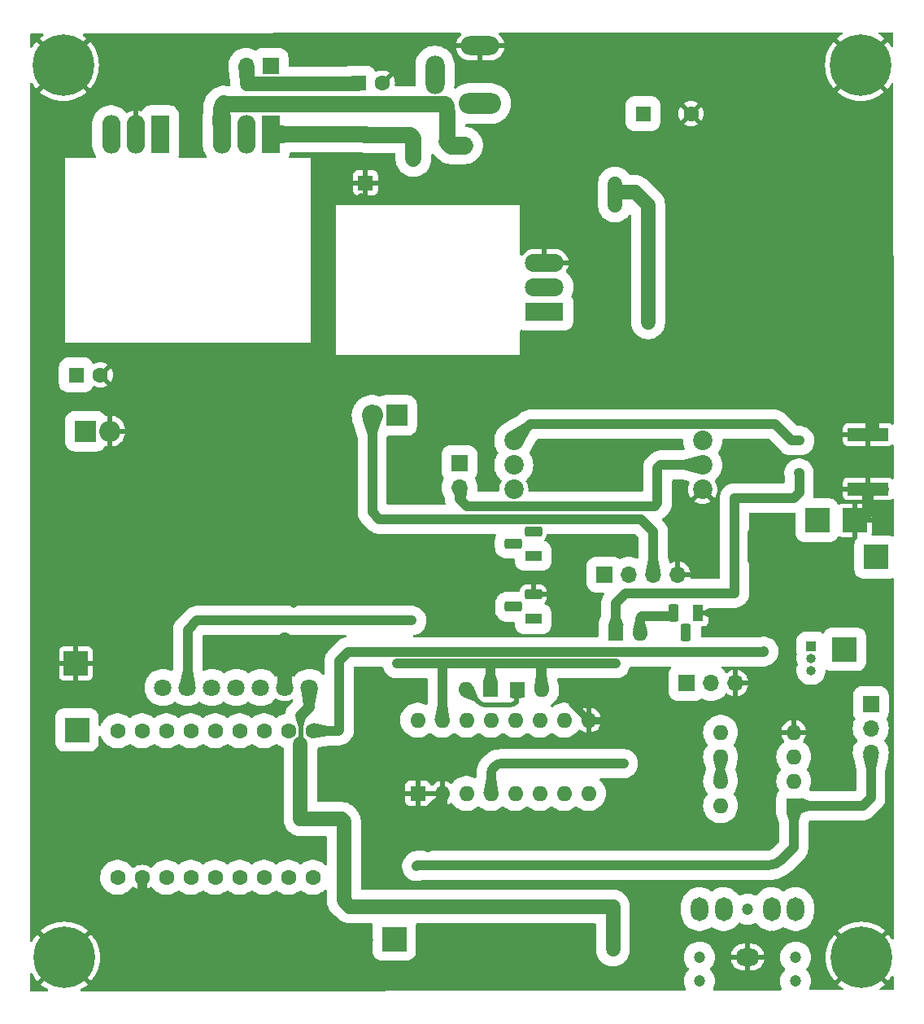
<source format=gbr>
%TF.GenerationSoftware,KiCad,Pcbnew,8.99.0-unknown-498d2c9db1~178~ubuntu22.04.1*%
%TF.CreationDate,2024-05-21T12:15:03+05:30*%
%TF.ProjectId,DDX-4,4444582d-342e-46b6-9963-61645f706362,rev?*%
%TF.SameCoordinates,Original*%
%TF.FileFunction,Copper,L2,Bot*%
%TF.FilePolarity,Positive*%
%FSLAX46Y46*%
G04 Gerber Fmt 4.6, Leading zero omitted, Abs format (unit mm)*
G04 Created by KiCad (PCBNEW 8.99.0-unknown-498d2c9db1~178~ubuntu22.04.1) date 2024-05-21 12:15:03*
%MOMM*%
%LPD*%
G01*
G04 APERTURE LIST*
G04 Aperture macros list*
%AMRoundRect*
0 Rectangle with rounded corners*
0 $1 Rounding radius*
0 $2 $3 $4 $5 $6 $7 $8 $9 X,Y pos of 4 corners*
0 Add a 4 corners polygon primitive as box body*
4,1,4,$2,$3,$4,$5,$6,$7,$8,$9,$2,$3,0*
0 Add four circle primitives for the rounded corners*
1,1,$1+$1,$2,$3*
1,1,$1+$1,$4,$5*
1,1,$1+$1,$6,$7*
1,1,$1+$1,$8,$9*
0 Add four rect primitives between the rounded corners*
20,1,$1+$1,$2,$3,$4,$5,0*
20,1,$1+$1,$4,$5,$6,$7,0*
20,1,$1+$1,$6,$7,$8,$9,0*
20,1,$1+$1,$8,$9,$2,$3,0*%
G04 Aperture macros list end*
%TA.AperFunction,ComponentPad*%
%ADD10R,4.000000X1.905000*%
%TD*%
%TA.AperFunction,ComponentPad*%
%ADD11O,4.000000X1.905000*%
%TD*%
%TA.AperFunction,ComponentPad*%
%ADD12R,1.600000X1.600000*%
%TD*%
%TA.AperFunction,ComponentPad*%
%ADD13C,1.600000*%
%TD*%
%TA.AperFunction,ComponentPad*%
%ADD14R,1.560000X1.560000*%
%TD*%
%TA.AperFunction,ComponentPad*%
%ADD15C,1.560000*%
%TD*%
%TA.AperFunction,ComponentPad*%
%ADD16R,2.500000X2.500000*%
%TD*%
%TA.AperFunction,ComponentPad*%
%ADD17R,2.200000X2.200000*%
%TD*%
%TA.AperFunction,ComponentPad*%
%ADD18O,2.200000X2.200000*%
%TD*%
%TA.AperFunction,ComponentPad*%
%ADD19C,0.800000*%
%TD*%
%TA.AperFunction,ComponentPad*%
%ADD20C,6.400000*%
%TD*%
%TA.AperFunction,SMDPad,CuDef*%
%ADD21R,4.200000X1.350000*%
%TD*%
%TA.AperFunction,ComponentPad*%
%ADD22O,1.600000X1.600000*%
%TD*%
%TA.AperFunction,ComponentPad*%
%ADD23C,2.020000*%
%TD*%
%TA.AperFunction,ComponentPad*%
%ADD24O,4.400000X2.200000*%
%TD*%
%TA.AperFunction,ComponentPad*%
%ADD25O,4.000000X2.000000*%
%TD*%
%TA.AperFunction,ComponentPad*%
%ADD26O,2.000000X4.000000*%
%TD*%
%TA.AperFunction,ComponentPad*%
%ADD27R,1.700000X1.700000*%
%TD*%
%TA.AperFunction,ComponentPad*%
%ADD28O,1.700000X1.700000*%
%TD*%
%TA.AperFunction,WasherPad*%
%ADD29C,1.200000*%
%TD*%
%TA.AperFunction,ComponentPad*%
%ADD30O,1.800000X2.500000*%
%TD*%
%TA.AperFunction,ComponentPad*%
%ADD31O,2.500000X1.800000*%
%TD*%
%TA.AperFunction,ComponentPad*%
%ADD32R,1.905000X4.000000*%
%TD*%
%TA.AperFunction,ComponentPad*%
%ADD33O,1.905000X4.000000*%
%TD*%
%TA.AperFunction,ComponentPad*%
%ADD34R,1.800000X1.100000*%
%TD*%
%TA.AperFunction,ComponentPad*%
%ADD35RoundRect,0.275000X0.625000X-0.275000X0.625000X0.275000X-0.625000X0.275000X-0.625000X-0.275000X0*%
%TD*%
%TA.AperFunction,ComponentPad*%
%ADD36R,1.000000X1.000000*%
%TD*%
%TA.AperFunction,ComponentPad*%
%ADD37O,1.000000X1.000000*%
%TD*%
%TA.AperFunction,ComponentPad*%
%ADD38R,1.100000X1.800000*%
%TD*%
%TA.AperFunction,ComponentPad*%
%ADD39RoundRect,0.275000X0.275000X0.625000X-0.275000X0.625000X-0.275000X-0.625000X0.275000X-0.625000X0*%
%TD*%
%TA.AperFunction,ComponentPad*%
%ADD40C,1.800000*%
%TD*%
%TA.AperFunction,ViaPad*%
%ADD41C,0.800000*%
%TD*%
%TA.AperFunction,Conductor*%
%ADD42C,1.000000*%
%TD*%
%TA.AperFunction,Conductor*%
%ADD43C,0.500000*%
%TD*%
%TA.AperFunction,Conductor*%
%ADD44C,0.750000*%
%TD*%
%TA.AperFunction,Conductor*%
%ADD45C,1.500000*%
%TD*%
%TA.AperFunction,Conductor*%
%ADD46C,1.200000*%
%TD*%
%TA.AperFunction,Conductor*%
%ADD47C,1.700000*%
%TD*%
G04 APERTURE END LIST*
D10*
%TO.P,Q2,1,G*%
%TO.N,Net-(Q2-G)*%
X190536000Y-91947000D03*
D11*
%TO.P,Q2,2,D*%
%TO.N,/DRAIN*%
X190536000Y-89407000D03*
%TO.P,Q2,3,S*%
%TO.N,GND*%
X190536000Y-86867000D03*
%TD*%
D12*
%TO.P,C5,1*%
%TO.N,12V*%
X200797349Y-71350000D03*
D13*
%TO.P,C5,2*%
%TO.N,GND*%
X205797349Y-71350000D03*
%TD*%
D12*
%TO.P,C14,1*%
%TO.N,Net-(JP2-B)*%
X171169888Y-68175000D03*
D13*
%TO.P,C14,2*%
%TO.N,GND*%
X173669888Y-68175000D03*
%TD*%
D14*
%TO.P,RV1,1,1*%
%TO.N,GND*%
X171910000Y-78550000D03*
D15*
%TO.P,RV1,2,2*%
%TO.N,Net-(U3-ADJ)*%
X176910000Y-76050000D03*
%TO.P,RV1,3,3*%
X171910000Y-73550000D03*
%TD*%
D12*
%TO.P,C44,1*%
%TO.N,Net-(U1-VO)*%
X141820000Y-98540000D03*
D13*
%TO.P,C44,2*%
%TO.N,GND*%
X144320000Y-98540000D03*
%TD*%
D16*
%TO.P,TP7,1,1*%
%TO.N,Net-(U6-VO1)*%
X221790000Y-127070000D03*
%TD*%
D17*
%TO.P,D5,1,K*%
%TO.N,Net-(D5-K)*%
X142780000Y-104370000D03*
D18*
%TO.P,D5,2,A*%
%TO.N,GND*%
X145320000Y-104370000D03*
%TD*%
D19*
%TO.P,H3,1,1*%
%TO.N,GND*%
X138152944Y-159132944D03*
X138855888Y-157435888D03*
X138855888Y-160830000D03*
X140552944Y-156732944D03*
D20*
X140552944Y-159132944D03*
D19*
X140552944Y-161532944D03*
X142250000Y-157435888D03*
X142250000Y-160830000D03*
X142952944Y-159132944D03*
%TD*%
D21*
%TO.P,ANTENNA1,2,Ext*%
%TO.N,GND*%
X224230000Y-110380000D03*
X224230000Y-104730000D03*
%TD*%
D12*
%TO.P,D3,1,K*%
%TO.N,+5V*%
X197970000Y-125390000D03*
D22*
%TO.P,D3,2,A*%
%TO.N,Net-(D3-A)*%
X200510000Y-125390000D03*
%TD*%
D23*
%TO.P,BPF2,1,ANT*%
%TO.N,RX*%
X187340000Y-105370000D03*
%TO.P,BPF2,2,ANT*%
X187340000Y-107910000D03*
%TO.P,BPF2,3,GND*%
%TO.N,GND*%
X187340000Y-110450000D03*
%TO.P,BPF2,4,RF*%
%TO.N,RX_AFTER_HPF*%
X207010000Y-105370000D03*
%TO.P,BPF2,5,RF*%
X207010000Y-107910000D03*
%TO.P,BPF2,6,GND*%
%TO.N,GND*%
X207010000Y-110450000D03*
%TD*%
D24*
%TO.P,Power1,1*%
%TO.N,+VDC*%
X183850000Y-70312500D03*
D25*
%TO.P,Power1,2*%
%TO.N,GND*%
X183850000Y-64312500D03*
D26*
%TO.P,Power1,3*%
%TO.N,unconnected-(Power1-Pad3)*%
X179150000Y-67312500D03*
%TD*%
D27*
%TO.P,VOL1,1,1*%
%TO.N,Net-(C38-Pad2)*%
X205334000Y-130580000D03*
D28*
%TO.P,VOL1,2,2*%
%TO.N,Net-(Rin1-Pad2)*%
X207874000Y-130580000D03*
%TO.P,VOL1,3,3*%
%TO.N,GND*%
X210414000Y-130580000D03*
%TD*%
D29*
%TO.P,AUDIO1,*%
%TO.N,*%
X206680000Y-161590000D03*
X216680000Y-161590000D03*
X206680000Y-159090000D03*
X216680000Y-159090000D03*
X211680000Y-154090000D03*
D30*
%TO.P,AUDIO1,R*%
%TO.N,Net-(AUDIO1-PadR)*%
X206680000Y-154090000D03*
%TO.P,AUDIO1,RN*%
%TO.N,unconnected-(AUDIO1-PadRN)*%
X209180000Y-154090000D03*
D31*
%TO.P,AUDIO1,S*%
%TO.N,GND*%
X211680000Y-159090000D03*
D30*
%TO.P,AUDIO1,T*%
%TO.N,Net-(AUDIO1-PadR)*%
X216680000Y-154090000D03*
%TO.P,AUDIO1,TN*%
%TO.N,unconnected-(AUDIO1-PadTN)*%
X214180000Y-154090000D03*
%TD*%
D12*
%TO.P,U7,1,FM_RF_IN*%
%TO.N,GND*%
X177356000Y-142058000D03*
D22*
%TO.P,U7,2,GND_IN*%
X179896000Y-142058000D03*
%TO.P,U7,3,FM_MIX*%
%TO.N,unconnected-(U7-FM_MIX-Pad3)*%
X182436000Y-142058000D03*
%TO.P,U7,4,AM_MIX*%
%TO.N,RX_AUDIO*%
X184976000Y-142058000D03*
%TO.P,U7,5,AGC*%
%TO.N,Net-(U7-AGC)*%
X187516000Y-142058000D03*
%TO.P,U7,6,VCC*%
%TO.N,+5V*%
X190056000Y-142058000D03*
%TO.P,U7,7,AM_IF*%
X192596000Y-142058000D03*
%TO.P,U7,8,FM_IF*%
%TO.N,unconnected-(U7-FM_IF-Pad8)*%
X195136000Y-142058000D03*
%TO.P,U7,9,GND_OUT*%
%TO.N,GND*%
X195136000Y-134438000D03*
%TO.P,U7,10,FM_DET*%
%TO.N,unconnected-(U7-FM_DET-Pad10)*%
X192596000Y-134438000D03*
%TO.P,U7,11,DET_OUT*%
%TO.N,unconnected-(U7-DET_OUT-Pad11)*%
X190056000Y-134438000D03*
%TO.P,U7,12,AM_OSC*%
%TO.N,Net-(U7-AM_OSC)*%
X187516000Y-134438000D03*
%TO.P,U7,13,FM_OSC*%
%TO.N,unconnected-(U7-FM_OSC-Pad13)*%
X184976000Y-134438000D03*
%TO.P,U7,14,FM/AM_SW*%
%TO.N,Net-(U7-FM{slash}AM_SW)*%
X182436000Y-134438000D03*
%TO.P,U7,15,FM_TUNER*%
%TO.N,+5V*%
X179896000Y-134438000D03*
%TO.P,U7,16,AM_RF_IN*%
%TO.N,Net-(D8-A)*%
X177356000Y-134438000D03*
%TD*%
D12*
%TO.P,D9,1,K*%
%TO.N,Net-(D8-A)*%
X187714315Y-131280000D03*
D22*
%TO.P,D9,2,A*%
%TO.N,+5V*%
X190254315Y-131280000D03*
%TD*%
D19*
%TO.P,H4,1,1*%
%TO.N,GND*%
X221130000Y-159130000D03*
X221832944Y-157432944D03*
X221832944Y-160827056D03*
X223530000Y-156730000D03*
D20*
X223530000Y-159130000D03*
D19*
X223530000Y-161530000D03*
X225227056Y-157432944D03*
X225227056Y-160827056D03*
X225930000Y-159130000D03*
%TD*%
D16*
%TO.P,TP2,1,1*%
%TO.N,GND*%
X141770000Y-128540000D03*
%TD*%
%TO.P,TP3,1,1*%
%TO.N,ANTENNA*%
X218920000Y-113650000D03*
%TD*%
D32*
%TO.P,U1,1,VI*%
%TO.N,12V*%
X150520000Y-73510000D03*
D33*
%TO.P,U1,2,GND*%
%TO.N,GND*%
X147980000Y-73510000D03*
%TO.P,U1,3,VO*%
%TO.N,Net-(U1-VO)*%
X145440000Y-73510000D03*
%TD*%
D12*
%TO.P,U8,1*%
%TO.N,TO_ADC*%
X216496000Y-143333000D03*
D22*
%TO.P,U8,2,-*%
%TO.N,RIGHT*%
X216496000Y-140793000D03*
%TO.P,U8,3,+*%
%TO.N,Net-(U8A-+)*%
X216496000Y-138253000D03*
%TO.P,U8,4,V-*%
%TO.N,GND*%
X216496000Y-135713000D03*
%TO.P,U8,5,+*%
%TO.N,Net-(U8A-+)*%
X208876000Y-135713000D03*
%TO.P,U8,6,-*%
%TO.N,Net-(U8B--)*%
X208876000Y-138253000D03*
%TO.P,U8,7*%
X208876000Y-140793000D03*
%TO.P,U8,8,V+*%
%TO.N,+3.3V*%
X208876000Y-143333000D03*
%TD*%
D17*
%TO.P,D4,1,K*%
%TO.N,Net-(D4-K)*%
X175143234Y-102750000D03*
D18*
%TO.P,D4,2,A*%
%TO.N,11v*%
X172603234Y-102750000D03*
%TD*%
D16*
%TO.P,TP6,1,1*%
%TO.N,Net-(U6-VO2)*%
X225070000Y-117490000D03*
%TD*%
D34*
%TO.P,Q3,1,C*%
%TO.N,10m*%
X189380000Y-123920000D03*
D35*
%TO.P,Q3,2,B*%
%TO.N,Net-(Q3-B)*%
X187310000Y-122650000D03*
%TO.P,Q3,3,E*%
%TO.N,GND*%
X189380000Y-121380000D03*
%TD*%
D27*
%TO.P,J2,1,Pin_1*%
%TO.N,10m*%
X196790000Y-119290000D03*
D28*
%TO.P,J2,2,Pin_2*%
%TO.N,20m*%
X199330000Y-119290000D03*
%TO.P,J2,3,Pin_3*%
%TO.N,11v*%
X201870000Y-119290000D03*
%TO.P,J2,4,Pin_4*%
%TO.N,GND*%
X204410000Y-119290000D03*
%TD*%
D13*
%TO.P,RZ1,1,GP1*%
%TO.N,unconnected-(RZ1-GP1-Pad1)*%
X153730000Y-150790000D03*
%TO.P,RZ1,2,GP4*%
%TO.N,unconnected-(RZ1-GP4-Pad2)*%
X156270000Y-150790000D03*
%TO.P,RZ1,3,GP3*%
%TO.N,G1*%
X158810000Y-150790000D03*
%TO.P,RZ1,4,GP4*%
%TO.N,G2*%
X161350000Y-150790000D03*
%TO.P,RZ1,5,GP5*%
%TO.N,Net-(JP4-A)*%
X163890000Y-150790000D03*
%TO.P,RZ1,6,GP6*%
%TO.N,unconnected-(RZ1-GP6-Pad6)*%
X166430000Y-150790000D03*
%TO.P,RZ1,7,GP7*%
%TO.N,PTT*%
X166430000Y-135550000D03*
%TO.P,RZ1,8,GP8*%
%TO.N,SDA*%
X163890000Y-135550000D03*
%TO.P,RZ1,9,GP9*%
%TO.N,SCL*%
X161350000Y-135550000D03*
%TO.P,RZ1,10,GP10*%
%TO.N,unconnected-(RZ1-GP10-Pad10)*%
X158810000Y-135550000D03*
%TO.P,RZ1,11,GP11*%
%TO.N,unconnected-(RZ1-GP11-Pad11)*%
X156270000Y-135550000D03*
%TO.P,RZ1,12,GP12*%
%TO.N,unconnected-(RZ1-GP12-Pad12)*%
X153730000Y-135550000D03*
%TO.P,RZ1,13,GP13*%
%TO.N,unconnected-(RZ1-GP13-Pad13)*%
X151190000Y-135550000D03*
%TO.P,RZ1,14,RX*%
%TO.N,Net-(RZ1-RX)*%
X148650000Y-135550000D03*
%TO.P,RZ1,15,TX*%
%TO.N,unconnected-(RZ1-TX-Pad15)*%
X146110000Y-135550000D03*
%TO.P,RZ1,16,5V*%
%TO.N,Net-(D2-K)*%
X146110000Y-150790000D03*
%TO.P,RZ1,17,GND*%
%TO.N,GND*%
X148650000Y-150790000D03*
%TO.P,RZ1,18,3V3*%
%TO.N,unconnected-(RZ1-3V3-Pad18)*%
X151190000Y-150790000D03*
%TD*%
D27*
%TO.P,GAIN1,1,1*%
%TO.N,RIGHT*%
X224510000Y-132740000D03*
D28*
%TO.P,GAIN1,2,2*%
%TO.N,TO_ADC*%
X224510000Y-135280000D03*
%TO.P,GAIN1,3,3*%
X224510000Y-137820000D03*
%TD*%
D19*
%TO.P,H1,1,1*%
%TO.N,GND*%
X138042944Y-66312944D03*
X138745888Y-64615888D03*
X138745888Y-68010000D03*
X140442944Y-63912944D03*
D20*
X140442944Y-66312944D03*
D19*
X140442944Y-68712944D03*
X142140000Y-64615888D03*
X142140000Y-68010000D03*
X142842944Y-66312944D03*
%TD*%
D12*
%TO.P,D8,1,K*%
%TO.N,+5V*%
X184916000Y-131248000D03*
D22*
%TO.P,D8,2,A*%
%TO.N,Net-(D8-A)*%
X182376000Y-131248000D03*
%TD*%
D36*
%TO.P,GAIN2,1,1*%
%TO.N,RIGHT*%
X218300000Y-126720000D03*
D37*
%TO.P,GAIN2,2,2*%
%TO.N,Net-(U6-VO1)*%
X218300000Y-127990000D03*
%TO.P,GAIN2,3,3*%
X218300000Y-129260000D03*
%TD*%
D16*
%TO.P,TP1,1,1*%
%TO.N,Net-(RZ1-RX)*%
X141880000Y-135450000D03*
%TD*%
D32*
%TO.P,U3,1,ADJ*%
%TO.N,Net-(U3-ADJ)*%
X162020000Y-73510000D03*
D33*
%TO.P,U3,2,VO*%
%TO.N,Net-(JP2-B)*%
X159480000Y-73510000D03*
%TO.P,U3,3,VI*%
%TO.N,12V*%
X156940000Y-73510000D03*
%TD*%
D19*
%TO.P,H2,1,1*%
%TO.N,GND*%
X221057056Y-66302944D03*
X221760000Y-64605888D03*
X221760000Y-68000000D03*
X223457056Y-63902944D03*
D20*
X223457056Y-66302944D03*
D19*
X223457056Y-68702944D03*
X225154112Y-64605888D03*
X225154112Y-68000000D03*
X225857056Y-66302944D03*
%TD*%
D34*
%TO.P,Q4,1,C*%
%TO.N,20m*%
X189370000Y-117340000D03*
D35*
%TO.P,Q4,2,B*%
%TO.N,Net-(Q4-B)*%
X187300000Y-116070000D03*
%TO.P,Q4,3,E*%
%TO.N,GND*%
X189370000Y-114800000D03*
%TD*%
D27*
%TO.P,JP1,1,A*%
%TO.N,RX*%
X181680000Y-107700000D03*
D28*
%TO.P,JP1,2,B*%
%TO.N,RX_AFTER_HPF*%
X181680000Y-110240000D03*
%TD*%
D27*
%TO.P,JP2,1,A*%
%TO.N,11v*%
X162030000Y-66400000D03*
D28*
%TO.P,JP2,2,B*%
%TO.N,Net-(JP2-B)*%
X159490000Y-66400000D03*
%TD*%
D16*
%TO.P,TP5,1,1*%
%TO.N,+5V*%
X174900000Y-157200000D03*
%TD*%
%TO.P,TP4,1,1*%
%TO.N,GND*%
X222840000Y-113670000D03*
%TD*%
D38*
%TO.P,Q1,1,E*%
%TO.N,GND*%
X206530000Y-123260000D03*
D39*
%TO.P,Q1,2,B*%
%TO.N,Net-(Q1-B)*%
X205260000Y-125330000D03*
%TO.P,Q1,3,C*%
%TO.N,Net-(D3-A)*%
X203990000Y-123260000D03*
%TD*%
D40*
%TO.P,U5,1,VIN*%
%TO.N,+3.3V*%
X166070500Y-131043200D03*
%TO.P,U5,2,GND*%
%TO.N,GND*%
X163530500Y-131043200D03*
%TO.P,U5,3,SDA*%
%TO.N,SDA*%
X160990500Y-131043200D03*
%TO.P,U5,4,SCL*%
%TO.N,SCL*%
X158450500Y-131043200D03*
%TO.P,U5,5,S2*%
%TO.N,unconnected-(U5-S2-Pad5)*%
X155910500Y-131043200D03*
%TO.P,U5,6,S1*%
%TO.N,RX_OSC*%
X153370500Y-131043200D03*
%TO.P,U5,7,SO*%
%TO.N,TX_RF*%
X150830500Y-131043200D03*
%TD*%
D41*
%TO.N,GND*%
X217757381Y-69037500D03*
X163510000Y-126050000D03*
X213670000Y-116210000D03*
X190650000Y-80240000D03*
X224750000Y-104720000D03*
X162460000Y-96020000D03*
X194897381Y-69037500D03*
X152300000Y-96020000D03*
X225870000Y-110350000D03*
X206231750Y-135077500D03*
X225754600Y-102057500D03*
X163490000Y-126880000D03*
X172037381Y-63957500D03*
X225870000Y-114450000D03*
X156797381Y-63957500D03*
X225377381Y-81737500D03*
X174954600Y-142697500D03*
X207950000Y-101690000D03*
X198611750Y-145237500D03*
X149177381Y-145237500D03*
X215217381Y-63957500D03*
X154840000Y-101100000D03*
X190616600Y-81895000D03*
X220297381Y-71577500D03*
X164417381Y-117297500D03*
X198620000Y-146380000D03*
X166940000Y-112400000D03*
X213940000Y-144360000D03*
X199917219Y-109510000D03*
X154634600Y-147777500D03*
X200820000Y-153000000D03*
X144510000Y-116120000D03*
X152300000Y-98560000D03*
X192357381Y-66497500D03*
X223900000Y-121520000D03*
X162460000Y-98560000D03*
X160511750Y-127457500D03*
X221471750Y-99517500D03*
X156797381Y-117297500D03*
X185570000Y-80240000D03*
X146637381Y-99517500D03*
X218970000Y-134980000D03*
X212210000Y-116210000D03*
X199977381Y-129997500D03*
X146320000Y-160490000D03*
X207020000Y-118520000D03*
X144510000Y-123740000D03*
X223214600Y-102057500D03*
X200810000Y-151930000D03*
X217757381Y-66497500D03*
X159890000Y-104970000D03*
X213120000Y-129310000D03*
X182990000Y-78970000D03*
X210137381Y-69037500D03*
X201160000Y-146380000D03*
X141970000Y-121200000D03*
X225870000Y-113430000D03*
X219820000Y-134960000D03*
X211340000Y-138680000D03*
X225377381Y-71577500D03*
X191920000Y-109510000D03*
X207000000Y-113740000D03*
X175560000Y-106360000D03*
X175751750Y-63957500D03*
X198640000Y-147420000D03*
X213120000Y-130580000D03*
X154257381Y-63957500D03*
X207597381Y-63957500D03*
X169787219Y-157300000D03*
X184570000Y-110060000D03*
X161147219Y-157300000D03*
X212677381Y-66497500D03*
X171006000Y-97052000D03*
X144510000Y-121200000D03*
X207500000Y-123310000D03*
X166957381Y-63957500D03*
X189817381Y-63957500D03*
X223850000Y-110380000D03*
X224297219Y-152870000D03*
X213920000Y-143330000D03*
X151717381Y-63957500D03*
X217757381Y-71577500D03*
X152094600Y-147777500D03*
X196100000Y-147420000D03*
X170200000Y-105230000D03*
X225860000Y-112250000D03*
X199390000Y-99920000D03*
X225377381Y-79197500D03*
X222810000Y-110390000D03*
X159920000Y-96020000D03*
X156780000Y-112370000D03*
X178390000Y-147710000D03*
X144510000Y-118660000D03*
X144097381Y-145237500D03*
X188070000Y-78970000D03*
X161877381Y-117297500D03*
X141970000Y-113580000D03*
X147050000Y-116120000D03*
X154257381Y-119837500D03*
X173220000Y-147620000D03*
X187277381Y-66497500D03*
X186296000Y-97022000D03*
X211900000Y-76260000D03*
X175560000Y-107550000D03*
X169497381Y-63957500D03*
X181790000Y-102840000D03*
X225377381Y-84277500D03*
X162460000Y-101100000D03*
X212190000Y-114960000D03*
X149177381Y-99517500D03*
X212677381Y-71577500D03*
X164330000Y-157300000D03*
X193360000Y-131350000D03*
X224960000Y-110370000D03*
X175760000Y-147360000D03*
X210080000Y-95690000D03*
X207597381Y-69037500D03*
X225754600Y-147777500D03*
X221757219Y-152870000D03*
X197437381Y-63957500D03*
X141970000Y-116120000D03*
X165591750Y-127457500D03*
X214110000Y-129260000D03*
X211311750Y-137617500D03*
X161877381Y-114757500D03*
X152270000Y-107510000D03*
X215217381Y-69037500D03*
X156797381Y-119837500D03*
X204480000Y-135080000D03*
X162430000Y-107510000D03*
X224730000Y-121520000D03*
X204847219Y-99920000D03*
X208450000Y-123310000D03*
X151330000Y-153680000D03*
X190610000Y-78970000D03*
X210080000Y-98230000D03*
X197437381Y-69037500D03*
X154810000Y-102430000D03*
X154257381Y-114757500D03*
X164417381Y-122377500D03*
X149177381Y-96977500D03*
X147050000Y-123740000D03*
X196850000Y-99920000D03*
X149177381Y-147777500D03*
X155690000Y-157300000D03*
X192357381Y-69037500D03*
X147950000Y-69400000D03*
X157380000Y-101100000D03*
X207990000Y-100630000D03*
X162430000Y-104970000D03*
X161877381Y-63957500D03*
X221471750Y-94437500D03*
X144097381Y-147777500D03*
X219910000Y-119110000D03*
X207020000Y-116780000D03*
X208000000Y-99670000D03*
X164417381Y-63957500D03*
X206820000Y-78800000D03*
X184970000Y-97010000D03*
X173211750Y-145237500D03*
X154840000Y-98560000D03*
X208760000Y-156770000D03*
X219500000Y-152870000D03*
X152094600Y-145237500D03*
X157350000Y-104970000D03*
X215217381Y-66497500D03*
X222770000Y-104700000D03*
X141970000Y-118660000D03*
X212677381Y-69037500D03*
X180980000Y-102840000D03*
X202517381Y-66497500D03*
X199217219Y-162040000D03*
X157350000Y-107510000D03*
X157380000Y-96020000D03*
X152270000Y-104970000D03*
X155431750Y-127457500D03*
X145420000Y-156440000D03*
X223700000Y-104730000D03*
X225377381Y-74117500D03*
X179250000Y-111320000D03*
X190616600Y-83266600D03*
X206820000Y-76260000D03*
X222837381Y-74117500D03*
X146637381Y-145237500D03*
X225377381Y-76657500D03*
X193220000Y-107010000D03*
X218620000Y-119110000D03*
X219660000Y-148210000D03*
X225377381Y-89357500D03*
X209360000Y-78800000D03*
X211677219Y-156770000D03*
X154840000Y-96020000D03*
X154810000Y-107510000D03*
X152270000Y-102430000D03*
X154634600Y-145237500D03*
X164417381Y-119837500D03*
X201180000Y-147420000D03*
X189817381Y-69037500D03*
X202517381Y-63957500D03*
X159337381Y-63957500D03*
X210137381Y-66497500D03*
X191830000Y-107010000D03*
X146637381Y-147777500D03*
X204480000Y-134060000D03*
X211900000Y-78800000D03*
X154810000Y-104970000D03*
X164410000Y-112400000D03*
X201151750Y-145237500D03*
X214217219Y-156770000D03*
X225754600Y-152857500D03*
X199977381Y-63957500D03*
X211900000Y-81340000D03*
X221747219Y-154460000D03*
X163510000Y-128730000D03*
X144510000Y-113580000D03*
X163490000Y-127830000D03*
X209360000Y-76260000D03*
X185530000Y-78970000D03*
X210137381Y-71577500D03*
X221471750Y-96977500D03*
X187277381Y-63957500D03*
X197437381Y-66497500D03*
X158607219Y-157300000D03*
X215217381Y-71577500D03*
X151330000Y-154900000D03*
X219660000Y-147190000D03*
X178850000Y-143540000D03*
X162430000Y-102430000D03*
X183330000Y-156860000D03*
X154257381Y-117297500D03*
X157971750Y-127457500D03*
X205057381Y-66497500D03*
X209360000Y-81340000D03*
X159890000Y-107510000D03*
X171500000Y-80050000D03*
X141970000Y-123740000D03*
X157380000Y-98560000D03*
X164417381Y-114757500D03*
X197377219Y-109510000D03*
X205057381Y-63957500D03*
X196071750Y-145237500D03*
X157350000Y-102430000D03*
X207597381Y-66497500D03*
X159337381Y-117297500D03*
X212677381Y-63957500D03*
X166870000Y-157300000D03*
X219110000Y-120250000D03*
X159337381Y-114757500D03*
X145410000Y-158090000D03*
X196080000Y-146380000D03*
X200820000Y-154110000D03*
X219500000Y-154460000D03*
X147050000Y-118660000D03*
X159337381Y-119837500D03*
X210137381Y-63957500D03*
X188110000Y-80240000D03*
X194460000Y-109510000D03*
X147050000Y-113580000D03*
X212620000Y-98230000D03*
X159890000Y-102430000D03*
X171050000Y-98450000D03*
X199977381Y-66497500D03*
X172327219Y-157300000D03*
X217757381Y-63957500D03*
X193760000Y-162040000D03*
X147050000Y-121200000D03*
X224287219Y-154460000D03*
X212620000Y-95690000D03*
X196677219Y-162040000D03*
X152300000Y-101100000D03*
X211340000Y-139700000D03*
X189817381Y-66497500D03*
X153150000Y-157300000D03*
X202307219Y-99920000D03*
X156797381Y-114757500D03*
X141934600Y-107137500D03*
X159920000Y-101100000D03*
X161877381Y-119837500D03*
X159920000Y-98560000D03*
X194897381Y-66497500D03*
X192357381Y-63957500D03*
X225690000Y-104700000D03*
X222837381Y-71577500D03*
X194897381Y-63957500D03*
X225754600Y-150317500D03*
%TO.N,PTT*%
X213380000Y-127280000D03*
%TO.N,+5V*%
X176140000Y-128580000D03*
X217040000Y-108740000D03*
X177810000Y-128540000D03*
X175290000Y-128610000D03*
X178700000Y-128520000D03*
X197960000Y-128550000D03*
%TO.N,12V*%
X181275000Y-74700000D03*
X180475000Y-74200000D03*
X182275000Y-74650000D03*
%TO.N,RX*%
X217130000Y-105350000D03*
%TO.N,RX_OSC*%
X172680000Y-124070000D03*
X176710000Y-124040000D03*
%TO.N,+3.3V*%
X197670000Y-157080000D03*
X169710000Y-152180000D03*
X169660000Y-151330000D03*
X197670000Y-156030000D03*
X197690000Y-158060000D03*
%TO.N,RX_AUDIO*%
X198770000Y-138960000D03*
%TO.N,TO_ADC*%
X177240000Y-149640000D03*
%TO.N,Net-(F1-Pad1)*%
X201290000Y-93080000D03*
X201290000Y-92190000D03*
X197890000Y-79520000D03*
X197930000Y-80440000D03*
X197890000Y-78640000D03*
%TD*%
D42*
%TO.N,GND*%
X145420000Y-156315000D02*
X145420000Y-158145000D01*
X179896000Y-146204000D02*
X178390000Y-147710000D01*
X224850000Y-102057500D02*
X225754600Y-102057500D01*
X151107500Y-153457500D02*
X151330000Y-153680000D01*
D43*
X179304625Y-146764625D02*
X178291750Y-147777500D01*
D42*
X224850000Y-102057500D02*
X224850000Y-104620000D01*
D44*
X195136000Y-134438000D02*
X199718000Y-134438000D01*
D42*
X151330000Y-153680000D02*
X151330000Y-154900000D01*
D43*
X179304625Y-146764625D02*
X179119625Y-146949625D01*
X179896000Y-146173250D02*
X179304625Y-146764625D01*
D42*
X147927500Y-153807500D02*
X148277500Y-153457500D01*
X179896000Y-142494000D02*
X178850000Y-143540000D01*
X179896000Y-142058000D02*
X179896000Y-143500000D01*
D44*
X193360000Y-132662000D02*
X195136000Y-134438000D01*
D42*
X212190000Y-114960000D02*
X212190000Y-117760000D01*
X219170000Y-119110000D02*
X219170000Y-120190000D01*
D45*
X163530500Y-131043200D02*
X163530500Y-126070500D01*
D46*
X224230000Y-112850000D02*
X223600000Y-113480000D01*
D42*
X147927500Y-153807500D02*
X145420000Y-156315000D01*
X179896000Y-143500000D02*
X179896000Y-146173250D01*
D43*
X193360000Y-131350000D02*
X193290000Y-131350000D01*
D42*
X148277500Y-153457500D02*
X151107500Y-153457500D01*
D43*
X179119625Y-146980375D02*
X178390000Y-147710000D01*
D46*
X223500000Y-113580000D02*
X222870000Y-114210000D01*
D44*
X199730000Y-134450000D02*
X199977381Y-134202619D01*
D42*
X219170000Y-119110000D02*
X219910000Y-119110000D01*
D44*
X199718000Y-134438000D02*
X199730000Y-134450000D01*
D42*
X218620000Y-119110000D02*
X219170000Y-119110000D01*
X148650000Y-150790000D02*
X148650000Y-153085000D01*
X148650000Y-153085000D02*
X147927500Y-153807500D01*
D43*
X179119625Y-146949625D02*
X179119625Y-146980375D01*
D46*
X224230000Y-110380000D02*
X224230000Y-112850000D01*
X222810000Y-110390000D02*
X225830000Y-110390000D01*
D42*
X179896000Y-142058000D02*
X179896000Y-142494000D01*
D44*
X193360000Y-131350000D02*
X193360000Y-132662000D01*
D42*
X179896000Y-143500000D02*
X179896000Y-146204000D01*
D44*
X199977381Y-134202619D02*
X199977381Y-129997500D01*
D42*
X223214600Y-102057500D02*
X224850000Y-102057500D01*
%TO.N,PTT*%
X169180000Y-135480000D02*
X169110000Y-135550000D01*
D43*
X173148362Y-127330884D02*
X173014623Y-127464623D01*
D42*
X169180000Y-128250000D02*
X169180000Y-135480000D01*
X182220000Y-127330884D02*
X210080000Y-127330884D01*
X185200000Y-127330884D02*
X192580000Y-127330884D01*
X213380000Y-127280000D02*
X213329116Y-127330884D01*
X170099116Y-127330884D02*
X169180000Y-128250000D01*
X176150000Y-127330884D02*
X170099116Y-127330884D01*
X176150000Y-127330884D02*
X182220000Y-127330884D01*
D43*
X192580000Y-127330884D02*
X192780000Y-127330884D01*
D42*
X185200000Y-127330884D02*
X187110000Y-127330884D01*
D43*
X190670000Y-127330884D02*
X192580000Y-127330884D01*
D42*
X169110000Y-135550000D02*
X166430000Y-135550000D01*
X210129116Y-127330884D02*
X210080000Y-127330884D01*
X173148362Y-127330884D02*
X176150000Y-127330884D01*
X213329116Y-127330884D02*
X210190884Y-127330884D01*
X210080000Y-127330884D02*
X190670000Y-127330884D01*
D43*
X192780000Y-127330884D02*
X187110000Y-127330884D01*
D42*
X182220000Y-127330884D02*
X185200000Y-127330884D01*
%TO.N,+5V*%
X190180000Y-128670000D02*
X190254315Y-128744315D01*
X210330000Y-121240000D02*
X210330000Y-111320000D01*
X178580000Y-128560000D02*
X175340000Y-128560000D01*
X210330000Y-111320000D02*
X216500000Y-111320000D01*
X197970000Y-125390000D02*
X197970000Y-122250000D01*
X190254315Y-128744315D02*
X190254315Y-131280000D01*
X216500000Y-111320000D02*
X217060000Y-110760000D01*
X197970000Y-122250000D02*
X198980000Y-121240000D01*
X187880000Y-128560000D02*
X190070000Y-128560000D01*
X181330000Y-128560000D02*
X180010000Y-128560000D01*
X217060000Y-108760000D02*
X217040000Y-108740000D01*
X184830000Y-128560000D02*
X181330000Y-128560000D01*
X217060000Y-110760000D02*
X217060000Y-108760000D01*
X190070000Y-128560000D02*
X190180000Y-128670000D01*
X180010000Y-128560000D02*
X178580000Y-128560000D01*
X184830000Y-128560000D02*
X184916000Y-128646000D01*
X181330000Y-128560000D02*
X182200000Y-128560000D01*
X190180000Y-128670000D02*
X190180000Y-131280000D01*
X182200000Y-128560000D02*
X175210000Y-128560000D01*
X182200000Y-128560000D02*
X187880000Y-128560000D01*
X184916000Y-128646000D02*
X184916000Y-131248000D01*
X180010000Y-128560000D02*
X179896000Y-128674000D01*
X187880000Y-128560000D02*
X197950000Y-128560000D01*
X178580000Y-128560000D02*
X176470000Y-128560000D01*
X198980000Y-121240000D02*
X210330000Y-121240000D01*
X179896000Y-128674000D02*
X179896000Y-134438000D01*
D47*
%TO.N,12V*%
X157162500Y-70362500D02*
X180162500Y-70362500D01*
X181275000Y-74700000D02*
X181325000Y-74750000D01*
X180375000Y-70575000D02*
X180399828Y-71475000D01*
X180399828Y-74124828D02*
X180475000Y-74200000D01*
X180675000Y-74575000D02*
X182200000Y-74575000D01*
X181225000Y-74750000D02*
X181275000Y-74700000D01*
X180399828Y-71475000D02*
X180399828Y-74124828D01*
X180850000Y-74750000D02*
X181225000Y-74750000D01*
X181325000Y-74750000D02*
X181975000Y-74750000D01*
X182200000Y-74575000D02*
X182275000Y-74650000D01*
X156940000Y-73510000D02*
X156940000Y-70510000D01*
X180675000Y-74575000D02*
X180850000Y-74750000D01*
X157125000Y-70325000D02*
X157162500Y-70362500D01*
X180375000Y-74275000D02*
X180675000Y-74575000D01*
X156940000Y-70510000D02*
X157125000Y-70325000D01*
X180162500Y-70362500D02*
X180375000Y-70575000D01*
X181975000Y-74750000D02*
X182275000Y-74650000D01*
X182175000Y-74750000D02*
X182075000Y-74750000D01*
X180475000Y-74200000D02*
X180375000Y-74275000D01*
X182275000Y-74650000D02*
X182175000Y-74750000D01*
D42*
%TO.N,Net-(D3-A)*%
X200710000Y-123660000D02*
X200510000Y-123860000D01*
X203990000Y-123660000D02*
X200710000Y-123660000D01*
X200510000Y-125390000D02*
X200510000Y-123860000D01*
%TO.N,RX*%
X214520000Y-103660000D02*
X216220000Y-105360000D01*
X189050000Y-103660000D02*
X214520000Y-103660000D01*
X187340000Y-105370000D02*
X189050000Y-103660000D01*
X216220000Y-105360000D02*
X217120000Y-105360000D01*
%TO.N,RX_OSC*%
X154390000Y-124070000D02*
X153390000Y-125070000D01*
X171940000Y-124070000D02*
X176730000Y-124070000D01*
X153393600Y-129550000D02*
X153393600Y-131020100D01*
X153390000Y-125070000D02*
X153393600Y-125073600D01*
X154390000Y-124070000D02*
X171940000Y-124070000D01*
X153393600Y-125073600D02*
X153393600Y-129550000D01*
X171940000Y-124070000D02*
X172680000Y-124070000D01*
D43*
%TO.N,Net-(D8-A)*%
X187640000Y-132540000D02*
X187640000Y-131354315D01*
X184402214Y-132860000D02*
X186905786Y-132860000D01*
X187640000Y-132540000D02*
X187640000Y-131280000D01*
X182376000Y-131248000D02*
X183695107Y-132567107D01*
X187612893Y-132567107D02*
X187640000Y-132540000D01*
X186905786Y-132860000D02*
G75*
G03*
X187612900Y-132567114I14J1000000D01*
G01*
X184402214Y-132860000D02*
G75*
G02*
X183695100Y-132567114I-14J1000000D01*
G01*
%TO.N,+3.3V*%
X165180000Y-143860000D02*
X165180000Y-136930000D01*
D46*
X166070500Y-131043200D02*
X166070500Y-133099500D01*
D45*
X169660000Y-151330000D02*
X169660000Y-144970000D01*
X197670000Y-155020000D02*
X197670000Y-156030000D01*
X170300000Y-153820000D02*
X197670000Y-153820000D01*
X170060000Y-153580000D02*
X170300000Y-153820000D01*
D46*
X166070500Y-133099500D02*
X165180000Y-133990000D01*
D43*
X169610000Y-144550000D02*
X169480000Y-144420000D01*
D45*
X169660000Y-153180000D02*
X170060000Y-153580000D01*
D43*
X165180000Y-136930000D02*
X165180000Y-133990000D01*
D45*
X169660000Y-151330000D02*
X169660000Y-153180000D01*
D43*
X165740000Y-144420000D02*
X165180000Y-143860000D01*
D45*
X165150000Y-144720000D02*
X165150000Y-136960000D01*
D43*
X169480000Y-144420000D02*
X165740000Y-144420000D01*
D45*
X169410000Y-144720000D02*
X165150000Y-144720000D01*
X169660000Y-144970000D02*
X169410000Y-144720000D01*
X197670000Y-156030000D02*
X197670000Y-157080000D01*
X197670000Y-153820000D02*
X197670000Y-158300000D01*
D43*
X169610000Y-152080000D02*
X169710000Y-152180000D01*
X169660000Y-152130000D02*
X169710000Y-152180000D01*
D45*
X197670000Y-153820000D02*
X197670000Y-155020000D01*
D43*
%TO.N,RX_AUDIO*%
X198770000Y-138960000D02*
X198960000Y-138960000D01*
D42*
X185367107Y-139252893D02*
X185268893Y-139351107D01*
X184976000Y-142058000D02*
X184976000Y-140058214D01*
X198770000Y-138960000D02*
X186074214Y-138960000D01*
D43*
X198960000Y-138960000D02*
X198850000Y-139070000D01*
D42*
X185268893Y-139351107D02*
G75*
G03*
X184976010Y-140058214I707107J-707093D01*
G01*
X185367107Y-139252893D02*
G75*
G02*
X186074214Y-138960010I707093J-707107D01*
G01*
D44*
%TO.N,Net-(U8B--)*%
X208876000Y-138253000D02*
X208876000Y-140793000D01*
D45*
%TO.N,Net-(JP2-B)*%
X159490000Y-66400000D02*
X159575000Y-66485000D01*
X159575000Y-66485000D02*
X159575000Y-68225000D01*
X159575000Y-68225000D02*
X171119888Y-68225000D01*
D42*
%TO.N,TO_ADC*%
X216496000Y-147704000D02*
X215245786Y-148954214D01*
X216496000Y-147440000D02*
X216496000Y-143333000D01*
X216496000Y-143333000D02*
X223677000Y-143333000D01*
X223677000Y-143333000D02*
X224510000Y-142500000D01*
X177340000Y-149540000D02*
X177240000Y-149640000D01*
X213831573Y-149540000D02*
X177340000Y-149540000D01*
X216496000Y-147440000D02*
X216496000Y-147704000D01*
X224510000Y-142500000D02*
X224510000Y-137820000D01*
X215245786Y-148954214D02*
G75*
G02*
X213831573Y-149539981I-1414186J1414214D01*
G01*
%TO.N,RX_AFTER_HPF*%
X181680000Y-110240000D02*
X181680000Y-111400000D01*
X182440000Y-112160000D02*
X202020000Y-112160000D01*
X181680000Y-111400000D02*
X182440000Y-112160000D01*
X202620000Y-107910000D02*
X207010000Y-107910000D01*
X202320000Y-108210000D02*
X202620000Y-107910000D01*
X202320000Y-111860000D02*
X202320000Y-108210000D01*
X202020000Y-112160000D02*
X202320000Y-111860000D01*
D45*
%TO.N,Net-(F1-Pad1)*%
X201330000Y-80880000D02*
X201330000Y-92150000D01*
X201330000Y-92230000D02*
X201330000Y-93040000D01*
X197890000Y-79520000D02*
X199970000Y-79520000D01*
X197890000Y-80880000D02*
X197890000Y-78640000D01*
X199970000Y-79520000D02*
X201330000Y-80880000D01*
D42*
%TO.N,11v*%
X200560000Y-113550000D02*
X173363234Y-113550000D01*
X201870000Y-119290000D02*
X201870000Y-114860000D01*
X173363234Y-113550000D02*
X172603234Y-112790000D01*
X172603234Y-112790000D02*
X172603234Y-102750000D01*
X201870000Y-114860000D02*
X200560000Y-113550000D01*
D47*
%TO.N,Net-(U3-ADJ)*%
X176910000Y-73960000D02*
X176910000Y-76050000D01*
X171870000Y-73510000D02*
X171910000Y-73550000D01*
X176500000Y-73550000D02*
X176910000Y-73960000D01*
X162020000Y-73510000D02*
X171870000Y-73510000D01*
X171910000Y-73550000D02*
X176500000Y-73550000D01*
%TD*%
%TA.AperFunction,Conductor*%
%TO.N,RX_AFTER_HPF*%
G36*
X206622473Y-106980700D02*
G01*
X206627417Y-106986339D01*
X207009136Y-107905513D01*
X207009144Y-107914468D01*
X207009136Y-107914487D01*
X206627417Y-108833660D01*
X206621080Y-108839986D01*
X206613596Y-108840478D01*
X205008684Y-108412316D01*
X205001574Y-108406872D01*
X205000000Y-108401011D01*
X205000000Y-107418988D01*
X205003427Y-107410715D01*
X205008683Y-107407683D01*
X206613597Y-106979521D01*
X206622473Y-106980700D01*
G37*
%TD.AperFunction*%
%TD*%
%TA.AperFunction,Conductor*%
%TO.N,+3.3V*%
G36*
X165724459Y-134215504D02*
G01*
X165730781Y-134221845D01*
X165731129Y-134229807D01*
X165432571Y-135181801D01*
X165426825Y-135188670D01*
X165421407Y-135190000D01*
X164938593Y-135190000D01*
X164930320Y-135186573D01*
X164927429Y-135181801D01*
X164628870Y-134229807D01*
X164629664Y-134220888D01*
X164635538Y-134215505D01*
X165175507Y-133990868D01*
X165184458Y-133990855D01*
X165724459Y-134215504D01*
G37*
%TD.AperFunction*%
%TD*%
%TA.AperFunction,Conductor*%
%TO.N,TO_ADC*%
G36*
X224514484Y-137820863D02*
G01*
X225286365Y-138141569D01*
X225292690Y-138147908D01*
X225293332Y-138154751D01*
X225011935Y-139510677D01*
X225006898Y-139518082D01*
X225000479Y-139520000D01*
X224019521Y-139520000D01*
X224011248Y-139516573D01*
X224008065Y-139510677D01*
X223726667Y-138154751D01*
X223728341Y-138145955D01*
X223733631Y-138141570D01*
X224505511Y-137820864D01*
X224514466Y-137820856D01*
X224514484Y-137820863D01*
G37*
%TD.AperFunction*%
%TD*%
%TA.AperFunction,Conductor*%
%TO.N,GND*%
G36*
X139332532Y-160175274D02*
G01*
X139510614Y-160353356D01*
X139615521Y-160429575D01*
X138115031Y-161930065D01*
X138370442Y-162136894D01*
X138696402Y-162348574D01*
X138696408Y-162348578D01*
X138834007Y-162418688D01*
X138885622Y-162467436D01*
X138902688Y-162536351D01*
X138879787Y-162603553D01*
X138824190Y-162647705D01*
X138777005Y-162656955D01*
X137134701Y-162659580D01*
X137066549Y-162639687D01*
X137019970Y-162586105D01*
X137008500Y-162533580D01*
X137008500Y-160868981D01*
X137028502Y-160800860D01*
X137082158Y-160754367D01*
X137152432Y-160744263D01*
X137217012Y-160773757D01*
X137246767Y-160811778D01*
X137337310Y-160989479D01*
X137337313Y-160989485D01*
X137548993Y-161315445D01*
X137755821Y-161570855D01*
X138546404Y-160780272D01*
X138605888Y-160780272D01*
X138605888Y-160879728D01*
X138643948Y-160971614D01*
X138714274Y-161041940D01*
X138806160Y-161080000D01*
X138905616Y-161080000D01*
X138997502Y-161041940D01*
X139067828Y-160971614D01*
X139105888Y-160879728D01*
X139105888Y-160780272D01*
X139067828Y-160688386D01*
X138997502Y-160618060D01*
X138905616Y-160580000D01*
X138806160Y-160580000D01*
X138714274Y-160618060D01*
X138643948Y-160688386D01*
X138605888Y-160780272D01*
X138546404Y-160780272D01*
X139256311Y-160070365D01*
X139332532Y-160175274D01*
G37*
%TD.AperFunction*%
%TA.AperFunction,Conductor*%
G36*
X179575920Y-141812394D02*
G01*
X179523259Y-141903606D01*
X179496000Y-142005339D01*
X179496000Y-142110661D01*
X179523259Y-142212394D01*
X179575920Y-142303606D01*
X179584314Y-142312000D01*
X177667686Y-142312000D01*
X177676080Y-142303606D01*
X177728741Y-142212394D01*
X177756000Y-142110661D01*
X177756000Y-142005339D01*
X177728741Y-141903606D01*
X177676080Y-141812394D01*
X177667686Y-141804000D01*
X179584314Y-141804000D01*
X179575920Y-141812394D01*
G37*
%TD.AperFunction*%
%TA.AperFunction,Conductor*%
G36*
X221554031Y-62905502D02*
G01*
X221600524Y-62959158D01*
X221610628Y-63029432D01*
X221581134Y-63094012D01*
X221554534Y-63117173D01*
X221274564Y-63298986D01*
X221274547Y-63298998D01*
X221019144Y-63505820D01*
X221019143Y-63505821D01*
X222519633Y-65006311D01*
X222414726Y-65082532D01*
X222236644Y-65260614D01*
X222160423Y-65365521D01*
X221351062Y-64556160D01*
X221510000Y-64556160D01*
X221510000Y-64655616D01*
X221548060Y-64747502D01*
X221618386Y-64817828D01*
X221710272Y-64855888D01*
X221809728Y-64855888D01*
X221901614Y-64817828D01*
X221971940Y-64747502D01*
X222010000Y-64655616D01*
X222010000Y-64556160D01*
X221971940Y-64464274D01*
X221901614Y-64393948D01*
X221809728Y-64355888D01*
X221710272Y-64355888D01*
X221618386Y-64393948D01*
X221548060Y-64464274D01*
X221510000Y-64556160D01*
X221351062Y-64556160D01*
X220659933Y-63865031D01*
X220659932Y-63865032D01*
X220453110Y-64120435D01*
X220453098Y-64120452D01*
X220241427Y-64446399D01*
X220064979Y-64792696D01*
X220064975Y-64792704D01*
X219925700Y-65155529D01*
X219825107Y-65530948D01*
X219764306Y-65914829D01*
X219743967Y-66302937D01*
X219743967Y-66302950D01*
X219764306Y-66691058D01*
X219825107Y-67074939D01*
X219925700Y-67450358D01*
X220064975Y-67813183D01*
X220064979Y-67813191D01*
X220241421Y-68159479D01*
X220241425Y-68159485D01*
X220453105Y-68485445D01*
X220659933Y-68740855D01*
X221450516Y-67950272D01*
X221510000Y-67950272D01*
X221510000Y-68049728D01*
X221548060Y-68141614D01*
X221618386Y-68211940D01*
X221710272Y-68250000D01*
X221809728Y-68250000D01*
X221901614Y-68211940D01*
X221971940Y-68141614D01*
X222010000Y-68049728D01*
X222010000Y-67950272D01*
X221971940Y-67858386D01*
X221901614Y-67788060D01*
X221809728Y-67750000D01*
X221710272Y-67750000D01*
X221618386Y-67788060D01*
X221548060Y-67858386D01*
X221510000Y-67950272D01*
X221450516Y-67950272D01*
X222160423Y-67240365D01*
X222236644Y-67345274D01*
X222414726Y-67523356D01*
X222519633Y-67599575D01*
X221019143Y-69100065D01*
X221274554Y-69306894D01*
X221600514Y-69518574D01*
X221600520Y-69518578D01*
X221946808Y-69695020D01*
X221946816Y-69695024D01*
X222309641Y-69834299D01*
X222685060Y-69934892D01*
X223068941Y-69995693D01*
X223457050Y-70016033D01*
X223457062Y-70016033D01*
X223845170Y-69995693D01*
X224229051Y-69934892D01*
X224604470Y-69834299D01*
X224967295Y-69695024D01*
X224967303Y-69695020D01*
X225313591Y-69518578D01*
X225313597Y-69518574D01*
X225639557Y-69306894D01*
X225894967Y-69100065D01*
X224745175Y-67950272D01*
X224904112Y-67950272D01*
X224904112Y-68049728D01*
X224942172Y-68141614D01*
X225012498Y-68211940D01*
X225104384Y-68250000D01*
X225203840Y-68250000D01*
X225295726Y-68211940D01*
X225366052Y-68141614D01*
X225404112Y-68049728D01*
X225404112Y-67950272D01*
X225366052Y-67858386D01*
X225295726Y-67788060D01*
X225203840Y-67750000D01*
X225104384Y-67750000D01*
X225012498Y-67788060D01*
X224942172Y-67858386D01*
X224904112Y-67950272D01*
X224745175Y-67950272D01*
X224394478Y-67599575D01*
X224499386Y-67523356D01*
X224677468Y-67345274D01*
X224753688Y-67240366D01*
X226254177Y-68740855D01*
X226461006Y-68485445D01*
X226623404Y-68235373D01*
X226677281Y-68189136D01*
X226747602Y-68179366D01*
X226812042Y-68209166D01*
X226850141Y-68269074D01*
X226855077Y-68303863D01*
X226892501Y-103589662D01*
X226872571Y-103657804D01*
X226818965Y-103704354D01*
X226748702Y-103714532D01*
X226690992Y-103690664D01*
X226575965Y-103604555D01*
X226439093Y-103553505D01*
X226378597Y-103547000D01*
X224484000Y-103547000D01*
X224484000Y-105913000D01*
X226378585Y-105913000D01*
X226378597Y-105912999D01*
X226439093Y-105906494D01*
X226575964Y-105855444D01*
X226575965Y-105855444D01*
X226693409Y-105767526D01*
X226759929Y-105742715D01*
X226829303Y-105757806D01*
X226879505Y-105808008D01*
X226894918Y-105868260D01*
X226898498Y-109244152D01*
X226878568Y-109312294D01*
X226824962Y-109358844D01*
X226754699Y-109369022D01*
X226696989Y-109345154D01*
X226575965Y-109254555D01*
X226439093Y-109203505D01*
X226378597Y-109197000D01*
X224484000Y-109197000D01*
X224484000Y-111563000D01*
X226378585Y-111563000D01*
X226378597Y-111562999D01*
X226439093Y-111556494D01*
X226575964Y-111505444D01*
X226575966Y-111505443D01*
X226699395Y-111413044D01*
X226765915Y-111388232D01*
X226835289Y-111403323D01*
X226885492Y-111453524D01*
X226900905Y-111513777D01*
X226904804Y-115189635D01*
X226884874Y-115257777D01*
X226831268Y-115304327D01*
X226761005Y-115314505D01*
X226719409Y-115300892D01*
X226710880Y-115296333D01*
X226519269Y-115238208D01*
X226519266Y-115238207D01*
X226519261Y-115238206D01*
X226369942Y-115223500D01*
X226369934Y-115223500D01*
X224700460Y-115223500D01*
X224632339Y-115203498D01*
X224585846Y-115149842D01*
X224575742Y-115079568D01*
X224582404Y-115053469D01*
X224591494Y-115029095D01*
X224597999Y-114968597D01*
X224598000Y-114968585D01*
X224598000Y-113924000D01*
X223386173Y-113924000D01*
X223399111Y-113901591D01*
X223440000Y-113748991D01*
X223440000Y-113591009D01*
X223399111Y-113438409D01*
X223386173Y-113416000D01*
X224598000Y-113416000D01*
X224598000Y-112371414D01*
X224597999Y-112371402D01*
X224591494Y-112310906D01*
X224540444Y-112174035D01*
X224540444Y-112174034D01*
X224452904Y-112057095D01*
X224335965Y-111969555D01*
X224199093Y-111918505D01*
X224138597Y-111912000D01*
X223094000Y-111912000D01*
X223094000Y-113123826D01*
X223071591Y-113110889D01*
X222918991Y-113070000D01*
X222761009Y-113070000D01*
X222608409Y-113110889D01*
X222586000Y-113123826D01*
X222586000Y-111912000D01*
X221541402Y-111912000D01*
X221480906Y-111918505D01*
X221344037Y-111969554D01*
X221281861Y-112016099D01*
X221215340Y-112040909D01*
X221145966Y-112025817D01*
X221095764Y-111975615D01*
X221095230Y-111974626D01*
X221019279Y-111832533D01*
X221019278Y-111832531D01*
X220892252Y-111677748D01*
X220737469Y-111550722D01*
X220737467Y-111550721D01*
X220737466Y-111550720D01*
X220560883Y-111456334D01*
X220560877Y-111456332D01*
X220527521Y-111446213D01*
X220369269Y-111398208D01*
X220369266Y-111398207D01*
X220369261Y-111398206D01*
X220219942Y-111383500D01*
X220219934Y-111383500D01*
X218625379Y-111383500D01*
X218557258Y-111363498D01*
X218510765Y-111309842D01*
X218500661Y-111239568D01*
X218505546Y-111218564D01*
X218539157Y-111115119D01*
X218539159Y-111115114D01*
X218540983Y-111103597D01*
X221622000Y-111103597D01*
X221628505Y-111164093D01*
X221679555Y-111300964D01*
X221679555Y-111300965D01*
X221767095Y-111417904D01*
X221884034Y-111505444D01*
X222020906Y-111556494D01*
X222081402Y-111562999D01*
X222081415Y-111563000D01*
X223976000Y-111563000D01*
X223976000Y-110634000D01*
X221622000Y-110634000D01*
X221622000Y-111103597D01*
X218540983Y-111103597D01*
X218576500Y-110879351D01*
X218576500Y-110640649D01*
X218576500Y-109656402D01*
X221622000Y-109656402D01*
X221622000Y-110126000D01*
X223976000Y-110126000D01*
X223976000Y-109197000D01*
X222081402Y-109197000D01*
X222020906Y-109203505D01*
X221884035Y-109254555D01*
X221884034Y-109254555D01*
X221767095Y-109342095D01*
X221679555Y-109459034D01*
X221679555Y-109459035D01*
X221628505Y-109595906D01*
X221622000Y-109656402D01*
X218576500Y-109656402D01*
X218576500Y-108640649D01*
X218539158Y-108404885D01*
X218465395Y-108177866D01*
X218357027Y-107965181D01*
X218342497Y-107945182D01*
X218216721Y-107772066D01*
X218216718Y-107772063D01*
X218216716Y-107772060D01*
X218027939Y-107583283D01*
X218027936Y-107583281D01*
X218027934Y-107583279D01*
X217834818Y-107442973D01*
X217622133Y-107334605D01*
X217395115Y-107260842D01*
X217159351Y-107223501D01*
X216920649Y-107223501D01*
X216684885Y-107260842D01*
X216684882Y-107260842D01*
X216684881Y-107260843D01*
X216457867Y-107334605D01*
X216457865Y-107334606D01*
X216245178Y-107442975D01*
X216052063Y-107583281D01*
X216052060Y-107583283D01*
X215883283Y-107752060D01*
X215883281Y-107752063D01*
X215742975Y-107945178D01*
X215668854Y-108090649D01*
X215634605Y-108157867D01*
X215560842Y-108384885D01*
X215526784Y-108599924D01*
X215523501Y-108620652D01*
X215523501Y-108859348D01*
X215541949Y-108975828D01*
X215543500Y-108995538D01*
X215543500Y-109677500D01*
X215523498Y-109745621D01*
X215469842Y-109792114D01*
X215417500Y-109803500D01*
X210449351Y-109803500D01*
X210210649Y-109803500D01*
X209974885Y-109840842D01*
X209974883Y-109840842D01*
X209974880Y-109840843D01*
X209747870Y-109914603D01*
X209747864Y-109914606D01*
X209535177Y-110022975D01*
X209342064Y-110163280D01*
X209173280Y-110332064D01*
X209032975Y-110525177D01*
X208924606Y-110737864D01*
X208924603Y-110737870D01*
X208850843Y-110964880D01*
X208850842Y-110964883D01*
X208850842Y-110964885D01*
X208822902Y-111141292D01*
X208813500Y-111200652D01*
X208813500Y-119597500D01*
X208793498Y-119665621D01*
X208739842Y-119712114D01*
X208687500Y-119723500D01*
X205862974Y-119723500D01*
X205794853Y-119703498D01*
X205748360Y-119649842D01*
X205738256Y-119579568D01*
X205740829Y-119566570D01*
X205746544Y-119544000D01*
X204840703Y-119544000D01*
X204875925Y-119482993D01*
X204910000Y-119355826D01*
X204910000Y-119224174D01*
X204875925Y-119097007D01*
X204840703Y-119036000D01*
X205746544Y-119036000D01*
X205746544Y-119035999D01*
X205698823Y-118847550D01*
X205698820Y-118847543D01*
X205608419Y-118641451D01*
X205485325Y-118453041D01*
X205332902Y-118287465D01*
X205155301Y-118149232D01*
X205155300Y-118149231D01*
X204957371Y-118042117D01*
X204957369Y-118042116D01*
X204744512Y-117969043D01*
X204744501Y-117969040D01*
X204664000Y-117955606D01*
X204664000Y-118859297D01*
X204602993Y-118824075D01*
X204475826Y-118790000D01*
X204344174Y-118790000D01*
X204217007Y-118824075D01*
X204156000Y-118859297D01*
X204156000Y-117955607D01*
X204155999Y-117955606D01*
X204075498Y-117969040D01*
X204075487Y-117969043D01*
X203862630Y-118042116D01*
X203862628Y-118042118D01*
X203691921Y-118134499D01*
X203622490Y-118149329D01*
X203556064Y-118124268D01*
X203513731Y-118067273D01*
X203508585Y-118049302D01*
X203389128Y-117473696D01*
X203386500Y-117448094D01*
X203386500Y-114740650D01*
X203381126Y-114706720D01*
X203372975Y-114655255D01*
X203349159Y-114504885D01*
X203276921Y-114282564D01*
X203275846Y-114278753D01*
X203275395Y-114277867D01*
X203275395Y-114277866D01*
X203167027Y-114065181D01*
X203107985Y-113983917D01*
X203107985Y-113983916D01*
X203107983Y-113983915D01*
X203089209Y-113958075D01*
X203026726Y-113872070D01*
X202801481Y-113646825D01*
X202767455Y-113584513D01*
X202772520Y-113513698D01*
X202815067Y-113456862D01*
X202816444Y-113455846D01*
X202931665Y-113372133D01*
X203007934Y-113316721D01*
X203476721Y-112847934D01*
X203586361Y-112697027D01*
X203617027Y-112654819D01*
X203725395Y-112442134D01*
X203799158Y-112215115D01*
X203836500Y-111979351D01*
X203836500Y-109552500D01*
X203856502Y-109484379D01*
X203910158Y-109437886D01*
X203962500Y-109426500D01*
X204830824Y-109426500D01*
X204863302Y-109430757D01*
X205558015Y-109616094D01*
X205618676Y-109652979D01*
X205649768Y-109716806D01*
X205641944Y-109786054D01*
X205561831Y-109979463D01*
X205506053Y-110211798D01*
X205487306Y-110450000D01*
X205506053Y-110688201D01*
X205561831Y-110920536D01*
X205653269Y-111141287D01*
X205769625Y-111331163D01*
X205769626Y-111331163D01*
X206517676Y-110583112D01*
X206534755Y-110646853D01*
X206601898Y-110763147D01*
X206696853Y-110858102D01*
X206813147Y-110925245D01*
X206876886Y-110942323D01*
X206128835Y-111690373D01*
X206318712Y-111806730D01*
X206539463Y-111898168D01*
X206771798Y-111953946D01*
X207010000Y-111972693D01*
X207248201Y-111953946D01*
X207480536Y-111898168D01*
X207701292Y-111806728D01*
X207891163Y-111690374D01*
X207891163Y-111690372D01*
X207143114Y-110942323D01*
X207206853Y-110925245D01*
X207323147Y-110858102D01*
X207418102Y-110763147D01*
X207485245Y-110646853D01*
X207502323Y-110583114D01*
X208250372Y-111331163D01*
X208250374Y-111331163D01*
X208366728Y-111141292D01*
X208458168Y-110920536D01*
X208513946Y-110688201D01*
X208532693Y-110450000D01*
X208513946Y-110211798D01*
X208458168Y-109979463D01*
X208366730Y-109758712D01*
X208285275Y-109625790D01*
X208266737Y-109557256D01*
X208288193Y-109489580D01*
X208313186Y-109462220D01*
X208396426Y-109394500D01*
X208585652Y-109191888D01*
X208745527Y-108965397D01*
X208873072Y-108719246D01*
X208965911Y-108458021D01*
X209022316Y-108186586D01*
X209022912Y-108177870D01*
X209041235Y-107910004D01*
X209041235Y-107909995D01*
X209022317Y-107633427D01*
X209022316Y-107633421D01*
X209022316Y-107633414D01*
X208965911Y-107361979D01*
X208873072Y-107100754D01*
X208745527Y-106854603D01*
X208645332Y-106712660D01*
X208622390Y-106645475D01*
X208639413Y-106576549D01*
X208645326Y-106567348D01*
X208745527Y-106425397D01*
X208873072Y-106179246D01*
X208965911Y-105918021D01*
X209022316Y-105646586D01*
X209033755Y-105479351D01*
X209041235Y-105370004D01*
X209041235Y-105369997D01*
X209037206Y-105311099D01*
X209052512Y-105241772D01*
X209102870Y-105191726D01*
X209162912Y-105176500D01*
X213839655Y-105176500D01*
X213907776Y-105196502D01*
X213928750Y-105213405D01*
X215232060Y-106516716D01*
X215232063Y-106516718D01*
X215232066Y-106516721D01*
X215328624Y-106586874D01*
X215425181Y-106657027D01*
X215637866Y-106765395D01*
X215864885Y-106839158D01*
X216100649Y-106876500D01*
X216100652Y-106876500D01*
X217239348Y-106876500D01*
X217239351Y-106876500D01*
X217475115Y-106839158D01*
X217702134Y-106765395D01*
X217914819Y-106657027D01*
X218107933Y-106516721D01*
X218276721Y-106347933D01*
X218417027Y-106154819D01*
X218525395Y-105942134D01*
X218599158Y-105715115D01*
X218636500Y-105479351D01*
X218636500Y-105453597D01*
X221622000Y-105453597D01*
X221628505Y-105514093D01*
X221679555Y-105650964D01*
X221679555Y-105650965D01*
X221767095Y-105767904D01*
X221884034Y-105855444D01*
X222020906Y-105906494D01*
X222081402Y-105912999D01*
X222081415Y-105913000D01*
X223976000Y-105913000D01*
X223976000Y-104984000D01*
X221622000Y-104984000D01*
X221622000Y-105453597D01*
X218636500Y-105453597D01*
X218636500Y-105240649D01*
X218599158Y-105004885D01*
X218525395Y-104777866D01*
X218417027Y-104565181D01*
X218309708Y-104417469D01*
X218276719Y-104372064D01*
X218107935Y-104203280D01*
X217914822Y-104062975D01*
X217914821Y-104062974D01*
X217914819Y-104062973D01*
X217803792Y-104006402D01*
X221622000Y-104006402D01*
X221622000Y-104476000D01*
X223976000Y-104476000D01*
X223976000Y-103547000D01*
X222081402Y-103547000D01*
X222020906Y-103553505D01*
X221884035Y-103604555D01*
X221884034Y-103604555D01*
X221767095Y-103692095D01*
X221679555Y-103809034D01*
X221679555Y-103809035D01*
X221628505Y-103945906D01*
X221622000Y-104006402D01*
X217803792Y-104006402D01*
X217702134Y-103954605D01*
X217702131Y-103954604D01*
X217702129Y-103954603D01*
X217475119Y-103880843D01*
X217475117Y-103880842D01*
X217475115Y-103880842D01*
X217239351Y-103843500D01*
X217239348Y-103843500D01*
X216900345Y-103843500D01*
X216832224Y-103823498D01*
X216811250Y-103806595D01*
X215507936Y-102503280D01*
X215507935Y-102503279D01*
X215449920Y-102461130D01*
X215394303Y-102420722D01*
X215394301Y-102420721D01*
X215394301Y-102420720D01*
X215314822Y-102362975D01*
X215314821Y-102362974D01*
X215314819Y-102362973D01*
X215102134Y-102254605D01*
X215102131Y-102254604D01*
X215102129Y-102254603D01*
X214875119Y-102180843D01*
X214875117Y-102180842D01*
X214875115Y-102180842D01*
X214639351Y-102143500D01*
X188930649Y-102143500D01*
X188694885Y-102180842D01*
X188694883Y-102180842D01*
X188694880Y-102180843D01*
X188467870Y-102254603D01*
X188467864Y-102254606D01*
X188255177Y-102362975D01*
X188062065Y-102503279D01*
X187808582Y-102756761D01*
X187782607Y-102776714D01*
X186968947Y-103247664D01*
X186462272Y-103540930D01*
X186449353Y-103547447D01*
X186405506Y-103566492D01*
X186168624Y-103710544D01*
X186029785Y-103823498D01*
X185959300Y-103880842D01*
X185953579Y-103885496D01*
X185953571Y-103885503D01*
X185889034Y-103954606D01*
X185764348Y-104088112D01*
X185616482Y-104297591D01*
X185604474Y-104314602D01*
X185604473Y-104314603D01*
X185476925Y-104560759D01*
X185384091Y-104821972D01*
X185384087Y-104821985D01*
X185327683Y-105093421D01*
X185327682Y-105093427D01*
X185308765Y-105369995D01*
X185308765Y-105370004D01*
X185327682Y-105646572D01*
X185327683Y-105646578D01*
X185327684Y-105646586D01*
X185347660Y-105742715D01*
X185384087Y-105918014D01*
X185384091Y-105918027D01*
X185476925Y-106179240D01*
X185476927Y-106179245D01*
X185476928Y-106179246D01*
X185604473Y-106425397D01*
X185628277Y-106459120D01*
X185704666Y-106567339D01*
X185727608Y-106634527D01*
X185710584Y-106703452D01*
X185704666Y-106712661D01*
X185604472Y-106854604D01*
X185476925Y-107100759D01*
X185384091Y-107361972D01*
X185384087Y-107361985D01*
X185348913Y-107531251D01*
X185328838Y-107627864D01*
X185327683Y-107633421D01*
X185327682Y-107633427D01*
X185308765Y-107909995D01*
X185308765Y-107910004D01*
X185327682Y-108186572D01*
X185327683Y-108186578D01*
X185327684Y-108186586D01*
X185358617Y-108335448D01*
X185384087Y-108458014D01*
X185384091Y-108458027D01*
X185476925Y-108719240D01*
X185476927Y-108719245D01*
X185476928Y-108719246D01*
X185604473Y-108965397D01*
X185764348Y-109191888D01*
X185953574Y-109394500D01*
X186036809Y-109462216D01*
X186077027Y-109520721D01*
X186079231Y-109591683D01*
X186064724Y-109625789D01*
X185983271Y-109758709D01*
X185891831Y-109979463D01*
X185836053Y-110211798D01*
X185817306Y-110449999D01*
X185821841Y-110507614D01*
X185807245Y-110577094D01*
X185757403Y-110627653D01*
X185696229Y-110643500D01*
X183657742Y-110643500D01*
X183589621Y-110623498D01*
X183543128Y-110569842D01*
X183532063Y-110508512D01*
X183536248Y-110449999D01*
X183536892Y-110440985D01*
X183537145Y-110437970D01*
X183545546Y-110350880D01*
X183549064Y-110302314D01*
X183549118Y-110301201D01*
X183550217Y-110256598D01*
X183550498Y-110250752D01*
X183551268Y-110240000D01*
X183532221Y-109973691D01*
X183499647Y-109823953D01*
X183475470Y-109712811D01*
X183475470Y-109712810D01*
X183475468Y-109712806D01*
X183475468Y-109712803D01*
X183382165Y-109462647D01*
X183308571Y-109327869D01*
X183293481Y-109258498D01*
X183318292Y-109191978D01*
X183321748Y-109187568D01*
X183379278Y-109117469D01*
X183473667Y-108940880D01*
X183531792Y-108749269D01*
X183546500Y-108599934D01*
X183546500Y-106800066D01*
X183537892Y-106712662D01*
X183531793Y-106650739D01*
X183531793Y-106650736D01*
X183531792Y-106650733D01*
X183531792Y-106650731D01*
X183473667Y-106459120D01*
X183379278Y-106282531D01*
X183252252Y-106127748D01*
X183097469Y-106000722D01*
X183097467Y-106000721D01*
X183097466Y-106000720D01*
X182920883Y-105906334D01*
X182920877Y-105906332D01*
X182887521Y-105896213D01*
X182729269Y-105848208D01*
X182729266Y-105848207D01*
X182729261Y-105848206D01*
X182579942Y-105833500D01*
X182579934Y-105833500D01*
X180780066Y-105833500D01*
X180780057Y-105833500D01*
X180630739Y-105848206D01*
X180630736Y-105848206D01*
X180439122Y-105906332D01*
X180439116Y-105906334D01*
X180262533Y-106000720D01*
X180107748Y-106127748D01*
X179980720Y-106282533D01*
X179886334Y-106459116D01*
X179886332Y-106459122D01*
X179828206Y-106650736D01*
X179828206Y-106650739D01*
X179813500Y-106800057D01*
X179813500Y-108599942D01*
X179828206Y-108749260D01*
X179828206Y-108749263D01*
X179886332Y-108940877D01*
X179886334Y-108940883D01*
X179980721Y-109117467D01*
X179980723Y-109117470D01*
X180038238Y-109187554D01*
X180065991Y-109252901D01*
X180054009Y-109322879D01*
X180051426Y-109327870D01*
X179977837Y-109462641D01*
X179884529Y-109712810D01*
X179884529Y-109712811D01*
X179827779Y-109973687D01*
X179808732Y-110240000D01*
X179827779Y-110506312D01*
X179884529Y-110767187D01*
X179884530Y-110767192D01*
X179884532Y-110767197D01*
X179900202Y-110809210D01*
X179917611Y-110855888D01*
X179918357Y-110858138D01*
X179919262Y-110860406D01*
X179920277Y-110863038D01*
X179977833Y-111017350D01*
X179977834Y-111017353D01*
X179990481Y-111040514D01*
X179992142Y-111043825D01*
X179992170Y-111043811D01*
X179993587Y-111046546D01*
X179993588Y-111046548D01*
X180146751Y-111342133D01*
X180149373Y-111347192D01*
X180163500Y-111405161D01*
X180163500Y-111519351D01*
X180188394Y-111676527D01*
X180200842Y-111755117D01*
X180237704Y-111868563D01*
X180239732Y-111939531D01*
X180203069Y-112000329D01*
X180139357Y-112031655D01*
X180117871Y-112033500D01*
X174245734Y-112033500D01*
X174177613Y-112013498D01*
X174131120Y-111959842D01*
X174119734Y-111907500D01*
X174119734Y-105036130D01*
X174125120Y-104999683D01*
X174138304Y-104956053D01*
X174177156Y-104896630D01*
X174241966Y-104867646D01*
X174258918Y-104866500D01*
X176293159Y-104866500D01*
X176293168Y-104866500D01*
X176390413Y-104856922D01*
X176442494Y-104851793D01*
X176442497Y-104851793D01*
X176442498Y-104851792D01*
X176442503Y-104851792D01*
X176634114Y-104793667D01*
X176810703Y-104699278D01*
X176965486Y-104572252D01*
X177092512Y-104417469D01*
X177186901Y-104240880D01*
X177245026Y-104049269D01*
X177259734Y-103899934D01*
X177259734Y-101600066D01*
X177245027Y-101450739D01*
X177245027Y-101450736D01*
X177245026Y-101450733D01*
X177245026Y-101450731D01*
X177186901Y-101259120D01*
X177092512Y-101082531D01*
X176965486Y-100927748D01*
X176810703Y-100800722D01*
X176810701Y-100800721D01*
X176810700Y-100800720D01*
X176634117Y-100706334D01*
X176634111Y-100706332D01*
X176600755Y-100696213D01*
X176442503Y-100648208D01*
X176442500Y-100648207D01*
X176442495Y-100648206D01*
X176293176Y-100633500D01*
X176293168Y-100633500D01*
X173993300Y-100633500D01*
X173993291Y-100633500D01*
X173843973Y-100648206D01*
X173843970Y-100648206D01*
X173652356Y-100706332D01*
X173652350Y-100706334D01*
X173508088Y-100783444D01*
X173438582Y-100797916D01*
X173398494Y-100787891D01*
X173313668Y-100751046D01*
X173313666Y-100751045D01*
X173313663Y-100751044D01*
X173093460Y-100689346D01*
X173034852Y-100672925D01*
X173034854Y-100672925D01*
X172748020Y-100633500D01*
X172748007Y-100633500D01*
X172458461Y-100633500D01*
X172458447Y-100633500D01*
X172171614Y-100672925D01*
X171892803Y-100751044D01*
X171627233Y-100866397D01*
X171379835Y-101016844D01*
X171155239Y-101199567D01*
X171155231Y-101199574D01*
X170957604Y-101411181D01*
X170790630Y-101647730D01*
X170790629Y-101647731D01*
X170657420Y-101904813D01*
X170560457Y-102177639D01*
X170560455Y-102177647D01*
X170529558Y-102326332D01*
X170509945Y-102420720D01*
X170501546Y-102461137D01*
X170501545Y-102461143D01*
X170481788Y-102749995D01*
X170481788Y-102750004D01*
X170501545Y-103038856D01*
X170501546Y-103038862D01*
X170501547Y-103038870D01*
X170533855Y-103194343D01*
X170560455Y-103322352D01*
X170560457Y-103322360D01*
X170653279Y-103583535D01*
X170655168Y-103589284D01*
X170691809Y-103710544D01*
X171057269Y-104920000D01*
X171081348Y-104999685D01*
X171086734Y-105036130D01*
X171086734Y-112909351D01*
X171124076Y-113145115D01*
X171197839Y-113372134D01*
X171306207Y-113584819D01*
X171345687Y-113639158D01*
X171446513Y-113777934D01*
X171446515Y-113777936D01*
X171446517Y-113777939D01*
X172375294Y-114706716D01*
X172375297Y-114706718D01*
X172375300Y-114706721D01*
X172568415Y-114847027D01*
X172781100Y-114955395D01*
X173008119Y-115029158D01*
X173243883Y-115066500D01*
X185391912Y-115066500D01*
X185460033Y-115086502D01*
X185506526Y-115140158D01*
X185516630Y-115210432D01*
X185506107Y-115245750D01*
X185456752Y-115351591D01*
X185456750Y-115351595D01*
X185398263Y-115569873D01*
X185398263Y-115569877D01*
X185383500Y-115738616D01*
X185383500Y-116401384D01*
X185394236Y-116524103D01*
X185398263Y-116570126D01*
X185456750Y-116788404D01*
X185456751Y-116788406D01*
X185552256Y-116993217D01*
X185681875Y-117178331D01*
X185681878Y-117178335D01*
X185841664Y-117338121D01*
X185841668Y-117338124D01*
X185841669Y-117338125D01*
X186026783Y-117467744D01*
X186231594Y-117563249D01*
X186449877Y-117621737D01*
X186618616Y-117636500D01*
X187327500Y-117636500D01*
X187395621Y-117656502D01*
X187442114Y-117710158D01*
X187453500Y-117762500D01*
X187453500Y-117939942D01*
X187468206Y-118089260D01*
X187468206Y-118089263D01*
X187526332Y-118280877D01*
X187526334Y-118280883D01*
X187584689Y-118390057D01*
X187620722Y-118457469D01*
X187747748Y-118612252D01*
X187902531Y-118739278D01*
X187902533Y-118739279D01*
X188061174Y-118824075D01*
X188079120Y-118833667D01*
X188270731Y-118891792D01*
X188270736Y-118891792D01*
X188270738Y-118891793D01*
X188380069Y-118902560D01*
X188420066Y-118906500D01*
X188420075Y-118906500D01*
X190319925Y-118906500D01*
X190319934Y-118906500D01*
X190417179Y-118896922D01*
X190469260Y-118891793D01*
X190469263Y-118891793D01*
X190469264Y-118891792D01*
X190469269Y-118891792D01*
X190660880Y-118833667D01*
X190837469Y-118739278D01*
X190992252Y-118612252D01*
X191119278Y-118457469D01*
X191213667Y-118280880D01*
X191271792Y-118089269D01*
X191286500Y-117939934D01*
X191286500Y-116740066D01*
X191271793Y-116590739D01*
X191271793Y-116590736D01*
X191271792Y-116590733D01*
X191271792Y-116590731D01*
X191213667Y-116399120D01*
X191119278Y-116222531D01*
X190992252Y-116067748D01*
X190837469Y-115940722D01*
X190837467Y-115940721D01*
X190837466Y-115940720D01*
X190660883Y-115846334D01*
X190660868Y-115846328D01*
X190608940Y-115830576D01*
X190549559Y-115791661D01*
X190520643Y-115726820D01*
X190531374Y-115656639D01*
X190556421Y-115620906D01*
X190611049Y-115566278D01*
X190704920Y-115416883D01*
X190704921Y-115416880D01*
X190763196Y-115250339D01*
X190771304Y-115178391D01*
X190798808Y-115112939D01*
X190857332Y-115072746D01*
X190896512Y-115066500D01*
X199879655Y-115066500D01*
X199947776Y-115086502D01*
X199968750Y-115103405D01*
X200316595Y-115451250D01*
X200350621Y-115513562D01*
X200353500Y-115540345D01*
X200353500Y-117448090D01*
X200350871Y-117473696D01*
X200339352Y-117529196D01*
X200305924Y-117591830D01*
X200243939Y-117626449D01*
X200173079Y-117622061D01*
X200155599Y-117614179D01*
X200134969Y-117602914D01*
X200107352Y-117587834D01*
X199857189Y-117494529D01*
X199596311Y-117437779D01*
X199596313Y-117437779D01*
X199330000Y-117418732D01*
X199063687Y-117437779D01*
X198802811Y-117494529D01*
X198802810Y-117494529D01*
X198552641Y-117587837D01*
X198417870Y-117661426D01*
X198348496Y-117676517D01*
X198281976Y-117651705D01*
X198277554Y-117648238D01*
X198207470Y-117590723D01*
X198207471Y-117590723D01*
X198207469Y-117590722D01*
X198156067Y-117563247D01*
X198030883Y-117496334D01*
X198030877Y-117496332D01*
X197997521Y-117486213D01*
X197839269Y-117438208D01*
X197839266Y-117438207D01*
X197839261Y-117438206D01*
X197689942Y-117423500D01*
X197689934Y-117423500D01*
X195890066Y-117423500D01*
X195890057Y-117423500D01*
X195740739Y-117438206D01*
X195740736Y-117438206D01*
X195549122Y-117496332D01*
X195549116Y-117496334D01*
X195372533Y-117590720D01*
X195217748Y-117717748D01*
X195090720Y-117872533D01*
X194996334Y-118049116D01*
X194996332Y-118049122D01*
X194938206Y-118240736D01*
X194938206Y-118240739D01*
X194923500Y-118390057D01*
X194923500Y-120189942D01*
X194938206Y-120339260D01*
X194938206Y-120339263D01*
X194996332Y-120530877D01*
X194996334Y-120530883D01*
X195090720Y-120707466D01*
X195090722Y-120707469D01*
X195217748Y-120862252D01*
X195372531Y-120989278D01*
X195372533Y-120989279D01*
X195548807Y-121083500D01*
X195549120Y-121083667D01*
X195740731Y-121141792D01*
X195740736Y-121141792D01*
X195740738Y-121141793D01*
X195821480Y-121149745D01*
X195890066Y-121156500D01*
X196642689Y-121156500D01*
X196710810Y-121176502D01*
X196757303Y-121230158D01*
X196767407Y-121300432D01*
X196744625Y-121356559D01*
X196742598Y-121359351D01*
X196672975Y-121455177D01*
X196564606Y-121667864D01*
X196564603Y-121667870D01*
X196490843Y-121894880D01*
X196490842Y-121894883D01*
X196490842Y-121894885D01*
X196468679Y-122034819D01*
X196453500Y-122130652D01*
X196453500Y-123568585D01*
X196445477Y-123612827D01*
X196216186Y-124224267D01*
X196216181Y-124224282D01*
X196191257Y-124314605D01*
X196190372Y-124317662D01*
X196168208Y-124390728D01*
X196167069Y-124402286D01*
X196166955Y-124403283D01*
X196166799Y-124404994D01*
X196166714Y-124405885D01*
X196153500Y-124540057D01*
X196153500Y-124546461D01*
X196152988Y-124557804D01*
X196150397Y-124586458D01*
X196150397Y-124586461D01*
X196152900Y-124612013D01*
X196153500Y-124624292D01*
X196153500Y-125688384D01*
X196133498Y-125756505D01*
X196079842Y-125802998D01*
X196027500Y-125814384D01*
X177011526Y-125814384D01*
X176943405Y-125794382D01*
X176896912Y-125740726D01*
X176886808Y-125670452D01*
X176916302Y-125605872D01*
X176976028Y-125567488D01*
X176991807Y-125563936D01*
X177085115Y-125549158D01*
X177312134Y-125475395D01*
X177524819Y-125367027D01*
X177717933Y-125226721D01*
X177886721Y-125057933D01*
X178027027Y-124864819D01*
X178135395Y-124652134D01*
X178209158Y-124425115D01*
X178246500Y-124189351D01*
X178246500Y-123950649D01*
X178209158Y-123714885D01*
X178135395Y-123487866D01*
X178027027Y-123275181D01*
X177886721Y-123082067D01*
X177886719Y-123082064D01*
X177717935Y-122913280D01*
X177524822Y-122772975D01*
X177524821Y-122772974D01*
X177524819Y-122772973D01*
X177312134Y-122664605D01*
X177312131Y-122664604D01*
X177312129Y-122664603D01*
X177085119Y-122590843D01*
X177085117Y-122590842D01*
X177085115Y-122590842D01*
X176849351Y-122553500D01*
X172799351Y-122553500D01*
X172059351Y-122553500D01*
X154509351Y-122553500D01*
X154270649Y-122553500D01*
X154034886Y-122590841D01*
X154034880Y-122590842D01*
X153807871Y-122664602D01*
X153807859Y-122664607D01*
X153703549Y-122717755D01*
X153703550Y-122717756D01*
X153595178Y-122772974D01*
X153532033Y-122818853D01*
X153532032Y-122818854D01*
X153402065Y-122913278D01*
X153402064Y-122913279D01*
X152605975Y-123709370D01*
X152402066Y-123913279D01*
X152355270Y-123960075D01*
X152233279Y-124082065D01*
X152092975Y-124275178D01*
X151984606Y-124487865D01*
X151984605Y-124487867D01*
X151925664Y-124669269D01*
X151910842Y-124714885D01*
X151873501Y-124950649D01*
X151873501Y-125189351D01*
X151874634Y-125196502D01*
X151875549Y-125202282D01*
X151877100Y-125221991D01*
X151877100Y-129089155D01*
X151873498Y-129119067D01*
X151845561Y-129233383D01*
X151809959Y-129294808D01*
X151746800Y-129327234D01*
X151676136Y-129320366D01*
X151662779Y-129314059D01*
X151628681Y-129295440D01*
X151628679Y-129295439D01*
X151543490Y-129263665D01*
X151371820Y-129199635D01*
X151371816Y-129199634D01*
X151103939Y-129141361D01*
X150830500Y-129121805D01*
X150557060Y-129141361D01*
X150289183Y-129199634D01*
X150289180Y-129199634D01*
X150289180Y-129199635D01*
X150253857Y-129212809D01*
X150032322Y-129295438D01*
X149791711Y-129426822D01*
X149572259Y-129591102D01*
X149572250Y-129591110D01*
X149378410Y-129784950D01*
X149378402Y-129784959D01*
X149214122Y-130004411D01*
X149082738Y-130245022D01*
X148986934Y-130501883D01*
X148928661Y-130769760D01*
X148909105Y-131043200D01*
X148928661Y-131316639D01*
X148979752Y-131551498D01*
X148986935Y-131584520D01*
X149003626Y-131629269D01*
X149082738Y-131841377D01*
X149122607Y-131914391D01*
X149207774Y-132070364D01*
X149214122Y-132081988D01*
X149378402Y-132301440D01*
X149378405Y-132301443D01*
X149378407Y-132301446D01*
X149572254Y-132495293D01*
X149572257Y-132495295D01*
X149572259Y-132495297D01*
X149740846Y-132621500D01*
X149791715Y-132659580D01*
X150032324Y-132790962D01*
X150289180Y-132886765D01*
X150557057Y-132945038D01*
X150830500Y-132964595D01*
X151103943Y-132945038D01*
X151371820Y-132886765D01*
X151628676Y-132790962D01*
X151869285Y-132659580D01*
X152024993Y-132543017D01*
X152091510Y-132518208D01*
X152160885Y-132533299D01*
X152175997Y-132543011D01*
X152331711Y-132659577D01*
X152331715Y-132659580D01*
X152483253Y-132742326D01*
X152572324Y-132790962D01*
X152829180Y-132886765D01*
X153097057Y-132945038D01*
X153370500Y-132964595D01*
X153643943Y-132945038D01*
X153911820Y-132886765D01*
X154168676Y-132790962D01*
X154409285Y-132659580D01*
X154564993Y-132543017D01*
X154631510Y-132518208D01*
X154700885Y-132533299D01*
X154715997Y-132543011D01*
X154871711Y-132659577D01*
X154871715Y-132659580D01*
X155023253Y-132742326D01*
X155112324Y-132790962D01*
X155369180Y-132886765D01*
X155637057Y-132945038D01*
X155910500Y-132964595D01*
X156183943Y-132945038D01*
X156451820Y-132886765D01*
X156708676Y-132790962D01*
X156949285Y-132659580D01*
X157104993Y-132543017D01*
X157171510Y-132518208D01*
X157240885Y-132533299D01*
X157255997Y-132543011D01*
X157411711Y-132659577D01*
X157411715Y-132659580D01*
X157563253Y-132742326D01*
X157652324Y-132790962D01*
X157909180Y-132886765D01*
X158177057Y-132945038D01*
X158450500Y-132964595D01*
X158723943Y-132945038D01*
X158991820Y-132886765D01*
X159248676Y-132790962D01*
X159489285Y-132659580D01*
X159644993Y-132543017D01*
X159711510Y-132518208D01*
X159780885Y-132533299D01*
X159795997Y-132543011D01*
X159951711Y-132659577D01*
X159951715Y-132659580D01*
X160103253Y-132742326D01*
X160192324Y-132790962D01*
X160449180Y-132886765D01*
X160717057Y-132945038D01*
X160990500Y-132964595D01*
X161263943Y-132945038D01*
X161531820Y-132886765D01*
X161788676Y-132790962D01*
X162029285Y-132659580D01*
X162248746Y-132495293D01*
X162442593Y-132301446D01*
X162517381Y-132201540D01*
X162574213Y-132158997D01*
X162645029Y-132153931D01*
X162695637Y-132177620D01*
X162757757Y-132225970D01*
X162757760Y-132225971D01*
X162962974Y-132337027D01*
X162962977Y-132337029D01*
X163183667Y-132412792D01*
X163183676Y-132412794D01*
X163413834Y-132451200D01*
X163647166Y-132451200D01*
X163877323Y-132412794D01*
X163877332Y-132412792D01*
X164098022Y-132337029D01*
X164098029Y-132337026D01*
X164174417Y-132295687D01*
X164243847Y-132280856D01*
X164310274Y-132305916D01*
X164352607Y-132362911D01*
X164358672Y-132385785D01*
X164367936Y-132441366D01*
X164359406Y-132511848D01*
X164332747Y-132551176D01*
X163947003Y-132936920D01*
X163797447Y-133142765D01*
X163681931Y-133369477D01*
X163681928Y-133369483D01*
X163603302Y-133611469D01*
X163594252Y-133668605D01*
X163563839Y-133732758D01*
X163503570Y-133770283D01*
X163488589Y-133773484D01*
X163484656Y-133774076D01*
X163484654Y-133774077D01*
X163224505Y-133854322D01*
X163224487Y-133854329D01*
X162979208Y-133972449D01*
X162979200Y-133972454D01*
X162754261Y-134125815D01*
X162754256Y-134125819D01*
X162705701Y-134170871D01*
X162642159Y-134202541D01*
X162571583Y-134194831D01*
X162534299Y-134170871D01*
X162511866Y-134150057D01*
X162485745Y-134125820D01*
X162474158Y-134117920D01*
X162260799Y-133972454D01*
X162260791Y-133972449D01*
X162015512Y-133854329D01*
X162015494Y-133854322D01*
X161755353Y-133774079D01*
X161755345Y-133774077D01*
X161755343Y-133774077D01*
X161486128Y-133733500D01*
X161213872Y-133733500D01*
X160944657Y-133774077D01*
X160944655Y-133774077D01*
X160944646Y-133774079D01*
X160684505Y-133854322D01*
X160684487Y-133854329D01*
X160439208Y-133972449D01*
X160439200Y-133972454D01*
X160214261Y-134125815D01*
X160214256Y-134125819D01*
X160165701Y-134170871D01*
X160102159Y-134202541D01*
X160031583Y-134194831D01*
X159994299Y-134170871D01*
X159971866Y-134150057D01*
X159945745Y-134125820D01*
X159934158Y-134117920D01*
X159720799Y-133972454D01*
X159720791Y-133972449D01*
X159475512Y-133854329D01*
X159475494Y-133854322D01*
X159215353Y-133774079D01*
X159215345Y-133774077D01*
X159215343Y-133774077D01*
X158946128Y-133733500D01*
X158673872Y-133733500D01*
X158404657Y-133774077D01*
X158404655Y-133774077D01*
X158404646Y-133774079D01*
X158144505Y-133854322D01*
X158144487Y-133854329D01*
X157899208Y-133972449D01*
X157899200Y-133972454D01*
X157674261Y-134125815D01*
X157674256Y-134125819D01*
X157625701Y-134170871D01*
X157562159Y-134202541D01*
X157491583Y-134194831D01*
X157454299Y-134170871D01*
X157431866Y-134150057D01*
X157405745Y-134125820D01*
X157394158Y-134117920D01*
X157180799Y-133972454D01*
X157180791Y-133972449D01*
X156935512Y-133854329D01*
X156935494Y-133854322D01*
X156675353Y-133774079D01*
X156675345Y-133774077D01*
X156675343Y-133774077D01*
X156406128Y-133733500D01*
X156133872Y-133733500D01*
X155864657Y-133774077D01*
X155864655Y-133774077D01*
X155864646Y-133774079D01*
X155604505Y-133854322D01*
X155604487Y-133854329D01*
X155359208Y-133972449D01*
X155359200Y-133972454D01*
X155134261Y-134125815D01*
X155134256Y-134125819D01*
X155085701Y-134170871D01*
X155022159Y-134202541D01*
X154951583Y-134194831D01*
X154914299Y-134170871D01*
X154891866Y-134150057D01*
X154865745Y-134125820D01*
X154854158Y-134117920D01*
X154640799Y-133972454D01*
X154640791Y-133972449D01*
X154395512Y-133854329D01*
X154395494Y-133854322D01*
X154135353Y-133774079D01*
X154135345Y-133774077D01*
X154135343Y-133774077D01*
X153866128Y-133733500D01*
X153593872Y-133733500D01*
X153324657Y-133774077D01*
X153324655Y-133774077D01*
X153324646Y-133774079D01*
X153064505Y-133854322D01*
X153064487Y-133854329D01*
X152819208Y-133972449D01*
X152819200Y-133972454D01*
X152594261Y-134125815D01*
X152594256Y-134125819D01*
X152545701Y-134170871D01*
X152482159Y-134202541D01*
X152411583Y-134194831D01*
X152374299Y-134170871D01*
X152351866Y-134150057D01*
X152325745Y-134125820D01*
X152314158Y-134117920D01*
X152100799Y-133972454D01*
X152100791Y-133972449D01*
X151855512Y-133854329D01*
X151855494Y-133854322D01*
X151595353Y-133774079D01*
X151595345Y-133774077D01*
X151595343Y-133774077D01*
X151326128Y-133733500D01*
X151053872Y-133733500D01*
X150784657Y-133774077D01*
X150784655Y-133774077D01*
X150784646Y-133774079D01*
X150524505Y-133854322D01*
X150524487Y-133854329D01*
X150279208Y-133972449D01*
X150279200Y-133972454D01*
X150054261Y-134125815D01*
X150054256Y-134125819D01*
X150005701Y-134170871D01*
X149942159Y-134202541D01*
X149871583Y-134194831D01*
X149834299Y-134170871D01*
X149811866Y-134150057D01*
X149785745Y-134125820D01*
X149774158Y-134117920D01*
X149560799Y-133972454D01*
X149560791Y-133972449D01*
X149315512Y-133854329D01*
X149315494Y-133854322D01*
X149055353Y-133774079D01*
X149055345Y-133774077D01*
X149055343Y-133774077D01*
X148786128Y-133733500D01*
X148513872Y-133733500D01*
X148244657Y-133774077D01*
X148244655Y-133774077D01*
X148244646Y-133774079D01*
X147984505Y-133854322D01*
X147984487Y-133854329D01*
X147739208Y-133972449D01*
X147739200Y-133972454D01*
X147514261Y-134125815D01*
X147514256Y-134125819D01*
X147465701Y-134170871D01*
X147402159Y-134202541D01*
X147331583Y-134194831D01*
X147294299Y-134170871D01*
X147271866Y-134150057D01*
X147245745Y-134125820D01*
X147234158Y-134117920D01*
X147020799Y-133972454D01*
X147020791Y-133972449D01*
X146775512Y-133854329D01*
X146775494Y-133854322D01*
X146515353Y-133774079D01*
X146515345Y-133774077D01*
X146515343Y-133774077D01*
X146246128Y-133733500D01*
X145973872Y-133733500D01*
X145704657Y-133774077D01*
X145704655Y-133774077D01*
X145704646Y-133774079D01*
X145444505Y-133854322D01*
X145444487Y-133854329D01*
X145199208Y-133972449D01*
X145199200Y-133972454D01*
X144974261Y-134125815D01*
X144974256Y-134125819D01*
X144774678Y-134311000D01*
X144604925Y-134523863D01*
X144468802Y-134759635D01*
X144468799Y-134759643D01*
X144389790Y-134960956D01*
X144346284Y-135017060D01*
X144279351Y-135040737D01*
X144210244Y-135024468D01*
X144160902Y-134973420D01*
X144146500Y-134914923D01*
X144146500Y-134150075D01*
X144146499Y-134150057D01*
X144144111Y-134125815D01*
X144133427Y-134017329D01*
X144131793Y-134000739D01*
X144131793Y-134000736D01*
X144131792Y-134000733D01*
X144131792Y-134000731D01*
X144073667Y-133809120D01*
X144063056Y-133789269D01*
X143998560Y-133668605D01*
X143979278Y-133632531D01*
X143852252Y-133477748D01*
X143697469Y-133350722D01*
X143697467Y-133350721D01*
X143697466Y-133350720D01*
X143520883Y-133256334D01*
X143520877Y-133256332D01*
X143487521Y-133246213D01*
X143329269Y-133198208D01*
X143329266Y-133198207D01*
X143329261Y-133198206D01*
X143179942Y-133183500D01*
X143179934Y-133183500D01*
X140580066Y-133183500D01*
X140580057Y-133183500D01*
X140430739Y-133198206D01*
X140430736Y-133198206D01*
X140239122Y-133256332D01*
X140239116Y-133256334D01*
X140062533Y-133350720D01*
X139907748Y-133477748D01*
X139780720Y-133632533D01*
X139686334Y-133809116D01*
X139686332Y-133809122D01*
X139628206Y-134000736D01*
X139628206Y-134000739D01*
X139613500Y-134150057D01*
X139613500Y-136749934D01*
X139628206Y-136899260D01*
X139628206Y-136899263D01*
X139686332Y-137090877D01*
X139686334Y-137090883D01*
X139769074Y-137245678D01*
X139780722Y-137267469D01*
X139907748Y-137422252D01*
X140062531Y-137549278D01*
X140239120Y-137643667D01*
X140430731Y-137701792D01*
X140430736Y-137701792D01*
X140430738Y-137701793D01*
X140540069Y-137712560D01*
X140580066Y-137716500D01*
X140580075Y-137716500D01*
X143179925Y-137716500D01*
X143179934Y-137716500D01*
X143277179Y-137706922D01*
X143329260Y-137701793D01*
X143329263Y-137701793D01*
X143329264Y-137701792D01*
X143329269Y-137701792D01*
X143520880Y-137643667D01*
X143697469Y-137549278D01*
X143852252Y-137422252D01*
X143979278Y-137267469D01*
X144073667Y-137090880D01*
X144131792Y-136899269D01*
X144131971Y-136897457D01*
X144146500Y-136749934D01*
X144146500Y-136185076D01*
X144166502Y-136116955D01*
X144220158Y-136070462D01*
X144290432Y-136060358D01*
X144355012Y-136089852D01*
X144389788Y-136139040D01*
X144419178Y-136213923D01*
X144468799Y-136340356D01*
X144468802Y-136340364D01*
X144604925Y-136576136D01*
X144604927Y-136576139D01*
X144604928Y-136576140D01*
X144774677Y-136788999D01*
X144974255Y-136974180D01*
X144974261Y-136974184D01*
X145199200Y-137127545D01*
X145199208Y-137127550D01*
X145444487Y-137245670D01*
X145444505Y-137245677D01*
X145704646Y-137325920D01*
X145704648Y-137325920D01*
X145704657Y-137325923D01*
X145973872Y-137366500D01*
X145973876Y-137366500D01*
X146246124Y-137366500D01*
X146246128Y-137366500D01*
X146515343Y-137325923D01*
X146515353Y-137325920D01*
X146775494Y-137245677D01*
X146775496Y-137245675D01*
X146775503Y-137245674D01*
X146775508Y-137245671D01*
X146775512Y-137245670D01*
X147020791Y-137127550D01*
X147020791Y-137127549D01*
X147020797Y-137127547D01*
X147245745Y-136974180D01*
X147294298Y-136929128D01*
X147357838Y-136897457D01*
X147428415Y-136905166D01*
X147465701Y-136929128D01*
X147514255Y-136974180D01*
X147514261Y-136974184D01*
X147739200Y-137127545D01*
X147739208Y-137127550D01*
X147984487Y-137245670D01*
X147984505Y-137245677D01*
X148244646Y-137325920D01*
X148244648Y-137325920D01*
X148244657Y-137325923D01*
X148513872Y-137366500D01*
X148513876Y-137366500D01*
X148786124Y-137366500D01*
X148786128Y-137366500D01*
X149055343Y-137325923D01*
X149055353Y-137325920D01*
X149315494Y-137245677D01*
X149315496Y-137245675D01*
X149315503Y-137245674D01*
X149315508Y-137245671D01*
X149315512Y-137245670D01*
X149560791Y-137127550D01*
X149560791Y-137127549D01*
X149560797Y-137127547D01*
X149785745Y-136974180D01*
X149834298Y-136929128D01*
X149897838Y-136897457D01*
X149968415Y-136905166D01*
X150005701Y-136929128D01*
X150054255Y-136974180D01*
X150054261Y-136974184D01*
X150279200Y-137127545D01*
X150279208Y-137127550D01*
X150524487Y-137245670D01*
X150524505Y-137245677D01*
X150784646Y-137325920D01*
X150784648Y-137325920D01*
X150784657Y-137325923D01*
X151053872Y-137366500D01*
X151053876Y-137366500D01*
X151326124Y-137366500D01*
X151326128Y-137366500D01*
X151595343Y-137325923D01*
X151595353Y-137325920D01*
X151855494Y-137245677D01*
X151855496Y-137245675D01*
X151855503Y-137245674D01*
X151855508Y-137245671D01*
X151855512Y-137245670D01*
X152100791Y-137127550D01*
X152100791Y-137127549D01*
X152100797Y-137127547D01*
X152325745Y-136974180D01*
X152374298Y-136929128D01*
X152437838Y-136897457D01*
X152508415Y-136905166D01*
X152545701Y-136929128D01*
X152594255Y-136974180D01*
X152594261Y-136974184D01*
X152819200Y-137127545D01*
X152819208Y-137127550D01*
X153064487Y-137245670D01*
X153064505Y-137245677D01*
X153324646Y-137325920D01*
X153324648Y-137325920D01*
X153324657Y-137325923D01*
X153593872Y-137366500D01*
X153593876Y-137366500D01*
X153866124Y-137366500D01*
X153866128Y-137366500D01*
X154135343Y-137325923D01*
X154135353Y-137325920D01*
X154395494Y-137245677D01*
X154395496Y-137245675D01*
X154395503Y-137245674D01*
X154395508Y-137245671D01*
X154395512Y-137245670D01*
X154640791Y-137127550D01*
X154640791Y-137127549D01*
X154640797Y-137127547D01*
X154865745Y-136974180D01*
X154914298Y-136929128D01*
X154977838Y-136897457D01*
X155048415Y-136905166D01*
X155085701Y-136929128D01*
X155134255Y-136974180D01*
X155134261Y-136974184D01*
X155359200Y-137127545D01*
X155359208Y-137127550D01*
X155604487Y-137245670D01*
X155604505Y-137245677D01*
X155864646Y-137325920D01*
X155864648Y-137325920D01*
X155864657Y-137325923D01*
X156133872Y-137366500D01*
X156133876Y-137366500D01*
X156406124Y-137366500D01*
X156406128Y-137366500D01*
X156675343Y-137325923D01*
X156675353Y-137325920D01*
X156935494Y-137245677D01*
X156935496Y-137245675D01*
X156935503Y-137245674D01*
X156935508Y-137245671D01*
X156935512Y-137245670D01*
X157180791Y-137127550D01*
X157180791Y-137127549D01*
X157180797Y-137127547D01*
X157405745Y-136974180D01*
X157454298Y-136929128D01*
X157517838Y-136897457D01*
X157588415Y-136905166D01*
X157625701Y-136929128D01*
X157674255Y-136974180D01*
X157674261Y-136974184D01*
X157899200Y-137127545D01*
X157899208Y-137127550D01*
X158144487Y-137245670D01*
X158144505Y-137245677D01*
X158404646Y-137325920D01*
X158404648Y-137325920D01*
X158404657Y-137325923D01*
X158673872Y-137366500D01*
X158673876Y-137366500D01*
X158946124Y-137366500D01*
X158946128Y-137366500D01*
X159215343Y-137325923D01*
X159215353Y-137325920D01*
X159475494Y-137245677D01*
X159475496Y-137245675D01*
X159475503Y-137245674D01*
X159475508Y-137245671D01*
X159475512Y-137245670D01*
X159720791Y-137127550D01*
X159720791Y-137127549D01*
X159720797Y-137127547D01*
X159945745Y-136974180D01*
X159994298Y-136929128D01*
X160057838Y-136897457D01*
X160128415Y-136905166D01*
X160165701Y-136929128D01*
X160214255Y-136974180D01*
X160214261Y-136974184D01*
X160439200Y-137127545D01*
X160439208Y-137127550D01*
X160684487Y-137245670D01*
X160684505Y-137245677D01*
X160944646Y-137325920D01*
X160944648Y-137325920D01*
X160944657Y-137325923D01*
X161213872Y-137366500D01*
X161213876Y-137366500D01*
X161486124Y-137366500D01*
X161486128Y-137366500D01*
X161755343Y-137325923D01*
X161755353Y-137325920D01*
X162015494Y-137245677D01*
X162015496Y-137245675D01*
X162015503Y-137245674D01*
X162015508Y-137245671D01*
X162015512Y-137245670D01*
X162260791Y-137127550D01*
X162260791Y-137127549D01*
X162260797Y-137127547D01*
X162485745Y-136974180D01*
X162534298Y-136929128D01*
X162597838Y-136897457D01*
X162668415Y-136905166D01*
X162705701Y-136929128D01*
X162754255Y-136974180D01*
X162754261Y-136974184D01*
X162979200Y-137127545D01*
X162979208Y-137127550D01*
X163224487Y-137245670D01*
X163224495Y-137245673D01*
X163224497Y-137245674D01*
X163224499Y-137245674D01*
X163224508Y-137245678D01*
X163294638Y-137267310D01*
X163353837Y-137306502D01*
X163382450Y-137371477D01*
X163383500Y-137387712D01*
X163383500Y-144835784D01*
X163413724Y-145065358D01*
X163413725Y-145065364D01*
X163413726Y-145065366D01*
X163473659Y-145289041D01*
X163562275Y-145502979D01*
X163562276Y-145502980D01*
X163562281Y-145502990D01*
X163678055Y-145703516D01*
X163678060Y-145703523D01*
X163819021Y-145887227D01*
X163819040Y-145887248D01*
X163982751Y-146050959D01*
X163982761Y-146050968D01*
X163982767Y-146050974D01*
X164166480Y-146191942D01*
X164367021Y-146307725D01*
X164580959Y-146396341D01*
X164804634Y-146456274D01*
X164804640Y-146456274D01*
X164804641Y-146456275D01*
X164826724Y-146459182D01*
X165034217Y-146486500D01*
X167767500Y-146486500D01*
X167835621Y-146506502D01*
X167882114Y-146560158D01*
X167893500Y-146612500D01*
X167893500Y-149381136D01*
X167873498Y-149449257D01*
X167819842Y-149495750D01*
X167749568Y-149505854D01*
X167684988Y-149476360D01*
X167681799Y-149473501D01*
X167565750Y-149365825D01*
X167565745Y-149365820D01*
X167565738Y-149365815D01*
X167340799Y-149212454D01*
X167340791Y-149212449D01*
X167095512Y-149094329D01*
X167095494Y-149094322D01*
X166835353Y-149014079D01*
X166835345Y-149014077D01*
X166835343Y-149014077D01*
X166566128Y-148973500D01*
X166293872Y-148973500D01*
X166024657Y-149014077D01*
X166024655Y-149014077D01*
X166024646Y-149014079D01*
X165764505Y-149094322D01*
X165764487Y-149094329D01*
X165519208Y-149212449D01*
X165519200Y-149212454D01*
X165294261Y-149365815D01*
X165294256Y-149365819D01*
X165245701Y-149410871D01*
X165182159Y-149442541D01*
X165111583Y-149434831D01*
X165074299Y-149410871D01*
X165059621Y-149397252D01*
X165025745Y-149365820D01*
X165025738Y-149365815D01*
X164800799Y-149212454D01*
X164800791Y-149212449D01*
X164555512Y-149094329D01*
X164555494Y-149094322D01*
X164295353Y-149014079D01*
X164295345Y-149014077D01*
X164295343Y-149014077D01*
X164026128Y-148973500D01*
X163753872Y-148973500D01*
X163484657Y-149014077D01*
X163484655Y-149014077D01*
X163484646Y-149014079D01*
X163224505Y-149094322D01*
X163224487Y-149094329D01*
X162979208Y-149212449D01*
X162979200Y-149212454D01*
X162754261Y-149365815D01*
X162754256Y-149365819D01*
X162705701Y-149410871D01*
X162642159Y-149442541D01*
X162571583Y-149434831D01*
X162534299Y-149410871D01*
X162519621Y-149397252D01*
X162485745Y-149365820D01*
X162485738Y-149365815D01*
X162260799Y-149212454D01*
X162260791Y-149212449D01*
X162015512Y-149094329D01*
X162015494Y-149094322D01*
X161755353Y-149014079D01*
X161755345Y-149014077D01*
X161755343Y-149014077D01*
X161486128Y-148973500D01*
X161213872Y-148973500D01*
X160944657Y-149014077D01*
X160944655Y-149014077D01*
X160944646Y-149014079D01*
X160684505Y-149094322D01*
X160684487Y-149094329D01*
X160439208Y-149212449D01*
X160439200Y-149212454D01*
X160214261Y-149365815D01*
X160214256Y-149365819D01*
X160165701Y-149410871D01*
X160102159Y-149442541D01*
X160031583Y-149434831D01*
X159994299Y-149410871D01*
X159979621Y-149397252D01*
X159945745Y-149365820D01*
X159945738Y-149365815D01*
X159720799Y-149212454D01*
X159720791Y-149212449D01*
X159475512Y-149094329D01*
X159475494Y-149094322D01*
X159215353Y-149014079D01*
X159215345Y-149014077D01*
X159215343Y-149014077D01*
X158946128Y-148973500D01*
X158673872Y-148973500D01*
X158404657Y-149014077D01*
X158404655Y-149014077D01*
X158404646Y-149014079D01*
X158144505Y-149094322D01*
X158144487Y-149094329D01*
X157899208Y-149212449D01*
X157899200Y-149212454D01*
X157674261Y-149365815D01*
X157674256Y-149365819D01*
X157625701Y-149410871D01*
X157562159Y-149442541D01*
X157491583Y-149434831D01*
X157454299Y-149410871D01*
X157439621Y-149397252D01*
X157405745Y-149365820D01*
X157405738Y-149365815D01*
X157180799Y-149212454D01*
X157180791Y-149212449D01*
X156935512Y-149094329D01*
X156935494Y-149094322D01*
X156675353Y-149014079D01*
X156675345Y-149014077D01*
X156675343Y-149014077D01*
X156406128Y-148973500D01*
X156133872Y-148973500D01*
X155864657Y-149014077D01*
X155864655Y-149014077D01*
X155864646Y-149014079D01*
X155604505Y-149094322D01*
X155604487Y-149094329D01*
X155359208Y-149212449D01*
X155359200Y-149212454D01*
X155134261Y-149365815D01*
X155134256Y-149365819D01*
X155085701Y-149410871D01*
X155022159Y-149442541D01*
X154951583Y-149434831D01*
X154914299Y-149410871D01*
X154899621Y-149397252D01*
X154865745Y-149365820D01*
X154865738Y-149365815D01*
X154640799Y-149212454D01*
X154640791Y-149212449D01*
X154395512Y-149094329D01*
X154395494Y-149094322D01*
X154135353Y-149014079D01*
X154135345Y-149014077D01*
X154135343Y-149014077D01*
X153866128Y-148973500D01*
X153593872Y-148973500D01*
X153324657Y-149014077D01*
X153324655Y-149014077D01*
X153324646Y-149014079D01*
X153064505Y-149094322D01*
X153064487Y-149094329D01*
X152819208Y-149212449D01*
X152819200Y-149212454D01*
X152594261Y-149365815D01*
X152594256Y-149365819D01*
X152545701Y-149410871D01*
X152482159Y-149442541D01*
X152411583Y-149434831D01*
X152374299Y-149410871D01*
X152359621Y-149397252D01*
X152325745Y-149365820D01*
X152325738Y-149365815D01*
X152100799Y-149212454D01*
X152100791Y-149212449D01*
X151855512Y-149094329D01*
X151855494Y-149094322D01*
X151595353Y-149014079D01*
X151595345Y-149014077D01*
X151595343Y-149014077D01*
X151326128Y-148973500D01*
X151053872Y-148973500D01*
X150784657Y-149014077D01*
X150784655Y-149014077D01*
X150784646Y-149014079D01*
X150524505Y-149094322D01*
X150524487Y-149094329D01*
X150279208Y-149212449D01*
X150279200Y-149212454D01*
X150054261Y-149365815D01*
X150054256Y-149365819D01*
X149914224Y-149495750D01*
X149854677Y-149551001D01*
X149726501Y-149711730D01*
X149681989Y-149767546D01*
X149681196Y-149766913D01*
X149630028Y-149808859D01*
X149559504Y-149817038D01*
X149498622Y-149787196D01*
X149498185Y-149787718D01*
X149496076Y-149785948D01*
X149495753Y-149785790D01*
X149494794Y-149784872D01*
X149493974Y-149784184D01*
X149306498Y-149652912D01*
X149099073Y-149556188D01*
X149099068Y-149556186D01*
X148878000Y-149496951D01*
X148878004Y-149496951D01*
X148650000Y-149477004D01*
X148421997Y-149496951D01*
X148200931Y-149556186D01*
X148200926Y-149556188D01*
X147993501Y-149652912D01*
X147806021Y-149784186D01*
X147801809Y-149787722D01*
X147800519Y-149786185D01*
X147745907Y-149815985D01*
X147675093Y-149810898D01*
X147618270Y-149768335D01*
X147615087Y-149763879D01*
X147611473Y-149759347D01*
X147445323Y-149551001D01*
X147245745Y-149365820D01*
X147245738Y-149365815D01*
X147020799Y-149212454D01*
X147020791Y-149212449D01*
X146775512Y-149094329D01*
X146775494Y-149094322D01*
X146515353Y-149014079D01*
X146515345Y-149014077D01*
X146515343Y-149014077D01*
X146246128Y-148973500D01*
X145973872Y-148973500D01*
X145704657Y-149014077D01*
X145704655Y-149014077D01*
X145704646Y-149014079D01*
X145444505Y-149094322D01*
X145444487Y-149094329D01*
X145199208Y-149212449D01*
X145199200Y-149212454D01*
X144974261Y-149365815D01*
X144974256Y-149365819D01*
X144774678Y-149551000D01*
X144604925Y-149763863D01*
X144468802Y-149999635D01*
X144468799Y-149999643D01*
X144369332Y-150253080D01*
X144327853Y-150434818D01*
X144308752Y-150518506D01*
X144288406Y-150790000D01*
X144308752Y-151061494D01*
X144308753Y-151061498D01*
X144369332Y-151326919D01*
X144468799Y-151580356D01*
X144468802Y-151580364D01*
X144604925Y-151816136D01*
X144604927Y-151816139D01*
X144604928Y-151816140D01*
X144774677Y-152028999D01*
X144974255Y-152214180D01*
X145094266Y-152296002D01*
X145199200Y-152367545D01*
X145199208Y-152367550D01*
X145444487Y-152485670D01*
X145444505Y-152485677D01*
X145704646Y-152565920D01*
X145704648Y-152565920D01*
X145704657Y-152565923D01*
X145973872Y-152606500D01*
X145973876Y-152606500D01*
X146246124Y-152606500D01*
X146246128Y-152606500D01*
X146515343Y-152565923D01*
X146573892Y-152547863D01*
X146775494Y-152485677D01*
X146775496Y-152485675D01*
X146775503Y-152485674D01*
X146775508Y-152485671D01*
X146775512Y-152485670D01*
X147020791Y-152367550D01*
X147020791Y-152367549D01*
X147020797Y-152367547D01*
X147245745Y-152214180D01*
X147445323Y-152028999D01*
X147615072Y-151816140D01*
X147615073Y-151816137D01*
X147618011Y-151812454D01*
X147618806Y-151813088D01*
X147669951Y-151771149D01*
X147740473Y-151762958D01*
X147801381Y-151792798D01*
X147801815Y-151792282D01*
X147803902Y-151794034D01*
X147804229Y-151794194D01*
X147805197Y-151795120D01*
X147806025Y-151795815D01*
X147993501Y-151927087D01*
X148200926Y-152023811D01*
X148200931Y-152023813D01*
X148421999Y-152083048D01*
X148421995Y-152083048D01*
X148650000Y-152102995D01*
X148878002Y-152083048D01*
X149099068Y-152023813D01*
X149099073Y-152023811D01*
X149306498Y-151927087D01*
X149493978Y-151795812D01*
X149498191Y-151792278D01*
X149499490Y-151793826D01*
X149554018Y-151764031D01*
X149624835Y-151769074D01*
X149681683Y-151811604D01*
X149684912Y-151816120D01*
X149684928Y-151816140D01*
X149854677Y-152028999D01*
X150054255Y-152214180D01*
X150174266Y-152296002D01*
X150279200Y-152367545D01*
X150279208Y-152367550D01*
X150524487Y-152485670D01*
X150524505Y-152485677D01*
X150784646Y-152565920D01*
X150784648Y-152565920D01*
X150784657Y-152565923D01*
X151053872Y-152606500D01*
X151053876Y-152606500D01*
X151326124Y-152606500D01*
X151326128Y-152606500D01*
X151595343Y-152565923D01*
X151653892Y-152547863D01*
X151855494Y-152485677D01*
X151855496Y-152485675D01*
X151855503Y-152485674D01*
X151855508Y-152485671D01*
X151855512Y-152485670D01*
X152100791Y-152367550D01*
X152100791Y-152367549D01*
X152100797Y-152367547D01*
X152325745Y-152214180D01*
X152374298Y-152169128D01*
X152437838Y-152137457D01*
X152508415Y-152145166D01*
X152545701Y-152169128D01*
X152594255Y-152214180D01*
X152714266Y-152296002D01*
X152819200Y-152367545D01*
X152819208Y-152367550D01*
X153064487Y-152485670D01*
X153064505Y-152485677D01*
X153324646Y-152565920D01*
X153324648Y-152565920D01*
X153324657Y-152565923D01*
X153593872Y-152606500D01*
X153593876Y-152606500D01*
X153866124Y-152606500D01*
X153866128Y-152606500D01*
X154135343Y-152565923D01*
X154193892Y-152547863D01*
X154395494Y-152485677D01*
X154395496Y-152485675D01*
X154395503Y-152485674D01*
X154395508Y-152485671D01*
X154395512Y-152485670D01*
X154640791Y-152367550D01*
X154640791Y-152367549D01*
X154640797Y-152367547D01*
X154865745Y-152214180D01*
X154914298Y-152169128D01*
X154977838Y-152137457D01*
X155048415Y-152145166D01*
X155085701Y-152169128D01*
X155134255Y-152214180D01*
X155254266Y-152296002D01*
X155359200Y-152367545D01*
X155359208Y-152367550D01*
X155604487Y-152485670D01*
X155604505Y-152485677D01*
X155864646Y-152565920D01*
X155864648Y-152565920D01*
X155864657Y-152565923D01*
X156133872Y-152606500D01*
X156133876Y-152606500D01*
X156406124Y-152606500D01*
X156406128Y-152606500D01*
X156675343Y-152565923D01*
X156733892Y-152547863D01*
X156935494Y-152485677D01*
X156935496Y-152485675D01*
X156935503Y-152485674D01*
X156935508Y-152485671D01*
X156935512Y-152485670D01*
X157180791Y-152367550D01*
X157180791Y-152367549D01*
X157180797Y-152367547D01*
X157405745Y-152214180D01*
X157454298Y-152169128D01*
X157517838Y-152137457D01*
X157588415Y-152145166D01*
X157625701Y-152169128D01*
X157674255Y-152214180D01*
X157794266Y-152296002D01*
X157899200Y-152367545D01*
X157899208Y-152367550D01*
X158144487Y-152485670D01*
X158144505Y-152485677D01*
X158404646Y-152565920D01*
X158404648Y-152565920D01*
X158404657Y-152565923D01*
X158673872Y-152606500D01*
X158673876Y-152606500D01*
X158946124Y-152606500D01*
X158946128Y-152606500D01*
X159215343Y-152565923D01*
X159273892Y-152547863D01*
X159475494Y-152485677D01*
X159475496Y-152485675D01*
X159475503Y-152485674D01*
X159475508Y-152485671D01*
X159475512Y-152485670D01*
X159720791Y-152367550D01*
X159720791Y-152367549D01*
X159720797Y-152367547D01*
X159945745Y-152214180D01*
X159994298Y-152169128D01*
X160057838Y-152137457D01*
X160128415Y-152145166D01*
X160165701Y-152169128D01*
X160214255Y-152214180D01*
X160334266Y-152296002D01*
X160439200Y-152367545D01*
X160439208Y-152367550D01*
X160684487Y-152485670D01*
X160684505Y-152485677D01*
X160944646Y-152565920D01*
X160944648Y-152565920D01*
X160944657Y-152565923D01*
X161213872Y-152606500D01*
X161213876Y-152606500D01*
X161486124Y-152606500D01*
X161486128Y-152606500D01*
X161755343Y-152565923D01*
X161813892Y-152547863D01*
X162015494Y-152485677D01*
X162015496Y-152485675D01*
X162015503Y-152485674D01*
X162015508Y-152485671D01*
X162015512Y-152485670D01*
X162260791Y-152367550D01*
X162260791Y-152367549D01*
X162260797Y-152367547D01*
X162485745Y-152214180D01*
X162534298Y-152169128D01*
X162597838Y-152137457D01*
X162668415Y-152145166D01*
X162705701Y-152169128D01*
X162754255Y-152214180D01*
X162874266Y-152296002D01*
X162979200Y-152367545D01*
X162979208Y-152367550D01*
X163224487Y-152485670D01*
X163224505Y-152485677D01*
X163484646Y-152565920D01*
X163484648Y-152565920D01*
X163484657Y-152565923D01*
X163753872Y-152606500D01*
X163753876Y-152606500D01*
X164026124Y-152606500D01*
X164026128Y-152606500D01*
X164295343Y-152565923D01*
X164353892Y-152547863D01*
X164555494Y-152485677D01*
X164555496Y-152485675D01*
X164555503Y-152485674D01*
X164555508Y-152485671D01*
X164555512Y-152485670D01*
X164800791Y-152367550D01*
X164800791Y-152367549D01*
X164800797Y-152367547D01*
X165025745Y-152214180D01*
X165074298Y-152169128D01*
X165137838Y-152137457D01*
X165208415Y-152145166D01*
X165245701Y-152169128D01*
X165294255Y-152214180D01*
X165414266Y-152296002D01*
X165519200Y-152367545D01*
X165519208Y-152367550D01*
X165764487Y-152485670D01*
X165764505Y-152485677D01*
X166024646Y-152565920D01*
X166024648Y-152565920D01*
X166024657Y-152565923D01*
X166293872Y-152606500D01*
X166293876Y-152606500D01*
X166566124Y-152606500D01*
X166566128Y-152606500D01*
X166835343Y-152565923D01*
X166893892Y-152547863D01*
X167095494Y-152485677D01*
X167095496Y-152485675D01*
X167095503Y-152485674D01*
X167095508Y-152485671D01*
X167095512Y-152485670D01*
X167340791Y-152367550D01*
X167340791Y-152367549D01*
X167340797Y-152367547D01*
X167565745Y-152214180D01*
X167681799Y-152106497D01*
X167745339Y-152074827D01*
X167815916Y-152082536D01*
X167871121Y-152127178D01*
X167893427Y-152194580D01*
X167893500Y-152198863D01*
X167893500Y-153295782D01*
X167917047Y-153474633D01*
X167917047Y-153474635D01*
X167923724Y-153525357D01*
X167923725Y-153525362D01*
X167923726Y-153525367D01*
X167983659Y-153749041D01*
X168072275Y-153962979D01*
X168072276Y-153962980D01*
X168072281Y-153962990D01*
X168188055Y-154163516D01*
X168188057Y-154163519D01*
X168188058Y-154163520D01*
X168329025Y-154347233D01*
X168729025Y-154747233D01*
X169132767Y-155150975D01*
X169132774Y-155150980D01*
X169132776Y-155150982D01*
X169316473Y-155291939D01*
X169490153Y-155392213D01*
X169517020Y-155407725D01*
X169730958Y-155496341D01*
X169954633Y-155556274D01*
X169976248Y-155559119D01*
X169976249Y-155559120D01*
X169976250Y-155559120D01*
X170007781Y-155563271D01*
X170184217Y-155586500D01*
X172528136Y-155586500D01*
X172596257Y-155606502D01*
X172642750Y-155660158D01*
X172652854Y-155730432D01*
X172648712Y-155749066D01*
X172648208Y-155750731D01*
X172648206Y-155750738D01*
X172633500Y-155900057D01*
X172633500Y-158499942D01*
X172648206Y-158649260D01*
X172648206Y-158649263D01*
X172706332Y-158840877D01*
X172706334Y-158840883D01*
X172795137Y-159007021D01*
X172800722Y-159017469D01*
X172927748Y-159172252D01*
X173082531Y-159299278D01*
X173259120Y-159393667D01*
X173450731Y-159451792D01*
X173450736Y-159451792D01*
X173450738Y-159451793D01*
X173560069Y-159462560D01*
X173600066Y-159466500D01*
X173600075Y-159466500D01*
X176199925Y-159466500D01*
X176199934Y-159466500D01*
X176297179Y-159456922D01*
X176349260Y-159451793D01*
X176349263Y-159451793D01*
X176349264Y-159451792D01*
X176349269Y-159451792D01*
X176540880Y-159393667D01*
X176717469Y-159299278D01*
X176872252Y-159172252D01*
X176999278Y-159017469D01*
X177093667Y-158840880D01*
X177151792Y-158649269D01*
X177152177Y-158645366D01*
X177166499Y-158499942D01*
X177166500Y-158499934D01*
X177166500Y-155900066D01*
X177151792Y-155750731D01*
X177151288Y-155749072D01*
X177151280Y-155748160D01*
X177150586Y-155744668D01*
X177151248Y-155744536D01*
X177150656Y-155678081D01*
X177188506Y-155618015D01*
X177252821Y-155587947D01*
X177271864Y-155586500D01*
X195777500Y-155586500D01*
X195845621Y-155606502D01*
X195892114Y-155660158D01*
X195903500Y-155712500D01*
X195903500Y-158415784D01*
X195933724Y-158645358D01*
X195933725Y-158645364D01*
X195933726Y-158645366D01*
X195993659Y-158869041D01*
X196082275Y-159082979D01*
X196082276Y-159082980D01*
X196082281Y-159082990D01*
X196198055Y-159283516D01*
X196198060Y-159283523D01*
X196339021Y-159467227D01*
X196339040Y-159467248D01*
X196502751Y-159630959D01*
X196502761Y-159630968D01*
X196502767Y-159630974D01*
X196502770Y-159630976D01*
X196502772Y-159630978D01*
X196686476Y-159771939D01*
X196686483Y-159771944D01*
X196844648Y-159863261D01*
X196887021Y-159887725D01*
X197100959Y-159976341D01*
X197324634Y-160036274D01*
X197324640Y-160036274D01*
X197324641Y-160036275D01*
X197346724Y-160039182D01*
X197554217Y-160066500D01*
X197554224Y-160066500D01*
X197785776Y-160066500D01*
X197785783Y-160066500D01*
X198015366Y-160036274D01*
X198239041Y-159976341D01*
X198452979Y-159887725D01*
X198653520Y-159771942D01*
X198837233Y-159630974D01*
X199000974Y-159467233D01*
X199141942Y-159283520D01*
X199257725Y-159082979D01*
X199346341Y-158869041D01*
X199406274Y-158645366D01*
X199436500Y-158415783D01*
X199436500Y-153704217D01*
X199424673Y-153614383D01*
X204763500Y-153614383D01*
X204763500Y-154565616D01*
X204796290Y-154814685D01*
X204861313Y-155057355D01*
X204861314Y-155057357D01*
X204861315Y-155057360D01*
X204957455Y-155289465D01*
X204957456Y-155289466D01*
X204957461Y-155289477D01*
X205083066Y-155507031D01*
X205083070Y-155507037D01*
X205236002Y-155706341D01*
X205236021Y-155706362D01*
X205413637Y-155883978D01*
X205413647Y-155883987D01*
X205413653Y-155883993D01*
X205413656Y-155883995D01*
X205413658Y-155883997D01*
X205612962Y-156036929D01*
X205612968Y-156036933D01*
X205830522Y-156162538D01*
X205830526Y-156162539D01*
X205830535Y-156162545D01*
X206062640Y-156258685D01*
X206305307Y-156323708D01*
X206305313Y-156323708D01*
X206305314Y-156323709D01*
X206333894Y-156327471D01*
X206554386Y-156356500D01*
X206554393Y-156356500D01*
X206805607Y-156356500D01*
X206805614Y-156356500D01*
X207054693Y-156323708D01*
X207297360Y-156258685D01*
X207529465Y-156162545D01*
X207747035Y-156036931D01*
X207853298Y-155955391D01*
X207919515Y-155929792D01*
X207989064Y-155944056D01*
X208006695Y-155955386D01*
X208112965Y-156036931D01*
X208195564Y-156084619D01*
X208330522Y-156162538D01*
X208330526Y-156162539D01*
X208330535Y-156162545D01*
X208562640Y-156258685D01*
X208805307Y-156323708D01*
X208805313Y-156323708D01*
X208805314Y-156323709D01*
X208833894Y-156327471D01*
X209054386Y-156356500D01*
X209054393Y-156356500D01*
X209305607Y-156356500D01*
X209305614Y-156356500D01*
X209554693Y-156323708D01*
X209797360Y-156258685D01*
X210029465Y-156162545D01*
X210247035Y-156036931D01*
X210446347Y-155883993D01*
X210623993Y-155706347D01*
X210746783Y-155546323D01*
X210804117Y-155504460D01*
X210874988Y-155500238D01*
X210912577Y-155515599D01*
X210943851Y-155534764D01*
X210943853Y-155534764D01*
X210943855Y-155534766D01*
X211178929Y-155632137D01*
X211426342Y-155691536D01*
X211680000Y-155711499D01*
X211933658Y-155691536D01*
X212181071Y-155632137D01*
X212416145Y-155534766D01*
X212447424Y-155515597D01*
X212515954Y-155497060D01*
X212583631Y-155518515D01*
X212613219Y-155546327D01*
X212736002Y-155706341D01*
X212736021Y-155706362D01*
X212913637Y-155883978D01*
X212913647Y-155883987D01*
X212913653Y-155883993D01*
X212913656Y-155883995D01*
X212913658Y-155883997D01*
X213112962Y-156036929D01*
X213112968Y-156036933D01*
X213330522Y-156162538D01*
X213330526Y-156162539D01*
X213330535Y-156162545D01*
X213562640Y-156258685D01*
X213805307Y-156323708D01*
X213805313Y-156323708D01*
X213805314Y-156323709D01*
X213833894Y-156327471D01*
X214054386Y-156356500D01*
X214054393Y-156356500D01*
X214305607Y-156356500D01*
X214305614Y-156356500D01*
X214554693Y-156323708D01*
X214797360Y-156258685D01*
X215029465Y-156162545D01*
X215247035Y-156036931D01*
X215353298Y-155955391D01*
X215419515Y-155929792D01*
X215489064Y-155944056D01*
X215506695Y-155955386D01*
X215612965Y-156036931D01*
X215695564Y-156084619D01*
X215830522Y-156162538D01*
X215830526Y-156162539D01*
X215830535Y-156162545D01*
X216062640Y-156258685D01*
X216305307Y-156323708D01*
X216305313Y-156323708D01*
X216305314Y-156323709D01*
X216333894Y-156327471D01*
X216554386Y-156356500D01*
X216554393Y-156356500D01*
X216805607Y-156356500D01*
X216805614Y-156356500D01*
X217054693Y-156323708D01*
X217297360Y-156258685D01*
X217529465Y-156162545D01*
X217747035Y-156036931D01*
X217946347Y-155883993D01*
X218123993Y-155706347D01*
X218276931Y-155507035D01*
X218402545Y-155289465D01*
X218498685Y-155057360D01*
X218563708Y-154814693D01*
X218596500Y-154565614D01*
X218596500Y-153614386D01*
X218563708Y-153365307D01*
X218498685Y-153122640D01*
X218402545Y-152890535D01*
X218402539Y-152890526D01*
X218402538Y-152890522D01*
X218276933Y-152672968D01*
X218276929Y-152672962D01*
X218123997Y-152473658D01*
X218123995Y-152473656D01*
X218123993Y-152473653D01*
X218123987Y-152473647D01*
X218123978Y-152473637D01*
X217946362Y-152296021D01*
X217946341Y-152296002D01*
X217747037Y-152143070D01*
X217747031Y-152143066D01*
X217529477Y-152017461D01*
X217529469Y-152017457D01*
X217529465Y-152017455D01*
X217297360Y-151921315D01*
X217297357Y-151921314D01*
X217297355Y-151921313D01*
X217098039Y-151867906D01*
X217054693Y-151856292D01*
X217054691Y-151856291D01*
X217054685Y-151856290D01*
X216805616Y-151823500D01*
X216805614Y-151823500D01*
X216554386Y-151823500D01*
X216554383Y-151823500D01*
X216305314Y-151856290D01*
X216062644Y-151921313D01*
X216062640Y-151921315D01*
X215830533Y-152017456D01*
X215830522Y-152017461D01*
X215612964Y-152143068D01*
X215506704Y-152224605D01*
X215440483Y-152250205D01*
X215370934Y-152235940D01*
X215353296Y-152224605D01*
X215247035Y-152143068D01*
X215029477Y-152017461D01*
X215029469Y-152017457D01*
X215029465Y-152017455D01*
X214797360Y-151921315D01*
X214797357Y-151921314D01*
X214797355Y-151921313D01*
X214598039Y-151867906D01*
X214554693Y-151856292D01*
X214554691Y-151856291D01*
X214554685Y-151856290D01*
X214305616Y-151823500D01*
X214305614Y-151823500D01*
X214054386Y-151823500D01*
X214054383Y-151823500D01*
X213805314Y-151856290D01*
X213562644Y-151921313D01*
X213562640Y-151921315D01*
X213330533Y-152017456D01*
X213330522Y-152017461D01*
X213112968Y-152143066D01*
X213112962Y-152143070D01*
X212913658Y-152296002D01*
X212913637Y-152296021D01*
X212736021Y-152473637D01*
X212736002Y-152473658D01*
X212613219Y-152633672D01*
X212555881Y-152675540D01*
X212485010Y-152679761D01*
X212447423Y-152664401D01*
X212428446Y-152652772D01*
X212416145Y-152645234D01*
X212181071Y-152547863D01*
X212181069Y-152547862D01*
X212181068Y-152547862D01*
X212047920Y-152515896D01*
X211933658Y-152488464D01*
X211680000Y-152468501D01*
X211426342Y-152488464D01*
X211178931Y-152547862D01*
X211135331Y-152565922D01*
X210943855Y-152645234D01*
X210943850Y-152645236D01*
X210943850Y-152645237D01*
X210912574Y-152664402D01*
X210844040Y-152682938D01*
X210776364Y-152661480D01*
X210746780Y-152633671D01*
X210623997Y-152473658D01*
X210623995Y-152473656D01*
X210623993Y-152473653D01*
X210623987Y-152473647D01*
X210623978Y-152473637D01*
X210446362Y-152296021D01*
X210446341Y-152296002D01*
X210247037Y-152143070D01*
X210247031Y-152143066D01*
X210029477Y-152017461D01*
X210029469Y-152017457D01*
X210029465Y-152017455D01*
X209797360Y-151921315D01*
X209797357Y-151921314D01*
X209797355Y-151921313D01*
X209598039Y-151867906D01*
X209554693Y-151856292D01*
X209554691Y-151856291D01*
X209554685Y-151856290D01*
X209305616Y-151823500D01*
X209305614Y-151823500D01*
X209054386Y-151823500D01*
X209054383Y-151823500D01*
X208805314Y-151856290D01*
X208562644Y-151921313D01*
X208562640Y-151921315D01*
X208330533Y-152017456D01*
X208330522Y-152017461D01*
X208112964Y-152143068D01*
X208006704Y-152224605D01*
X207940483Y-152250205D01*
X207870934Y-152235940D01*
X207853296Y-152224605D01*
X207747035Y-152143068D01*
X207529477Y-152017461D01*
X207529469Y-152017457D01*
X207529465Y-152017455D01*
X207297360Y-151921315D01*
X207297357Y-151921314D01*
X207297355Y-151921313D01*
X207098039Y-151867906D01*
X207054693Y-151856292D01*
X207054691Y-151856291D01*
X207054685Y-151856290D01*
X206805616Y-151823500D01*
X206805614Y-151823500D01*
X206554386Y-151823500D01*
X206554383Y-151823500D01*
X206305314Y-151856290D01*
X206062644Y-151921313D01*
X206062640Y-151921315D01*
X205830533Y-152017456D01*
X205830522Y-152017461D01*
X205612968Y-152143066D01*
X205612962Y-152143070D01*
X205413658Y-152296002D01*
X205413637Y-152296021D01*
X205236021Y-152473637D01*
X205236002Y-152473658D01*
X205083070Y-152672962D01*
X205083066Y-152672968D01*
X204957461Y-152890522D01*
X204957456Y-152890533D01*
X204861315Y-153122640D01*
X204861313Y-153122644D01*
X204796290Y-153365314D01*
X204763500Y-153614383D01*
X199424673Y-153614383D01*
X199406274Y-153474634D01*
X199346341Y-153250959D01*
X199257725Y-153037021D01*
X199173150Y-152890533D01*
X199141944Y-152836483D01*
X199141939Y-152836476D01*
X199000978Y-152652772D01*
X199000976Y-152652770D01*
X199000974Y-152652767D01*
X199000968Y-152652761D01*
X199000959Y-152652751D01*
X198837248Y-152489040D01*
X198837227Y-152489021D01*
X198653523Y-152348060D01*
X198653516Y-152348055D01*
X198452990Y-152232281D01*
X198452985Y-152232278D01*
X198452979Y-152232275D01*
X198239041Y-152143659D01*
X198015366Y-152083726D01*
X198015364Y-152083725D01*
X198015358Y-152083724D01*
X197785784Y-152053500D01*
X197785783Y-152053500D01*
X171552500Y-152053500D01*
X171484379Y-152033498D01*
X171437886Y-151979842D01*
X171426500Y-151927500D01*
X171426500Y-149520649D01*
X175723501Y-149520649D01*
X175723501Y-149759351D01*
X175760842Y-149995115D01*
X175834605Y-150222133D01*
X175942973Y-150434818D01*
X176083279Y-150627934D01*
X176083281Y-150627936D01*
X176083283Y-150627939D01*
X176252060Y-150796716D01*
X176252063Y-150796718D01*
X176252066Y-150796721D01*
X176445182Y-150937027D01*
X176657867Y-151045395D01*
X176884885Y-151119158D01*
X177120649Y-151156499D01*
X177120652Y-151156499D01*
X177359348Y-151156499D01*
X177359351Y-151156499D01*
X177595115Y-151119158D01*
X177768976Y-151062667D01*
X177807912Y-151056500D01*
X213955765Y-151056500D01*
X213956231Y-151056481D01*
X214004307Y-151056482D01*
X214004317Y-151056481D01*
X214004323Y-151056481D01*
X214138311Y-151043285D01*
X214348152Y-151022621D01*
X214348157Y-151022620D01*
X214348158Y-151022620D01*
X214431683Y-151006006D01*
X214687023Y-150955220D01*
X215017656Y-150854928D01*
X215336866Y-150722711D01*
X215641579Y-150559843D01*
X215928861Y-150367892D01*
X216195945Y-150148706D01*
X216228490Y-150116159D01*
X216228533Y-150116122D01*
X216233720Y-150110935D01*
X216318103Y-150026552D01*
X216402497Y-149942159D01*
X216402498Y-149942156D01*
X216409669Y-149934986D01*
X216409674Y-149934979D01*
X217652722Y-148691933D01*
X217754340Y-148552067D01*
X217793027Y-148498819D01*
X217851897Y-148383279D01*
X217901396Y-148286133D01*
X217975159Y-148059114D01*
X218012500Y-147823351D01*
X218012500Y-147584649D01*
X218012500Y-147320649D01*
X218012500Y-145154413D01*
X218020523Y-145110173D01*
X218069318Y-144980053D01*
X218111965Y-144923293D01*
X218143054Y-144906317D01*
X218273175Y-144857522D01*
X218317416Y-144849500D01*
X223796348Y-144849500D01*
X223796351Y-144849500D01*
X224032115Y-144812158D01*
X224259134Y-144738395D01*
X224471819Y-144630027D01*
X224568376Y-144559874D01*
X224664934Y-144489721D01*
X225666721Y-143487933D01*
X225743486Y-143382275D01*
X225807027Y-143294819D01*
X225915395Y-143082134D01*
X225947370Y-142983726D01*
X225989159Y-142855115D01*
X226007829Y-142737233D01*
X226026500Y-142619351D01*
X226026500Y-139661905D01*
X226029129Y-139636302D01*
X226059726Y-139488867D01*
X226283653Y-138409857D01*
X226288966Y-138391438D01*
X226305468Y-138347197D01*
X226305468Y-138347193D01*
X226305470Y-138347190D01*
X226345064Y-138165177D01*
X226362221Y-138086309D01*
X226381268Y-137820000D01*
X226362221Y-137553691D01*
X226321500Y-137366500D01*
X226305470Y-137292811D01*
X226305470Y-137292810D01*
X226305468Y-137292806D01*
X226305468Y-137292803D01*
X226212165Y-137042647D01*
X226084211Y-136808316D01*
X225947362Y-136625508D01*
X225922552Y-136558989D01*
X225937643Y-136489615D01*
X225947363Y-136474491D01*
X225952277Y-136467927D01*
X226084211Y-136291684D01*
X226212165Y-136057353D01*
X226305468Y-135807197D01*
X226362221Y-135546309D01*
X226381268Y-135280000D01*
X226362221Y-135013691D01*
X226306956Y-134759643D01*
X226305470Y-134752811D01*
X226305470Y-134752810D01*
X226305468Y-134752806D01*
X226305468Y-134752803D01*
X226212165Y-134502647D01*
X226138571Y-134367869D01*
X226123481Y-134298498D01*
X226148292Y-134231978D01*
X226151748Y-134227568D01*
X226209278Y-134157469D01*
X226303667Y-133980880D01*
X226361792Y-133789269D01*
X226376500Y-133639934D01*
X226376500Y-131840066D01*
X226361793Y-131690739D01*
X226361793Y-131690736D01*
X226361792Y-131690733D01*
X226361792Y-131690731D01*
X226303667Y-131499120D01*
X226277252Y-131449702D01*
X226209279Y-131322533D01*
X226209278Y-131322531D01*
X226082252Y-131167748D01*
X225927469Y-131040722D01*
X225927467Y-131040721D01*
X225927466Y-131040720D01*
X225750883Y-130946334D01*
X225750877Y-130946332D01*
X225717521Y-130936213D01*
X225559269Y-130888208D01*
X225559266Y-130888207D01*
X225559261Y-130888206D01*
X225409942Y-130873500D01*
X225409934Y-130873500D01*
X223610066Y-130873500D01*
X223610057Y-130873500D01*
X223460739Y-130888206D01*
X223460736Y-130888206D01*
X223269122Y-130946332D01*
X223269116Y-130946334D01*
X223092533Y-131040720D01*
X222937748Y-131167748D01*
X222810720Y-131322533D01*
X222716334Y-131499116D01*
X222716332Y-131499122D01*
X222658206Y-131690736D01*
X222658206Y-131690739D01*
X222643500Y-131840057D01*
X222643500Y-133639942D01*
X222658206Y-133789260D01*
X222658206Y-133789263D01*
X222716332Y-133980877D01*
X222716334Y-133980883D01*
X222810721Y-134157467D01*
X222810723Y-134157470D01*
X222868238Y-134227554D01*
X222895991Y-134292901D01*
X222884009Y-134362879D01*
X222881426Y-134367870D01*
X222807837Y-134502641D01*
X222714529Y-134752810D01*
X222714529Y-134752811D01*
X222657779Y-135013687D01*
X222638732Y-135280000D01*
X222657779Y-135546312D01*
X222714529Y-135807188D01*
X222714529Y-135807189D01*
X222807834Y-136057352D01*
X222838220Y-136113000D01*
X222935789Y-136291684D01*
X222994040Y-136369498D01*
X223072636Y-136474491D01*
X223097447Y-136541012D01*
X223082355Y-136610386D01*
X223072636Y-136625509D01*
X222935789Y-136808316D01*
X222807834Y-137042647D01*
X222714529Y-137292810D01*
X222714529Y-137292811D01*
X222657779Y-137553687D01*
X222638732Y-137820000D01*
X222657779Y-138086312D01*
X222714530Y-138347191D01*
X222714532Y-138347199D01*
X222731027Y-138391425D01*
X222736342Y-138409851D01*
X222990871Y-139636303D01*
X222993500Y-139661907D01*
X222993500Y-141690500D01*
X222973498Y-141758621D01*
X222919842Y-141805114D01*
X222867500Y-141816500D01*
X218317413Y-141816500D01*
X218273171Y-141808477D01*
X218261232Y-141804000D01*
X218193780Y-141778705D01*
X218137020Y-141736058D01*
X218112327Y-141669494D01*
X218127542Y-141600146D01*
X218128904Y-141597727D01*
X218137199Y-141583360D01*
X218236666Y-141329924D01*
X218297248Y-141064494D01*
X218317594Y-140793000D01*
X218297248Y-140521506D01*
X218236666Y-140256076D01*
X218137199Y-140002640D01*
X218137198Y-140002639D01*
X218137197Y-140002635D01*
X218001074Y-139766863D01*
X218001072Y-139766860D01*
X217869248Y-139601557D01*
X217842415Y-139535830D01*
X217855377Y-139466026D01*
X217869245Y-139444446D01*
X218001072Y-139279140D01*
X218137199Y-139043360D01*
X218236666Y-138789924D01*
X218297248Y-138524494D01*
X218317594Y-138253000D01*
X218297248Y-137981506D01*
X218236666Y-137716076D01*
X218137199Y-137462640D01*
X218137198Y-137462639D01*
X218137197Y-137462635D01*
X218001074Y-137226863D01*
X218001072Y-137226860D01*
X217831323Y-137014001D01*
X217631745Y-136828820D01*
X217631733Y-136828812D01*
X217518499Y-136751610D01*
X217473482Y-136696710D01*
X217465293Y-136626187D01*
X217496532Y-136562432D01*
X217500390Y-136558400D01*
X217501815Y-136556975D01*
X217633087Y-136369498D01*
X217729811Y-136162073D01*
X217729813Y-136162068D01*
X217782082Y-135967000D01*
X216807686Y-135967000D01*
X216816080Y-135958606D01*
X216868741Y-135867394D01*
X216896000Y-135765661D01*
X216896000Y-135660339D01*
X216868741Y-135558606D01*
X216816080Y-135467394D01*
X216807686Y-135459000D01*
X217782082Y-135459000D01*
X217729813Y-135263931D01*
X217729811Y-135263926D01*
X217633087Y-135056501D01*
X217501815Y-134869025D01*
X217501810Y-134869019D01*
X217339980Y-134707189D01*
X217339974Y-134707184D01*
X217152498Y-134575912D01*
X216945073Y-134479188D01*
X216945071Y-134479187D01*
X216750000Y-134426917D01*
X216750000Y-135401314D01*
X216741606Y-135392920D01*
X216650394Y-135340259D01*
X216548661Y-135313000D01*
X216443339Y-135313000D01*
X216341606Y-135340259D01*
X216250394Y-135392920D01*
X216242000Y-135401314D01*
X216242000Y-134426917D01*
X216241999Y-134426917D01*
X216046928Y-134479187D01*
X216046926Y-134479188D01*
X215839501Y-134575912D01*
X215652025Y-134707184D01*
X215652019Y-134707189D01*
X215490189Y-134869019D01*
X215490184Y-134869025D01*
X215358912Y-135056501D01*
X215262188Y-135263926D01*
X215262186Y-135263931D01*
X215209917Y-135459000D01*
X216184314Y-135459000D01*
X216175920Y-135467394D01*
X216123259Y-135558606D01*
X216096000Y-135660339D01*
X216096000Y-135765661D01*
X216123259Y-135867394D01*
X216175920Y-135958606D01*
X216184314Y-135967000D01*
X215209918Y-135967000D01*
X215262186Y-136162068D01*
X215262188Y-136162073D01*
X215358912Y-136369498D01*
X215490184Y-136556974D01*
X215490189Y-136556980D01*
X215491617Y-136558408D01*
X215492044Y-136559190D01*
X215493718Y-136561185D01*
X215493317Y-136561521D01*
X215525643Y-136620720D01*
X215520578Y-136691535D01*
X215478031Y-136748371D01*
X215473501Y-136751608D01*
X215360264Y-136828812D01*
X215360256Y-136828819D01*
X215160678Y-137014000D01*
X214990925Y-137226863D01*
X214854802Y-137462635D01*
X214854799Y-137462643D01*
X214755332Y-137716080D01*
X214696907Y-137972064D01*
X214694752Y-137981506D01*
X214674406Y-138253000D01*
X214694752Y-138524494D01*
X214694753Y-138524498D01*
X214755332Y-138789919D01*
X214854799Y-139043356D01*
X214854802Y-139043364D01*
X214990925Y-139279136D01*
X214990930Y-139279143D01*
X215122750Y-139444441D01*
X215149584Y-139510171D01*
X215136622Y-139579974D01*
X215122750Y-139601559D01*
X214990930Y-139766856D01*
X214990925Y-139766863D01*
X214854802Y-140002635D01*
X214854799Y-140002643D01*
X214755332Y-140256080D01*
X214694753Y-140521501D01*
X214694752Y-140521506D01*
X214674406Y-140793000D01*
X214694752Y-141064494D01*
X214694753Y-141064498D01*
X214755332Y-141329919D01*
X214854799Y-141583356D01*
X214854802Y-141583364D01*
X214937386Y-141726402D01*
X214954124Y-141795397D01*
X214930904Y-141862489D01*
X214925667Y-141869334D01*
X214846723Y-141965529D01*
X214846721Y-141965532D01*
X214752334Y-142142116D01*
X214752332Y-142142122D01*
X214694206Y-142333736D01*
X214694206Y-142333739D01*
X214679500Y-142483057D01*
X214679500Y-144077067D01*
X214678402Y-144093662D01*
X214678037Y-144096406D01*
X214678035Y-144096425D01*
X214677733Y-144105295D01*
X214677734Y-144105296D01*
X214677731Y-144105380D01*
X214677731Y-144105402D01*
X214679240Y-144128852D01*
X214679500Y-144136940D01*
X214679500Y-144182943D01*
X214688571Y-144275044D01*
X214688918Y-144279302D01*
X214690586Y-144305230D01*
X214691587Y-144311335D01*
X214691342Y-144311375D01*
X214693110Y-144321129D01*
X214694208Y-144332269D01*
X214715045Y-144400958D01*
X214723254Y-144428019D01*
X214724424Y-144432129D01*
X214742178Y-144498707D01*
X214742180Y-144498712D01*
X214742182Y-144498717D01*
X214742183Y-144498721D01*
X214971009Y-145108923D01*
X214971477Y-145110171D01*
X214979500Y-145154413D01*
X214979500Y-147023655D01*
X214959498Y-147091776D01*
X214942599Y-147112745D01*
X214470696Y-147584649D01*
X214177857Y-147877488D01*
X214168695Y-147885792D01*
X214109795Y-147934129D01*
X214089257Y-147947852D01*
X214027560Y-147980829D01*
X214004739Y-147990281D01*
X213937789Y-148010589D01*
X213913565Y-148015407D01*
X213882955Y-148018421D01*
X213837548Y-148022893D01*
X213825201Y-148023499D01*
X213707050Y-148023499D01*
X213707026Y-148023500D01*
X177220649Y-148023500D01*
X176995795Y-148059114D01*
X176995794Y-148059113D01*
X176984883Y-148060842D01*
X176757870Y-148134603D01*
X176757864Y-148134606D01*
X176545177Y-148242975D01*
X176352066Y-148383279D01*
X176352060Y-148383283D01*
X176083283Y-148652060D01*
X176083281Y-148652063D01*
X175942975Y-148845178D01*
X175942973Y-148845182D01*
X175834605Y-149057867D01*
X175760842Y-149284885D01*
X175723501Y-149520649D01*
X171426500Y-149520649D01*
X171426500Y-144854224D01*
X171426500Y-144854217D01*
X171396274Y-144624634D01*
X171390804Y-144604217D01*
X171336341Y-144400958D01*
X171247725Y-144187020D01*
X171184243Y-144077067D01*
X171131943Y-143986481D01*
X171126325Y-143979161D01*
X171126323Y-143979158D01*
X171091545Y-143933833D01*
X171014881Y-143833922D01*
X170990980Y-143802773D01*
X170990965Y-143802756D01*
X170577243Y-143389034D01*
X170577233Y-143389025D01*
X170454464Y-143294822D01*
X170393520Y-143248058D01*
X170393519Y-143248057D01*
X170393516Y-143248055D01*
X170192990Y-143132281D01*
X170192985Y-143132278D01*
X170192979Y-143132275D01*
X169979041Y-143043659D01*
X169755367Y-142983726D01*
X169755365Y-142983725D01*
X169755359Y-142983724D01*
X169711001Y-142977885D01*
X169525784Y-142953500D01*
X169525783Y-142953500D01*
X167042500Y-142953500D01*
X166974379Y-142933498D01*
X166927886Y-142879842D01*
X166916500Y-142827500D01*
X166916500Y-141209402D01*
X176048000Y-141209402D01*
X176048000Y-141804000D01*
X177044314Y-141804000D01*
X177035920Y-141812394D01*
X176983259Y-141903606D01*
X176956000Y-142005339D01*
X176956000Y-142110661D01*
X176983259Y-142212394D01*
X177035920Y-142303606D01*
X177044314Y-142312000D01*
X176048000Y-142312000D01*
X176048000Y-142906597D01*
X176054505Y-142967093D01*
X176105555Y-143103964D01*
X176105555Y-143103965D01*
X176193095Y-143220904D01*
X176310034Y-143308444D01*
X176446906Y-143359494D01*
X176507402Y-143365999D01*
X176507415Y-143366000D01*
X177102000Y-143366000D01*
X177102000Y-142369686D01*
X177110394Y-142378080D01*
X177201606Y-142430741D01*
X177303339Y-142458000D01*
X177408661Y-142458000D01*
X177510394Y-142430741D01*
X177601606Y-142378080D01*
X177610000Y-142369686D01*
X177610000Y-143366000D01*
X178204585Y-143366000D01*
X178204597Y-143365999D01*
X178265093Y-143359494D01*
X178401964Y-143308444D01*
X178401965Y-143308444D01*
X178518904Y-143220904D01*
X178606444Y-143103965D01*
X178606444Y-143103964D01*
X178657494Y-142967093D01*
X178658642Y-142956421D01*
X178685810Y-142890828D01*
X178744128Y-142850336D01*
X178815079Y-142847801D01*
X178876138Y-142884028D01*
X178887132Y-142897615D01*
X178890185Y-142901976D01*
X179052019Y-143063810D01*
X179052025Y-143063815D01*
X179239501Y-143195087D01*
X179446926Y-143291811D01*
X179446931Y-143291813D01*
X179642000Y-143344081D01*
X179642000Y-142369686D01*
X179650394Y-142378080D01*
X179741606Y-142430741D01*
X179843339Y-142458000D01*
X179948661Y-142458000D01*
X180050394Y-142430741D01*
X180141606Y-142378080D01*
X180150000Y-142369686D01*
X180150000Y-143344081D01*
X180345068Y-143291813D01*
X180345073Y-143291811D01*
X180552498Y-143195087D01*
X180739978Y-143063812D01*
X180744191Y-143060278D01*
X180745490Y-143061826D01*
X180800018Y-143032031D01*
X180870835Y-143037074D01*
X180927683Y-143079604D01*
X180930912Y-143084120D01*
X180930928Y-143084140D01*
X181100677Y-143296999D01*
X181300255Y-143482180D01*
X181450220Y-143584424D01*
X181525200Y-143635545D01*
X181525208Y-143635550D01*
X181770487Y-143753670D01*
X181770505Y-143753677D01*
X182030646Y-143833920D01*
X182030648Y-143833920D01*
X182030657Y-143833923D01*
X182299872Y-143874500D01*
X182299876Y-143874500D01*
X182572124Y-143874500D01*
X182572128Y-143874500D01*
X182841343Y-143833923D01*
X182841353Y-143833920D01*
X183101494Y-143753677D01*
X183101496Y-143753675D01*
X183101503Y-143753674D01*
X183101508Y-143753671D01*
X183101512Y-143753670D01*
X183346791Y-143635550D01*
X183346791Y-143635549D01*
X183346797Y-143635547D01*
X183571745Y-143482180D01*
X183620298Y-143437128D01*
X183683838Y-143405457D01*
X183754415Y-143413166D01*
X183791701Y-143437128D01*
X183840255Y-143482180D01*
X183990220Y-143584424D01*
X184065200Y-143635545D01*
X184065208Y-143635550D01*
X184310487Y-143753670D01*
X184310505Y-143753677D01*
X184570646Y-143833920D01*
X184570648Y-143833920D01*
X184570657Y-143833923D01*
X184839872Y-143874500D01*
X184839876Y-143874500D01*
X185112124Y-143874500D01*
X185112128Y-143874500D01*
X185381343Y-143833923D01*
X185381353Y-143833920D01*
X185641494Y-143753677D01*
X185641496Y-143753675D01*
X185641503Y-143753674D01*
X185641508Y-143753671D01*
X185641512Y-143753670D01*
X185886791Y-143635550D01*
X185886791Y-143635549D01*
X185886797Y-143635547D01*
X186111745Y-143482180D01*
X186160298Y-143437128D01*
X186223838Y-143405457D01*
X186294415Y-143413166D01*
X186331701Y-143437128D01*
X186380255Y-143482180D01*
X186530220Y-143584424D01*
X186605200Y-143635545D01*
X186605208Y-143635550D01*
X186850487Y-143753670D01*
X186850505Y-143753677D01*
X187110646Y-143833920D01*
X187110648Y-143833920D01*
X187110657Y-143833923D01*
X187379872Y-143874500D01*
X187379876Y-143874500D01*
X187652124Y-143874500D01*
X187652128Y-143874500D01*
X187921343Y-143833923D01*
X187921353Y-143833920D01*
X188181494Y-143753677D01*
X188181496Y-143753675D01*
X188181503Y-143753674D01*
X188181508Y-143753671D01*
X188181512Y-143753670D01*
X188426791Y-143635550D01*
X188426791Y-143635549D01*
X188426797Y-143635547D01*
X188651745Y-143482180D01*
X188700298Y-143437128D01*
X188763838Y-143405457D01*
X188834415Y-143413166D01*
X188871701Y-143437128D01*
X188920255Y-143482180D01*
X189070220Y-143584424D01*
X189145200Y-143635545D01*
X189145208Y-143635550D01*
X189390487Y-143753670D01*
X189390505Y-143753677D01*
X189650646Y-143833920D01*
X189650648Y-143833920D01*
X189650657Y-143833923D01*
X189919872Y-143874500D01*
X189919876Y-143874500D01*
X190192124Y-143874500D01*
X190192128Y-143874500D01*
X190461343Y-143833923D01*
X190461353Y-143833920D01*
X190721494Y-143753677D01*
X190721496Y-143753675D01*
X190721503Y-143753674D01*
X190721508Y-143753671D01*
X190721512Y-143753670D01*
X190966791Y-143635550D01*
X190966791Y-143635549D01*
X190966797Y-143635547D01*
X191191745Y-143482180D01*
X191240298Y-143437128D01*
X191303838Y-143405457D01*
X191374415Y-143413166D01*
X191411701Y-143437128D01*
X191460255Y-143482180D01*
X191610220Y-143584424D01*
X191685200Y-143635545D01*
X191685208Y-143635550D01*
X191930487Y-143753670D01*
X191930505Y-143753677D01*
X192190646Y-143833920D01*
X192190648Y-143833920D01*
X192190657Y-143833923D01*
X192459872Y-143874500D01*
X192459876Y-143874500D01*
X192732124Y-143874500D01*
X192732128Y-143874500D01*
X193001343Y-143833923D01*
X193001353Y-143833920D01*
X193261494Y-143753677D01*
X193261496Y-143753675D01*
X193261503Y-143753674D01*
X193261508Y-143753671D01*
X193261512Y-143753670D01*
X193506791Y-143635550D01*
X193506791Y-143635549D01*
X193506797Y-143635547D01*
X193731745Y-143482180D01*
X193780298Y-143437128D01*
X193843838Y-143405457D01*
X193914415Y-143413166D01*
X193951701Y-143437128D01*
X194000255Y-143482180D01*
X194150220Y-143584424D01*
X194225200Y-143635545D01*
X194225208Y-143635550D01*
X194470487Y-143753670D01*
X194470505Y-143753677D01*
X194730646Y-143833920D01*
X194730648Y-143833920D01*
X194730657Y-143833923D01*
X194999872Y-143874500D01*
X194999876Y-143874500D01*
X195272124Y-143874500D01*
X195272128Y-143874500D01*
X195541343Y-143833923D01*
X195541353Y-143833920D01*
X195801494Y-143753677D01*
X195801496Y-143753675D01*
X195801503Y-143753674D01*
X195801508Y-143753671D01*
X195801512Y-143753670D01*
X196046791Y-143635550D01*
X196046791Y-143635549D01*
X196046797Y-143635547D01*
X196271745Y-143482180D01*
X196471323Y-143296999D01*
X196641072Y-143084140D01*
X196759023Y-142879842D01*
X196777197Y-142848364D01*
X196777199Y-142848360D01*
X196876666Y-142594924D01*
X196937248Y-142329494D01*
X196957594Y-142058000D01*
X196937248Y-141786506D01*
X196876666Y-141521076D01*
X196777199Y-141267640D01*
X196777198Y-141267639D01*
X196777197Y-141267635D01*
X196641074Y-141031863D01*
X196471319Y-140818996D01*
X196337536Y-140694865D01*
X196301204Y-140633869D01*
X196303617Y-140562913D01*
X196344009Y-140504526D01*
X196409555Y-140477245D01*
X196423237Y-140476500D01*
X198889348Y-140476500D01*
X198889351Y-140476500D01*
X199125115Y-140439158D01*
X199352134Y-140365395D01*
X199564819Y-140257027D01*
X199757933Y-140116721D01*
X199926721Y-139947933D01*
X200067027Y-139754819D01*
X200175395Y-139542134D01*
X200249158Y-139315115D01*
X200286500Y-139079351D01*
X200286500Y-138840649D01*
X200249158Y-138604885D01*
X200175395Y-138377866D01*
X200067027Y-138165181D01*
X199926721Y-137972067D01*
X199926719Y-137972064D01*
X199757935Y-137803280D01*
X199564822Y-137662975D01*
X199564821Y-137662974D01*
X199564819Y-137662973D01*
X199352134Y-137554605D01*
X199352131Y-137554604D01*
X199352129Y-137554603D01*
X199125119Y-137480843D01*
X199125117Y-137480842D01*
X199125115Y-137480842D01*
X198889351Y-137443500D01*
X185954863Y-137443500D01*
X185950249Y-137443500D01*
X185950035Y-137443508D01*
X185932909Y-137443508D01*
X185652036Y-137475151D01*
X185376489Y-137538038D01*
X185109686Y-137631393D01*
X184855028Y-137754027D01*
X184615705Y-137904401D01*
X184394718Y-138080629D01*
X184381957Y-138093389D01*
X184381921Y-138093423D01*
X184346043Y-138129302D01*
X184310164Y-138165181D01*
X184294791Y-138180554D01*
X184294790Y-138180555D01*
X184280949Y-138194395D01*
X184233466Y-138241878D01*
X184233435Y-138241894D01*
X184096613Y-138378721D01*
X183920393Y-138599699D01*
X183770016Y-138839028D01*
X183647385Y-139093680D01*
X183554029Y-139360486D01*
X183491142Y-139636028D01*
X183491141Y-139636036D01*
X183459498Y-139916908D01*
X183459500Y-140028923D01*
X183459500Y-140324678D01*
X183457340Y-140347906D01*
X183455702Y-140356639D01*
X183423485Y-140419905D01*
X183362178Y-140455710D01*
X183291246Y-140452685D01*
X183277193Y-140446933D01*
X183101512Y-140362329D01*
X183101494Y-140362322D01*
X182841353Y-140282079D01*
X182841345Y-140282077D01*
X182841343Y-140282077D01*
X182572128Y-140241500D01*
X182299872Y-140241500D01*
X182030657Y-140282077D01*
X182030655Y-140282077D01*
X182030646Y-140282079D01*
X181770505Y-140362322D01*
X181770487Y-140362329D01*
X181525208Y-140480449D01*
X181525200Y-140480454D01*
X181300261Y-140633815D01*
X181300256Y-140633819D01*
X181151422Y-140771917D01*
X181100677Y-140819001D01*
X181096542Y-140824187D01*
X180927989Y-141035546D01*
X180927196Y-141034913D01*
X180876028Y-141076859D01*
X180805504Y-141085038D01*
X180744622Y-141055196D01*
X180744185Y-141055718D01*
X180742076Y-141053948D01*
X180741753Y-141053790D01*
X180740794Y-141052872D01*
X180739974Y-141052184D01*
X180552498Y-140920912D01*
X180345073Y-140824188D01*
X180345071Y-140824187D01*
X180150000Y-140771917D01*
X180150000Y-141746314D01*
X180141606Y-141737920D01*
X180050394Y-141685259D01*
X179948661Y-141658000D01*
X179843339Y-141658000D01*
X179741606Y-141685259D01*
X179650394Y-141737920D01*
X179642000Y-141746314D01*
X179642000Y-140771917D01*
X179641999Y-140771917D01*
X179446928Y-140824187D01*
X179446926Y-140824188D01*
X179239501Y-140920912D01*
X179052025Y-141052184D01*
X179052019Y-141052189D01*
X178890189Y-141214019D01*
X178890180Y-141214029D01*
X178887128Y-141218389D01*
X178831668Y-141262714D01*
X178761048Y-141270018D01*
X178697690Y-141237982D01*
X178661709Y-141176778D01*
X178658642Y-141159579D01*
X178657494Y-141148906D01*
X178606444Y-141012035D01*
X178606444Y-141012034D01*
X178518904Y-140895095D01*
X178401965Y-140807555D01*
X178265093Y-140756505D01*
X178204597Y-140750000D01*
X177610000Y-140750000D01*
X177610000Y-141746314D01*
X177601606Y-141737920D01*
X177510394Y-141685259D01*
X177408661Y-141658000D01*
X177303339Y-141658000D01*
X177201606Y-141685259D01*
X177110394Y-141737920D01*
X177102000Y-141746314D01*
X177102000Y-140750000D01*
X176507402Y-140750000D01*
X176446906Y-140756505D01*
X176310035Y-140807555D01*
X176310034Y-140807555D01*
X176193095Y-140895095D01*
X176105555Y-141012034D01*
X176105555Y-141012035D01*
X176054505Y-141148906D01*
X176048000Y-141209402D01*
X166916500Y-141209402D01*
X166916500Y-137402652D01*
X166936502Y-137334531D01*
X166990158Y-137288038D01*
X167019276Y-137278811D01*
X168140094Y-137068658D01*
X168163314Y-137066500D01*
X169229348Y-137066500D01*
X169229351Y-137066500D01*
X169465115Y-137029158D01*
X169692134Y-136955395D01*
X169904819Y-136847027D01*
X170038456Y-136749934D01*
X170097934Y-136706721D01*
X170336721Y-136467933D01*
X170359558Y-136436500D01*
X170477027Y-136274819D01*
X170585395Y-136062134D01*
X170617291Y-135963968D01*
X170659159Y-135835115D01*
X170681400Y-135694686D01*
X170696500Y-135599351D01*
X170696500Y-128973384D01*
X170716502Y-128905263D01*
X170770158Y-128858770D01*
X170822500Y-128847384D01*
X173029011Y-128847384D01*
X173617290Y-128847384D01*
X173685411Y-128867386D01*
X173731904Y-128921042D01*
X173737123Y-128934447D01*
X173804605Y-129142134D01*
X173912854Y-129354585D01*
X173912975Y-129354822D01*
X174053280Y-129547935D01*
X174222064Y-129716719D01*
X174222067Y-129716721D01*
X174415181Y-129857027D01*
X174627866Y-129965395D01*
X174854885Y-130039158D01*
X175090649Y-130076500D01*
X175220649Y-130076500D01*
X176350649Y-130076500D01*
X178253500Y-130076500D01*
X178321621Y-130096502D01*
X178368114Y-130150158D01*
X178379500Y-130202500D01*
X178379500Y-132704678D01*
X178377340Y-132727906D01*
X178375702Y-132736639D01*
X178343485Y-132799905D01*
X178282178Y-132835710D01*
X178211246Y-132832685D01*
X178197193Y-132826933D01*
X178021512Y-132742329D01*
X178021494Y-132742322D01*
X177761353Y-132662079D01*
X177761345Y-132662077D01*
X177761343Y-132662077D01*
X177492128Y-132621500D01*
X177219872Y-132621500D01*
X176950657Y-132662077D01*
X176950655Y-132662077D01*
X176950646Y-132662079D01*
X176690505Y-132742322D01*
X176690487Y-132742329D01*
X176445208Y-132860449D01*
X176445200Y-132860454D01*
X176220261Y-133013815D01*
X176220256Y-133013819D01*
X176020678Y-133199000D01*
X175850925Y-133411863D01*
X175714802Y-133647635D01*
X175714799Y-133647643D01*
X175615332Y-133901080D01*
X175556814Y-134157470D01*
X175554752Y-134166506D01*
X175534406Y-134438000D01*
X175554752Y-134709494D01*
X175554753Y-134709498D01*
X175615332Y-134974919D01*
X175714799Y-135228356D01*
X175714802Y-135228364D01*
X175850925Y-135464136D01*
X175850927Y-135464139D01*
X175850928Y-135464140D01*
X176020677Y-135676999D01*
X176220255Y-135862180D01*
X176220261Y-135862184D01*
X176445200Y-136015545D01*
X176445208Y-136015550D01*
X176690487Y-136133670D01*
X176690505Y-136133677D01*
X176950646Y-136213920D01*
X176950648Y-136213920D01*
X176950657Y-136213923D01*
X177219872Y-136254500D01*
X177219876Y-136254500D01*
X177492124Y-136254500D01*
X177492128Y-136254500D01*
X177761343Y-136213923D01*
X177761353Y-136213920D01*
X178021494Y-136133677D01*
X178021496Y-136133675D01*
X178021503Y-136133674D01*
X178021508Y-136133671D01*
X178021512Y-136133670D01*
X178266791Y-136015550D01*
X178266791Y-136015549D01*
X178266797Y-136015547D01*
X178491745Y-135862180D01*
X178540298Y-135817128D01*
X178603838Y-135785457D01*
X178674415Y-135793166D01*
X178711701Y-135817128D01*
X178760255Y-135862180D01*
X178760261Y-135862184D01*
X178985200Y-136015545D01*
X178985208Y-136015550D01*
X179230487Y-136133670D01*
X179230505Y-136133677D01*
X179490646Y-136213920D01*
X179490648Y-136213920D01*
X179490657Y-136213923D01*
X179759872Y-136254500D01*
X179759876Y-136254500D01*
X180032124Y-136254500D01*
X180032128Y-136254500D01*
X180301343Y-136213923D01*
X180301353Y-136213920D01*
X180561494Y-136133677D01*
X180561496Y-136133675D01*
X180561503Y-136133674D01*
X180561508Y-136133671D01*
X180561512Y-136133670D01*
X180806791Y-136015550D01*
X180806791Y-136015549D01*
X180806797Y-136015547D01*
X181031745Y-135862180D01*
X181080298Y-135817128D01*
X181143838Y-135785457D01*
X181214415Y-135793166D01*
X181251701Y-135817128D01*
X181300255Y-135862180D01*
X181300261Y-135862184D01*
X181525200Y-136015545D01*
X181525208Y-136015550D01*
X181770487Y-136133670D01*
X181770505Y-136133677D01*
X182030646Y-136213920D01*
X182030648Y-136213920D01*
X182030657Y-136213923D01*
X182299872Y-136254500D01*
X182299876Y-136254500D01*
X182572124Y-136254500D01*
X182572128Y-136254500D01*
X182841343Y-136213923D01*
X182841353Y-136213920D01*
X183101494Y-136133677D01*
X183101496Y-136133675D01*
X183101503Y-136133674D01*
X183101508Y-136133671D01*
X183101512Y-136133670D01*
X183346791Y-136015550D01*
X183346791Y-136015549D01*
X183346797Y-136015547D01*
X183571745Y-135862180D01*
X183620298Y-135817128D01*
X183683838Y-135785457D01*
X183754415Y-135793166D01*
X183791701Y-135817128D01*
X183840255Y-135862180D01*
X183840261Y-135862184D01*
X184065200Y-136015545D01*
X184065208Y-136015550D01*
X184310487Y-136133670D01*
X184310505Y-136133677D01*
X184570646Y-136213920D01*
X184570648Y-136213920D01*
X184570657Y-136213923D01*
X184839872Y-136254500D01*
X184839876Y-136254500D01*
X185112124Y-136254500D01*
X185112128Y-136254500D01*
X185381343Y-136213923D01*
X185381353Y-136213920D01*
X185641494Y-136133677D01*
X185641496Y-136133675D01*
X185641503Y-136133674D01*
X185641508Y-136133671D01*
X185641512Y-136133670D01*
X185886791Y-136015550D01*
X185886791Y-136015549D01*
X185886797Y-136015547D01*
X186111745Y-135862180D01*
X186160298Y-135817128D01*
X186223838Y-135785457D01*
X186294415Y-135793166D01*
X186331701Y-135817128D01*
X186380255Y-135862180D01*
X186380261Y-135862184D01*
X186605200Y-136015545D01*
X186605208Y-136015550D01*
X186850487Y-136133670D01*
X186850505Y-136133677D01*
X187110646Y-136213920D01*
X187110648Y-136213920D01*
X187110657Y-136213923D01*
X187379872Y-136254500D01*
X187379876Y-136254500D01*
X187652124Y-136254500D01*
X187652128Y-136254500D01*
X187921343Y-136213923D01*
X187921353Y-136213920D01*
X188181494Y-136133677D01*
X188181496Y-136133675D01*
X188181503Y-136133674D01*
X188181508Y-136133671D01*
X188181512Y-136133670D01*
X188426791Y-136015550D01*
X188426791Y-136015549D01*
X188426797Y-136015547D01*
X188651745Y-135862180D01*
X188700298Y-135817128D01*
X188763838Y-135785457D01*
X188834415Y-135793166D01*
X188871701Y-135817128D01*
X188920255Y-135862180D01*
X188920261Y-135862184D01*
X189145200Y-136015545D01*
X189145208Y-136015550D01*
X189390487Y-136133670D01*
X189390505Y-136133677D01*
X189650646Y-136213920D01*
X189650648Y-136213920D01*
X189650657Y-136213923D01*
X189919872Y-136254500D01*
X189919876Y-136254500D01*
X190192124Y-136254500D01*
X190192128Y-136254500D01*
X190461343Y-136213923D01*
X190461353Y-136213920D01*
X190721494Y-136133677D01*
X190721496Y-136133675D01*
X190721503Y-136133674D01*
X190721508Y-136133671D01*
X190721512Y-136133670D01*
X190966791Y-136015550D01*
X190966791Y-136015549D01*
X190966797Y-136015547D01*
X191191745Y-135862180D01*
X191240298Y-135817128D01*
X191303838Y-135785457D01*
X191374415Y-135793166D01*
X191411701Y-135817128D01*
X191460255Y-135862180D01*
X191460261Y-135862184D01*
X191685200Y-136015545D01*
X191685208Y-136015550D01*
X191930487Y-136133670D01*
X191930505Y-136133677D01*
X192190646Y-136213920D01*
X192190648Y-136213920D01*
X192190657Y-136213923D01*
X192459872Y-136254500D01*
X192459876Y-136254500D01*
X192732124Y-136254500D01*
X192732128Y-136254500D01*
X193001343Y-136213923D01*
X193001353Y-136213920D01*
X193261494Y-136133677D01*
X193261496Y-136133675D01*
X193261503Y-136133674D01*
X193261508Y-136133671D01*
X193261512Y-136133670D01*
X193506791Y-136015550D01*
X193506791Y-136015549D01*
X193506797Y-136015547D01*
X193731745Y-135862180D01*
X193931323Y-135676999D01*
X194101072Y-135464140D01*
X194101073Y-135464137D01*
X194104011Y-135460454D01*
X194104806Y-135461088D01*
X194155951Y-135419149D01*
X194226473Y-135410958D01*
X194287381Y-135440798D01*
X194287815Y-135440282D01*
X194289902Y-135442034D01*
X194290229Y-135442194D01*
X194291197Y-135443120D01*
X194292025Y-135443815D01*
X194479501Y-135575087D01*
X194686926Y-135671811D01*
X194686931Y-135671813D01*
X194882000Y-135724081D01*
X194882000Y-134749686D01*
X194890394Y-134758080D01*
X194981606Y-134810741D01*
X195083339Y-134838000D01*
X195188661Y-134838000D01*
X195290394Y-134810741D01*
X195381606Y-134758080D01*
X195390000Y-134749686D01*
X195390000Y-135724081D01*
X195431355Y-135713000D01*
X207054406Y-135713000D01*
X207074752Y-135984494D01*
X207074753Y-135984498D01*
X207135332Y-136249919D01*
X207234799Y-136503356D01*
X207234802Y-136503364D01*
X207370925Y-136739136D01*
X207370930Y-136739143D01*
X207502750Y-136904441D01*
X207529584Y-136970171D01*
X207516622Y-137039974D01*
X207502750Y-137061559D01*
X207370930Y-137226856D01*
X207370925Y-137226863D01*
X207234802Y-137462635D01*
X207234799Y-137462643D01*
X207135332Y-137716080D01*
X207076907Y-137972064D01*
X207074752Y-137981506D01*
X207054406Y-138253000D01*
X207074752Y-138524494D01*
X207074753Y-138524498D01*
X207135333Y-138789922D01*
X207135334Y-138789924D01*
X207151869Y-138832057D01*
X207155865Y-138843948D01*
X207337351Y-139488867D01*
X207337351Y-139557131D01*
X207155866Y-140202044D01*
X207151869Y-140213940D01*
X207135335Y-140256071D01*
X207135333Y-140256078D01*
X207074753Y-140521501D01*
X207074752Y-140521506D01*
X207054406Y-140793000D01*
X207074752Y-141064494D01*
X207074753Y-141064498D01*
X207135332Y-141329919D01*
X207234799Y-141583356D01*
X207234802Y-141583364D01*
X207370925Y-141819136D01*
X207370930Y-141819143D01*
X207502750Y-141984441D01*
X207529584Y-142050171D01*
X207516622Y-142119974D01*
X207502750Y-142141559D01*
X207370930Y-142306856D01*
X207370925Y-142306863D01*
X207234802Y-142542635D01*
X207234799Y-142542643D01*
X207135332Y-142796080D01*
X207081479Y-143032031D01*
X207074752Y-143061506D01*
X207054406Y-143333000D01*
X207074752Y-143604494D01*
X207074753Y-143604498D01*
X207135332Y-143869919D01*
X207234799Y-144123356D01*
X207234802Y-144123364D01*
X207370925Y-144359136D01*
X207370927Y-144359139D01*
X207370928Y-144359140D01*
X207540677Y-144571999D01*
X207740255Y-144757180D01*
X207740261Y-144757184D01*
X207965200Y-144910545D01*
X207965208Y-144910550D01*
X208210487Y-145028670D01*
X208210505Y-145028677D01*
X208470646Y-145108920D01*
X208470648Y-145108920D01*
X208470657Y-145108923D01*
X208739872Y-145149500D01*
X208739876Y-145149500D01*
X209012124Y-145149500D01*
X209012128Y-145149500D01*
X209281343Y-145108923D01*
X209422577Y-145065358D01*
X209541494Y-145028677D01*
X209541496Y-145028675D01*
X209541503Y-145028674D01*
X209541508Y-145028671D01*
X209541512Y-145028670D01*
X209786791Y-144910550D01*
X209786791Y-144910549D01*
X209786797Y-144910547D01*
X210011745Y-144757180D01*
X210211323Y-144571999D01*
X210381072Y-144359140D01*
X210511695Y-144132894D01*
X210517197Y-144123364D01*
X210517199Y-144123360D01*
X210616666Y-143869924D01*
X210677248Y-143604494D01*
X210697594Y-143333000D01*
X210677248Y-143061506D01*
X210616666Y-142796076D01*
X210517199Y-142542640D01*
X210517198Y-142542639D01*
X210517197Y-142542635D01*
X210381074Y-142306863D01*
X210381072Y-142306860D01*
X210249248Y-142141557D01*
X210222415Y-142075830D01*
X210235377Y-142006026D01*
X210249245Y-141984446D01*
X210381072Y-141819140D01*
X210507508Y-141600146D01*
X210517197Y-141583364D01*
X210517199Y-141583360D01*
X210616666Y-141329924D01*
X210677248Y-141064494D01*
X210697594Y-140793000D01*
X210677248Y-140521506D01*
X210616666Y-140256076D01*
X210600129Y-140213940D01*
X210596131Y-140202042D01*
X210572120Y-140116719D01*
X210414647Y-139557130D01*
X210414647Y-139488867D01*
X210450775Y-139360486D01*
X210595599Y-138845849D01*
X210595600Y-138845839D01*
X210596133Y-138843949D01*
X210600125Y-138832066D01*
X210616666Y-138789924D01*
X210677248Y-138524494D01*
X210697594Y-138253000D01*
X210677248Y-137981506D01*
X210616666Y-137716076D01*
X210517199Y-137462640D01*
X210517198Y-137462639D01*
X210517197Y-137462635D01*
X210381074Y-137226863D01*
X210381072Y-137226860D01*
X210249248Y-137061557D01*
X210222415Y-136995830D01*
X210235377Y-136926026D01*
X210249245Y-136904446D01*
X210381072Y-136739140D01*
X210517199Y-136503360D01*
X210616666Y-136249924D01*
X210677248Y-135984494D01*
X210697594Y-135713000D01*
X210677248Y-135441506D01*
X210616666Y-135176076D01*
X210517199Y-134922640D01*
X210517198Y-134922639D01*
X210517197Y-134922635D01*
X210381074Y-134686863D01*
X210378477Y-134683606D01*
X210211323Y-134474001D01*
X210011745Y-134288820D01*
X210011738Y-134288815D01*
X209786799Y-134135454D01*
X209786791Y-134135449D01*
X209541512Y-134017329D01*
X209541494Y-134017322D01*
X209281353Y-133937079D01*
X209281345Y-133937077D01*
X209281343Y-133937077D01*
X209012128Y-133896500D01*
X208739872Y-133896500D01*
X208470657Y-133937077D01*
X208470655Y-133937077D01*
X208470646Y-133937079D01*
X208210505Y-134017322D01*
X208210487Y-134017329D01*
X207965208Y-134135449D01*
X207965200Y-134135454D01*
X207740261Y-134288815D01*
X207740256Y-134288819D01*
X207591422Y-134426917D01*
X207540677Y-134474001D01*
X207517833Y-134502647D01*
X207370925Y-134686863D01*
X207234802Y-134922635D01*
X207234799Y-134922643D01*
X207135332Y-135176080D01*
X207074753Y-135441501D01*
X207074752Y-135441506D01*
X207054406Y-135713000D01*
X195431355Y-135713000D01*
X195585068Y-135671813D01*
X195585073Y-135671811D01*
X195792498Y-135575087D01*
X195979974Y-135443815D01*
X195979980Y-135443810D01*
X196141810Y-135281980D01*
X196141815Y-135281974D01*
X196273087Y-135094498D01*
X196369811Y-134887073D01*
X196369813Y-134887068D01*
X196422082Y-134692000D01*
X195447686Y-134692000D01*
X195456080Y-134683606D01*
X195508741Y-134592394D01*
X195536000Y-134490661D01*
X195536000Y-134385339D01*
X195508741Y-134283606D01*
X195456080Y-134192394D01*
X195447686Y-134184000D01*
X196422082Y-134184000D01*
X196369813Y-133988931D01*
X196369811Y-133988926D01*
X196273087Y-133781501D01*
X196141815Y-133594025D01*
X196141810Y-133594019D01*
X195979980Y-133432189D01*
X195979974Y-133432184D01*
X195792498Y-133300912D01*
X195585073Y-133204188D01*
X195585071Y-133204187D01*
X195390000Y-133151917D01*
X195390000Y-134126314D01*
X195381606Y-134117920D01*
X195290394Y-134065259D01*
X195188661Y-134038000D01*
X195083339Y-134038000D01*
X194981606Y-134065259D01*
X194890394Y-134117920D01*
X194882000Y-134126314D01*
X194882000Y-133151917D01*
X194881999Y-133151917D01*
X194686928Y-133204187D01*
X194686926Y-133204188D01*
X194479501Y-133300912D01*
X194292021Y-133432186D01*
X194287809Y-133435722D01*
X194286519Y-133434185D01*
X194231907Y-133463985D01*
X194161093Y-133458898D01*
X194104270Y-133416335D01*
X194101087Y-133411879D01*
X194101072Y-133411860D01*
X193931323Y-133199001D01*
X193731745Y-133013820D01*
X193731738Y-133013815D01*
X193506799Y-132860454D01*
X193506791Y-132860449D01*
X193261512Y-132742329D01*
X193261494Y-132742322D01*
X193001353Y-132662079D01*
X193001345Y-132662077D01*
X193001343Y-132662077D01*
X192732128Y-132621500D01*
X192459872Y-132621500D01*
X192190657Y-132662077D01*
X192190655Y-132662077D01*
X192190646Y-132662079D01*
X191930505Y-132742322D01*
X191930487Y-132742329D01*
X191685208Y-132860449D01*
X191685200Y-132860454D01*
X191460261Y-133013815D01*
X191460256Y-133013819D01*
X191411701Y-133058871D01*
X191348159Y-133090541D01*
X191277583Y-133082831D01*
X191240300Y-133058871D01*
X191199202Y-133020739D01*
X191162870Y-132959743D01*
X191165282Y-132888788D01*
X191205672Y-132830400D01*
X191213915Y-132824273D01*
X191390060Y-132704180D01*
X191589638Y-132518999D01*
X191759387Y-132306140D01*
X191847103Y-132154210D01*
X191895512Y-132070364D01*
X191895514Y-132070360D01*
X191994981Y-131816924D01*
X192055563Y-131551494D01*
X192075909Y-131280000D01*
X192055563Y-131008506D01*
X191994981Y-130743076D01*
X191994977Y-130743066D01*
X191993590Y-130738567D01*
X191993789Y-130738505D01*
X191988879Y-130721410D01*
X191972996Y-130636698D01*
X191895938Y-130225718D01*
X191903044Y-130155080D01*
X191947212Y-130099495D01*
X192014421Y-130076614D01*
X192019780Y-130076500D01*
X198069348Y-130076500D01*
X198069351Y-130076500D01*
X198305115Y-130039158D01*
X198532134Y-129965395D01*
X198744819Y-129857027D01*
X198937933Y-129716721D01*
X199106721Y-129547933D01*
X199247027Y-129354819D01*
X199355395Y-129142134D01*
X199422877Y-128934447D01*
X199462951Y-128875842D01*
X199528348Y-128848205D01*
X199542710Y-128847384D01*
X203626951Y-128847384D01*
X203695072Y-128867386D01*
X203741565Y-128921042D01*
X203751669Y-128991316D01*
X203724351Y-129053317D01*
X203634720Y-129162533D01*
X203540334Y-129339116D01*
X203540332Y-129339122D01*
X203482206Y-129530736D01*
X203482206Y-129530739D01*
X203467500Y-129680057D01*
X203467500Y-131479942D01*
X203482206Y-131629260D01*
X203482206Y-131629263D01*
X203540332Y-131820877D01*
X203540334Y-131820883D01*
X203632980Y-131994210D01*
X203634722Y-131997469D01*
X203761748Y-132152252D01*
X203916531Y-132279278D01*
X203916533Y-132279279D01*
X204024571Y-132337027D01*
X204093120Y-132373667D01*
X204284731Y-132431792D01*
X204284736Y-132431792D01*
X204284738Y-132431793D01*
X204381939Y-132441366D01*
X204434066Y-132446500D01*
X204434075Y-132446500D01*
X206233925Y-132446500D01*
X206233934Y-132446500D01*
X206331179Y-132436922D01*
X206383260Y-132431793D01*
X206383263Y-132431793D01*
X206383264Y-132431792D01*
X206383269Y-132431792D01*
X206574880Y-132373667D01*
X206751469Y-132279278D01*
X206821554Y-132221760D01*
X206886900Y-132194007D01*
X206956878Y-132205988D01*
X206961844Y-132208557D01*
X207096647Y-132282165D01*
X207346803Y-132375468D01*
X207346806Y-132375468D01*
X207346810Y-132375470D01*
X207497788Y-132408313D01*
X207607691Y-132432221D01*
X207874000Y-132451268D01*
X208140309Y-132432221D01*
X208401188Y-132375470D01*
X208401189Y-132375470D01*
X208401190Y-132375469D01*
X208401197Y-132375468D01*
X208651353Y-132282165D01*
X208885684Y-132154211D01*
X209099420Y-131994210D01*
X209288210Y-131805420D01*
X209391387Y-131667591D01*
X209448220Y-131625047D01*
X209519036Y-131619981D01*
X209569644Y-131643670D01*
X209668698Y-131720767D01*
X209668699Y-131720768D01*
X209866628Y-131827882D01*
X209866630Y-131827883D01*
X210079483Y-131900955D01*
X210079492Y-131900957D01*
X210160000Y-131914391D01*
X210160000Y-131010702D01*
X210221007Y-131045925D01*
X210348174Y-131080000D01*
X210479826Y-131080000D01*
X210606993Y-131045925D01*
X210668000Y-131010702D01*
X210668000Y-131914390D01*
X210748507Y-131900957D01*
X210748516Y-131900955D01*
X210961369Y-131827883D01*
X210961371Y-131827882D01*
X211159300Y-131720768D01*
X211159301Y-131720767D01*
X211336902Y-131582534D01*
X211489325Y-131416958D01*
X211612419Y-131228548D01*
X211702820Y-131022456D01*
X211702823Y-131022449D01*
X211750544Y-130834000D01*
X210844703Y-130834000D01*
X210879925Y-130772993D01*
X210914000Y-130645826D01*
X210914000Y-130514174D01*
X210879925Y-130387007D01*
X210844703Y-130326000D01*
X211750544Y-130326000D01*
X211750544Y-130325999D01*
X211702823Y-130137550D01*
X211702820Y-130137543D01*
X211612419Y-129931451D01*
X211489325Y-129743041D01*
X211336902Y-129577465D01*
X211159301Y-129439232D01*
X211159300Y-129439231D01*
X210961371Y-129332117D01*
X210961369Y-129332116D01*
X210748512Y-129259043D01*
X210748501Y-129259040D01*
X210668000Y-129245606D01*
X210668000Y-130149297D01*
X210606993Y-130114075D01*
X210479826Y-130080000D01*
X210348174Y-130080000D01*
X210221007Y-130114075D01*
X210160000Y-130149297D01*
X210160000Y-129245607D01*
X210159999Y-129245606D01*
X210079498Y-129259040D01*
X210079487Y-129259043D01*
X209866630Y-129332116D01*
X209866628Y-129332117D01*
X209668699Y-129439231D01*
X209668691Y-129439237D01*
X209569643Y-129516329D01*
X209503601Y-129542385D01*
X209433955Y-129528599D01*
X209391385Y-129492406D01*
X209351583Y-129439237D01*
X209288210Y-129354580D01*
X209099420Y-129165790D01*
X209099417Y-129165788D01*
X209099414Y-129165785D01*
X208977140Y-129074252D01*
X208934593Y-129017416D01*
X208929529Y-128946601D01*
X208963554Y-128884288D01*
X209025866Y-128850263D01*
X209052649Y-128847384D01*
X213448464Y-128847384D01*
X213448467Y-128847384D01*
X213684231Y-128810042D01*
X213911250Y-128736279D01*
X214123935Y-128627911D01*
X214244934Y-128540000D01*
X214317050Y-128487605D01*
X214536721Y-128267933D01*
X214677027Y-128074818D01*
X214720244Y-127990000D01*
X216778811Y-127990000D01*
X216797539Y-128227966D01*
X216831625Y-128369942D01*
X216853263Y-128460072D01*
X216853263Y-128460074D01*
X216901605Y-128576783D01*
X216909194Y-128647373D01*
X216901605Y-128673217D01*
X216853263Y-128789925D01*
X216853263Y-128789927D01*
X216797539Y-129022034D01*
X216778811Y-129260000D01*
X216797539Y-129497966D01*
X216819900Y-129591107D01*
X216853263Y-129730073D01*
X216937097Y-129932466D01*
X216944611Y-129950605D01*
X217068579Y-130152904D01*
X217069333Y-130154133D01*
X217069334Y-130154135D01*
X217224356Y-130335643D01*
X217405864Y-130490665D01*
X217405868Y-130490668D01*
X217609395Y-130615389D01*
X217829927Y-130706737D01*
X218062034Y-130762461D01*
X218300000Y-130781189D01*
X218537966Y-130762461D01*
X218770073Y-130706737D01*
X218990605Y-130615389D01*
X219194132Y-130490668D01*
X219375643Y-130335643D01*
X219530668Y-130154132D01*
X219655389Y-129950605D01*
X219746737Y-129730073D01*
X219802461Y-129497966D01*
X219819036Y-129287354D01*
X219844320Y-129221016D01*
X219901458Y-129178876D01*
X219972308Y-129174317D01*
X220004039Y-129186119D01*
X220149120Y-129263667D01*
X220340731Y-129321792D01*
X220340736Y-129321792D01*
X220340738Y-129321793D01*
X220445554Y-129332116D01*
X220490066Y-129336500D01*
X220490075Y-129336500D01*
X223089925Y-129336500D01*
X223089934Y-129336500D01*
X223187179Y-129326922D01*
X223239260Y-129321793D01*
X223239263Y-129321793D01*
X223239264Y-129321792D01*
X223239269Y-129321792D01*
X223430880Y-129263667D01*
X223607469Y-129169278D01*
X223762252Y-129042252D01*
X223889278Y-128887469D01*
X223983667Y-128710880D01*
X224041792Y-128519269D01*
X224056500Y-128369934D01*
X224056500Y-125770066D01*
X224046689Y-125670452D01*
X224041793Y-125620739D01*
X224041793Y-125620736D01*
X224041792Y-125620733D01*
X224041792Y-125620731D01*
X223983667Y-125429120D01*
X223952451Y-125370720D01*
X223889279Y-125252533D01*
X223889278Y-125252531D01*
X223762252Y-125097748D01*
X223607469Y-124970722D01*
X223607467Y-124970721D01*
X223607466Y-124970720D01*
X223430883Y-124876334D01*
X223430877Y-124876332D01*
X223392924Y-124864819D01*
X223239269Y-124818208D01*
X223239266Y-124818207D01*
X223239261Y-124818206D01*
X223089942Y-124803500D01*
X223089934Y-124803500D01*
X220490066Y-124803500D01*
X220490057Y-124803500D01*
X220340739Y-124818206D01*
X220340736Y-124818206D01*
X220149122Y-124876332D01*
X220149116Y-124876334D01*
X219972533Y-124970720D01*
X219972531Y-124970722D01*
X219817748Y-125097748D01*
X219690722Y-125252531D01*
X219642395Y-125342943D01*
X219620621Y-125383680D01*
X219570868Y-125434328D01*
X219501632Y-125450037D01*
X219434893Y-125425821D01*
X219429567Y-125421683D01*
X219367471Y-125370723D01*
X219367467Y-125370721D01*
X219360550Y-125367024D01*
X219349344Y-125361034D01*
X219190883Y-125276334D01*
X219190877Y-125276332D01*
X219157521Y-125266213D01*
X218999269Y-125218208D01*
X218999266Y-125218207D01*
X218999261Y-125218206D01*
X218849942Y-125203500D01*
X218849934Y-125203500D01*
X217750066Y-125203500D01*
X217750057Y-125203500D01*
X217600739Y-125218206D01*
X217600736Y-125218206D01*
X217409122Y-125276332D01*
X217409116Y-125276334D01*
X217232533Y-125370720D01*
X217077748Y-125497748D01*
X216950720Y-125652533D01*
X216856334Y-125829116D01*
X216856332Y-125829122D01*
X216798206Y-126020736D01*
X216798206Y-126020739D01*
X216783500Y-126170057D01*
X216783500Y-127269942D01*
X216798206Y-127419260D01*
X216798208Y-127419272D01*
X216832500Y-127532315D01*
X216834445Y-127598304D01*
X216797539Y-127752032D01*
X216797539Y-127752034D01*
X216778811Y-127990000D01*
X214720244Y-127990000D01*
X214785395Y-127862133D01*
X214859159Y-127635115D01*
X214896499Y-127399351D01*
X214896499Y-127160649D01*
X214859159Y-126924885D01*
X214785395Y-126697866D01*
X214677027Y-126485181D01*
X214536721Y-126292066D01*
X214536718Y-126292063D01*
X214536716Y-126292060D01*
X214367939Y-126123283D01*
X214367936Y-126123281D01*
X214367934Y-126123279D01*
X214174819Y-125982973D01*
X213962134Y-125874605D01*
X213962133Y-125874604D01*
X213962132Y-125874604D01*
X213735117Y-125800841D01*
X213617233Y-125782171D01*
X213499351Y-125763501D01*
X213260649Y-125763501D01*
X213166343Y-125778437D01*
X213024882Y-125800841D01*
X213002185Y-125808217D01*
X212963248Y-125814384D01*
X206952500Y-125814384D01*
X206884379Y-125794382D01*
X206837886Y-125740726D01*
X206826500Y-125688384D01*
X206826500Y-124794000D01*
X206846502Y-124725879D01*
X206900158Y-124679386D01*
X206952500Y-124668000D01*
X207128585Y-124668000D01*
X207128597Y-124667999D01*
X207189093Y-124661494D01*
X207325964Y-124610444D01*
X207325965Y-124610444D01*
X207442904Y-124522904D01*
X207530444Y-124405965D01*
X207530444Y-124405964D01*
X207581494Y-124269093D01*
X207587999Y-124208597D01*
X207588000Y-124208585D01*
X207588000Y-123514000D01*
X206878719Y-123514000D01*
X206830075Y-123429745D01*
X206760255Y-123359925D01*
X206674745Y-123310556D01*
X206579370Y-123285000D01*
X206480630Y-123285000D01*
X206385255Y-123310556D01*
X206299745Y-123359925D01*
X206276000Y-123383670D01*
X206276000Y-123132000D01*
X206296002Y-123063879D01*
X206349658Y-123017386D01*
X206402000Y-123006000D01*
X207588000Y-123006000D01*
X207588000Y-122882500D01*
X207608002Y-122814379D01*
X207661658Y-122767886D01*
X207714000Y-122756500D01*
X210449348Y-122756500D01*
X210449351Y-122756500D01*
X210685115Y-122719158D01*
X210912134Y-122645395D01*
X211124819Y-122537027D01*
X211317933Y-122396721D01*
X211486721Y-122227933D01*
X211627027Y-122034819D01*
X211735395Y-121822134D01*
X211809158Y-121595115D01*
X211846500Y-121359351D01*
X211846500Y-112962500D01*
X211866502Y-112894379D01*
X211920158Y-112847886D01*
X211972500Y-112836500D01*
X216527500Y-112836500D01*
X216595621Y-112856502D01*
X216642114Y-112910158D01*
X216653500Y-112962500D01*
X216653500Y-114949942D01*
X216668206Y-115099260D01*
X216668206Y-115099263D01*
X216726332Y-115290877D01*
X216726334Y-115290883D01*
X216820720Y-115467466D01*
X216820722Y-115467469D01*
X216947748Y-115622252D01*
X217102531Y-115749278D01*
X217102533Y-115749279D01*
X217254628Y-115830576D01*
X217279120Y-115843667D01*
X217470731Y-115901792D01*
X217470736Y-115901792D01*
X217470738Y-115901793D01*
X217580069Y-115912560D01*
X217620066Y-115916500D01*
X217620075Y-115916500D01*
X220219925Y-115916500D01*
X220219934Y-115916500D01*
X220317179Y-115906922D01*
X220369260Y-115901793D01*
X220369263Y-115901793D01*
X220369264Y-115901792D01*
X220369269Y-115901792D01*
X220560880Y-115843667D01*
X220737469Y-115749278D01*
X220892252Y-115622252D01*
X221019278Y-115467469D01*
X221079960Y-115353940D01*
X221129710Y-115303293D01*
X221198947Y-115287583D01*
X221265686Y-115311798D01*
X221266591Y-115312469D01*
X221344036Y-115370445D01*
X221480906Y-115421494D01*
X221541402Y-115427999D01*
X221541415Y-115428000D01*
X222586000Y-115428000D01*
X222586000Y-114216173D01*
X222608409Y-114229111D01*
X222761009Y-114270000D01*
X222918991Y-114270000D01*
X223071591Y-114229111D01*
X223094000Y-114216173D01*
X223094000Y-115477231D01*
X223073998Y-115545352D01*
X223065400Y-115557163D01*
X222970723Y-115672529D01*
X222970721Y-115672532D01*
X222876334Y-115849116D01*
X222876332Y-115849122D01*
X222818206Y-116040736D01*
X222818206Y-116040739D01*
X222803500Y-116190057D01*
X222803500Y-118789942D01*
X222818206Y-118939260D01*
X222818206Y-118939263D01*
X222876332Y-119130877D01*
X222876334Y-119130883D01*
X222970720Y-119307466D01*
X222970722Y-119307469D01*
X223097748Y-119462252D01*
X223252531Y-119589278D01*
X223252533Y-119589279D01*
X223417898Y-119677669D01*
X223429120Y-119683667D01*
X223620731Y-119741792D01*
X223620736Y-119741792D01*
X223620738Y-119741793D01*
X223730069Y-119752560D01*
X223770066Y-119756500D01*
X223770075Y-119756500D01*
X226369925Y-119756500D01*
X226369934Y-119756500D01*
X226467179Y-119746922D01*
X226519260Y-119741793D01*
X226519263Y-119741793D01*
X226519264Y-119741792D01*
X226519269Y-119741792D01*
X226710880Y-119683667D01*
X226722102Y-119677668D01*
X226791606Y-119663195D01*
X226857903Y-119688596D01*
X226899942Y-119745808D01*
X226907500Y-119788789D01*
X226907500Y-157097345D01*
X226887498Y-157165466D01*
X226833842Y-157211959D01*
X226763568Y-157222063D01*
X226698988Y-157192569D01*
X226675827Y-157165969D01*
X226533957Y-156947508D01*
X226533952Y-156947501D01*
X226327121Y-156692087D01*
X224826631Y-158192577D01*
X224750412Y-158087670D01*
X224572330Y-157909588D01*
X224467421Y-157833367D01*
X224917572Y-157383216D01*
X224977056Y-157383216D01*
X224977056Y-157482672D01*
X225015116Y-157574558D01*
X225085442Y-157644884D01*
X225177328Y-157682944D01*
X225276784Y-157682944D01*
X225368670Y-157644884D01*
X225438996Y-157574558D01*
X225477056Y-157482672D01*
X225477056Y-157383216D01*
X225438996Y-157291330D01*
X225368670Y-157221004D01*
X225276784Y-157182944D01*
X225177328Y-157182944D01*
X225085442Y-157221004D01*
X225015116Y-157291330D01*
X224977056Y-157383216D01*
X224917572Y-157383216D01*
X225967911Y-156332877D01*
X225712501Y-156126049D01*
X225386541Y-155914369D01*
X225386535Y-155914365D01*
X225040247Y-155737923D01*
X225040239Y-155737919D01*
X224677414Y-155598644D01*
X224301995Y-155498051D01*
X223918114Y-155437250D01*
X223530006Y-155416911D01*
X223529994Y-155416911D01*
X223141885Y-155437250D01*
X222758004Y-155498051D01*
X222382585Y-155598644D01*
X222019760Y-155737919D01*
X222019752Y-155737923D01*
X221673455Y-155914371D01*
X221347508Y-156126042D01*
X221347491Y-156126054D01*
X221092088Y-156332876D01*
X221092087Y-156332877D01*
X222592577Y-157833367D01*
X222487670Y-157909588D01*
X222309588Y-158087670D01*
X222233367Y-158192577D01*
X221424006Y-157383216D01*
X221582944Y-157383216D01*
X221582944Y-157482672D01*
X221621004Y-157574558D01*
X221691330Y-157644884D01*
X221783216Y-157682944D01*
X221882672Y-157682944D01*
X221974558Y-157644884D01*
X222044884Y-157574558D01*
X222082944Y-157482672D01*
X222082944Y-157383216D01*
X222044884Y-157291330D01*
X221974558Y-157221004D01*
X221882672Y-157182944D01*
X221783216Y-157182944D01*
X221691330Y-157221004D01*
X221621004Y-157291330D01*
X221582944Y-157383216D01*
X221424006Y-157383216D01*
X220732877Y-156692087D01*
X220732876Y-156692088D01*
X220526054Y-156947491D01*
X220526042Y-156947508D01*
X220314371Y-157273455D01*
X220137923Y-157619752D01*
X220137919Y-157619760D01*
X219998644Y-157982585D01*
X219898051Y-158358004D01*
X219837250Y-158741885D01*
X219816911Y-159129993D01*
X219816911Y-159130006D01*
X219837250Y-159518114D01*
X219898051Y-159901995D01*
X219998644Y-160277414D01*
X220137919Y-160640239D01*
X220137923Y-160640247D01*
X220314365Y-160986535D01*
X220314369Y-160986541D01*
X220526049Y-161312501D01*
X220732877Y-161567911D01*
X221523460Y-160777328D01*
X221582944Y-160777328D01*
X221582944Y-160876784D01*
X221621004Y-160968670D01*
X221691330Y-161038996D01*
X221783216Y-161077056D01*
X221882672Y-161077056D01*
X221974558Y-161038996D01*
X222044884Y-160968670D01*
X222082944Y-160876784D01*
X222082944Y-160777328D01*
X222044884Y-160685442D01*
X221974558Y-160615116D01*
X221882672Y-160577056D01*
X221783216Y-160577056D01*
X221691330Y-160615116D01*
X221621004Y-160685442D01*
X221582944Y-160777328D01*
X221523460Y-160777328D01*
X222233367Y-160067421D01*
X222309588Y-160172330D01*
X222487670Y-160350412D01*
X222592577Y-160426631D01*
X221092087Y-161927121D01*
X221347498Y-162133950D01*
X221592426Y-162293007D01*
X221638663Y-162346884D01*
X221648433Y-162417205D01*
X221618633Y-162481645D01*
X221558725Y-162519744D01*
X221524003Y-162524680D01*
X218225061Y-162529953D01*
X218156909Y-162510060D01*
X218110330Y-162456478D01*
X218100114Y-162386221D01*
X218117428Y-162338118D01*
X218124766Y-162326145D01*
X218222137Y-162091071D01*
X218281536Y-161843658D01*
X218301499Y-161590000D01*
X218281536Y-161336342D01*
X218222137Y-161088929D01*
X218124766Y-160853855D01*
X217991820Y-160636907D01*
X217975723Y-160618060D01*
X217826574Y-160443428D01*
X217817658Y-160435813D01*
X217778847Y-160376363D01*
X217778339Y-160305368D01*
X217816294Y-160245369D01*
X217817658Y-160244187D01*
X217826573Y-160236573D01*
X217991820Y-160043093D01*
X218124766Y-159826145D01*
X218222137Y-159591071D01*
X218281536Y-159343658D01*
X218301499Y-159090000D01*
X218281536Y-158836342D01*
X218222137Y-158588929D01*
X218124766Y-158353855D01*
X217991820Y-158136907D01*
X217991817Y-158136903D01*
X217826573Y-157943426D01*
X217633096Y-157778182D01*
X217633094Y-157778181D01*
X217633093Y-157778180D01*
X217416145Y-157645234D01*
X217361721Y-157622691D01*
X217318772Y-157604901D01*
X217181071Y-157547863D01*
X217181069Y-157547862D01*
X217181068Y-157547862D01*
X217047920Y-157515896D01*
X216933658Y-157488464D01*
X216680000Y-157468501D01*
X216426342Y-157488464D01*
X216178931Y-157547862D01*
X215943856Y-157645233D01*
X215726905Y-157778181D01*
X215726903Y-157778182D01*
X215533426Y-157943426D01*
X215368182Y-158136903D01*
X215368181Y-158136905D01*
X215235233Y-158353856D01*
X215137862Y-158588931D01*
X215094202Y-158770789D01*
X215078464Y-158836342D01*
X215058501Y-159090000D01*
X215078464Y-159343658D01*
X215137863Y-159591071D01*
X215235234Y-159826145D01*
X215364001Y-160036274D01*
X215368181Y-160043094D01*
X215368182Y-160043096D01*
X215533424Y-160236571D01*
X215542345Y-160244190D01*
X215581153Y-160303642D01*
X215581659Y-160374636D01*
X215543702Y-160434634D01*
X215542345Y-160435810D01*
X215533424Y-160443428D01*
X215368182Y-160636903D01*
X215368181Y-160636905D01*
X215235233Y-160853856D01*
X215137862Y-161088931D01*
X215091284Y-161282944D01*
X215078464Y-161336342D01*
X215058501Y-161590000D01*
X215078464Y-161843658D01*
X215137863Y-162091071D01*
X215235233Y-162326143D01*
X215235235Y-162326147D01*
X215245595Y-162343053D01*
X215264133Y-162411587D01*
X215242676Y-162479263D01*
X215188036Y-162524596D01*
X215138363Y-162534887D01*
X208215256Y-162545955D01*
X208147104Y-162526062D01*
X208100525Y-162472480D01*
X208090309Y-162402223D01*
X208107623Y-162354120D01*
X208124764Y-162326148D01*
X208124763Y-162326148D01*
X208124766Y-162326145D01*
X208222137Y-162091071D01*
X208281536Y-161843658D01*
X208301499Y-161590000D01*
X208281536Y-161336342D01*
X208222137Y-161088929D01*
X208124766Y-160853855D01*
X207991820Y-160636907D01*
X207975723Y-160618060D01*
X207826574Y-160443428D01*
X207817658Y-160435813D01*
X207778847Y-160376363D01*
X207778339Y-160305368D01*
X207816294Y-160245369D01*
X207817658Y-160244187D01*
X207826573Y-160236573D01*
X207991820Y-160043093D01*
X208124766Y-159826145D01*
X208222137Y-159591071D01*
X208281536Y-159343658D01*
X208301499Y-159090000D01*
X208281536Y-158836342D01*
X208281454Y-158836000D01*
X209944678Y-158836000D01*
X210907032Y-158836000D01*
X210860667Y-158916306D01*
X210830000Y-159030756D01*
X210830000Y-159149244D01*
X210860667Y-159263694D01*
X210907032Y-159344000D01*
X209944678Y-159344000D01*
X209956669Y-159419709D01*
X210025155Y-159630483D01*
X210025156Y-159630485D01*
X210125772Y-159827956D01*
X210256039Y-160007253D01*
X210412746Y-160163960D01*
X210592043Y-160294227D01*
X210789514Y-160394843D01*
X210789516Y-160394844D01*
X211000289Y-160463329D01*
X211219191Y-160498000D01*
X211426000Y-160498000D01*
X211426000Y-159540000D01*
X211934000Y-159540000D01*
X211934000Y-160498000D01*
X212140809Y-160498000D01*
X212359710Y-160463329D01*
X212570483Y-160394844D01*
X212570485Y-160394843D01*
X212767956Y-160294227D01*
X212947253Y-160163960D01*
X213103960Y-160007253D01*
X213234227Y-159827956D01*
X213334843Y-159630485D01*
X213334844Y-159630483D01*
X213403330Y-159419709D01*
X213415322Y-159344000D01*
X212452968Y-159344000D01*
X212499333Y-159263694D01*
X212530000Y-159149244D01*
X212530000Y-159030756D01*
X212499333Y-158916306D01*
X212452968Y-158836000D01*
X213415321Y-158836000D01*
X213403330Y-158760290D01*
X213334844Y-158549516D01*
X213334843Y-158549514D01*
X213234227Y-158352043D01*
X213103960Y-158172746D01*
X212947253Y-158016039D01*
X212767956Y-157885772D01*
X212570485Y-157785156D01*
X212570483Y-157785155D01*
X212359710Y-157716670D01*
X212140809Y-157682000D01*
X211934000Y-157682000D01*
X211934000Y-158640000D01*
X211426000Y-158640000D01*
X211426000Y-157682000D01*
X211219191Y-157682000D01*
X211000289Y-157716670D01*
X210789516Y-157785155D01*
X210789514Y-157785156D01*
X210592043Y-157885772D01*
X210412746Y-158016039D01*
X210256039Y-158172746D01*
X210125772Y-158352043D01*
X210025156Y-158549514D01*
X210025155Y-158549516D01*
X209956669Y-158760290D01*
X209944678Y-158836000D01*
X208281454Y-158836000D01*
X208222137Y-158588929D01*
X208124766Y-158353855D01*
X207991820Y-158136907D01*
X207991817Y-158136903D01*
X207826573Y-157943426D01*
X207633096Y-157778182D01*
X207633094Y-157778181D01*
X207633093Y-157778180D01*
X207416145Y-157645234D01*
X207361721Y-157622691D01*
X207318772Y-157604901D01*
X207181071Y-157547863D01*
X207181069Y-157547862D01*
X207181068Y-157547862D01*
X207047920Y-157515896D01*
X206933658Y-157488464D01*
X206680000Y-157468501D01*
X206426342Y-157488464D01*
X206178931Y-157547862D01*
X205943856Y-157645233D01*
X205726905Y-157778181D01*
X205726903Y-157778182D01*
X205533426Y-157943426D01*
X205368182Y-158136903D01*
X205368181Y-158136905D01*
X205235233Y-158353856D01*
X205137862Y-158588931D01*
X205094202Y-158770789D01*
X205078464Y-158836342D01*
X205058501Y-159090000D01*
X205078464Y-159343658D01*
X205137863Y-159591071D01*
X205235234Y-159826145D01*
X205364001Y-160036274D01*
X205368181Y-160043094D01*
X205368182Y-160043096D01*
X205533424Y-160236571D01*
X205542345Y-160244190D01*
X205581153Y-160303642D01*
X205581659Y-160374636D01*
X205543702Y-160434634D01*
X205542345Y-160435810D01*
X205533424Y-160443428D01*
X205368182Y-160636903D01*
X205368181Y-160636905D01*
X205235233Y-160853856D01*
X205137862Y-161088931D01*
X205078464Y-161336342D01*
X205058501Y-161590000D01*
X205078464Y-161843657D01*
X205137862Y-162091068D01*
X205235235Y-162326148D01*
X205255381Y-162359022D01*
X205273920Y-162427555D01*
X205252464Y-162495232D01*
X205197825Y-162540565D01*
X205148150Y-162550857D01*
X142340463Y-162651259D01*
X142272311Y-162631366D01*
X142225732Y-162577784D01*
X142215516Y-162507527D01*
X142244906Y-162442899D01*
X142283059Y-162412992D01*
X142409479Y-162348577D01*
X142409485Y-162348574D01*
X142735445Y-162136894D01*
X142990855Y-161930065D01*
X141841063Y-160780272D01*
X142000000Y-160780272D01*
X142000000Y-160879728D01*
X142038060Y-160971614D01*
X142108386Y-161041940D01*
X142200272Y-161080000D01*
X142299728Y-161080000D01*
X142391614Y-161041940D01*
X142461940Y-160971614D01*
X142500000Y-160879728D01*
X142500000Y-160780272D01*
X142461940Y-160688386D01*
X142391614Y-160618060D01*
X142299728Y-160580000D01*
X142200272Y-160580000D01*
X142108386Y-160618060D01*
X142038060Y-160688386D01*
X142000000Y-160780272D01*
X141841063Y-160780272D01*
X141490366Y-160429575D01*
X141595274Y-160353356D01*
X141773356Y-160175274D01*
X141849576Y-160070366D01*
X143350065Y-161570855D01*
X143556894Y-161315445D01*
X143768574Y-160989485D01*
X143768578Y-160989479D01*
X143945020Y-160643191D01*
X143945024Y-160643183D01*
X144084299Y-160280358D01*
X144184892Y-159904939D01*
X144245693Y-159521058D01*
X144266033Y-159132950D01*
X144266033Y-159132937D01*
X144245693Y-158744829D01*
X144184892Y-158360948D01*
X144084299Y-157985529D01*
X143945024Y-157622704D01*
X143945018Y-157622691D01*
X143768572Y-157276399D01*
X143556901Y-156950452D01*
X143556896Y-156950445D01*
X143350065Y-156695031D01*
X141849575Y-158195521D01*
X141773356Y-158090614D01*
X141595274Y-157912532D01*
X141490365Y-157836311D01*
X141940516Y-157386160D01*
X142000000Y-157386160D01*
X142000000Y-157485616D01*
X142038060Y-157577502D01*
X142108386Y-157647828D01*
X142200272Y-157685888D01*
X142299728Y-157685888D01*
X142391614Y-157647828D01*
X142461940Y-157577502D01*
X142500000Y-157485616D01*
X142500000Y-157386160D01*
X142461940Y-157294274D01*
X142391614Y-157223948D01*
X142299728Y-157185888D01*
X142200272Y-157185888D01*
X142108386Y-157223948D01*
X142038060Y-157294274D01*
X142000000Y-157386160D01*
X141940516Y-157386160D01*
X142990855Y-156335821D01*
X142735445Y-156128993D01*
X142409485Y-155917313D01*
X142409479Y-155917309D01*
X142063191Y-155740867D01*
X142063183Y-155740863D01*
X141700358Y-155601588D01*
X141324939Y-155500995D01*
X140941058Y-155440194D01*
X140552950Y-155419855D01*
X140552938Y-155419855D01*
X140164829Y-155440194D01*
X139780948Y-155500995D01*
X139405529Y-155601588D01*
X139042704Y-155740863D01*
X139042696Y-155740867D01*
X138696399Y-155917315D01*
X138370452Y-156128986D01*
X138370435Y-156128998D01*
X138115032Y-156335820D01*
X138115031Y-156335821D01*
X139615521Y-157836311D01*
X139510614Y-157912532D01*
X139332532Y-158090614D01*
X139256311Y-158195521D01*
X138446950Y-157386160D01*
X138605888Y-157386160D01*
X138605888Y-157485616D01*
X138643948Y-157577502D01*
X138714274Y-157647828D01*
X138806160Y-157685888D01*
X138905616Y-157685888D01*
X138997502Y-157647828D01*
X139067828Y-157577502D01*
X139105888Y-157485616D01*
X139105888Y-157386160D01*
X139067828Y-157294274D01*
X138997502Y-157223948D01*
X138905616Y-157185888D01*
X138806160Y-157185888D01*
X138714274Y-157223948D01*
X138643948Y-157294274D01*
X138605888Y-157386160D01*
X138446950Y-157386160D01*
X137755821Y-156695031D01*
X137755820Y-156695032D01*
X137548998Y-156950435D01*
X137548986Y-156950452D01*
X137337315Y-157276399D01*
X137246767Y-157454109D01*
X137198018Y-157505724D01*
X137129103Y-157522790D01*
X137061902Y-157499889D01*
X137017750Y-157444291D01*
X137008500Y-157396906D01*
X137008500Y-127241402D01*
X140012000Y-127241402D01*
X140012000Y-128286000D01*
X141223827Y-128286000D01*
X141210889Y-128308409D01*
X141170000Y-128461009D01*
X141170000Y-128618991D01*
X141210889Y-128771591D01*
X141223827Y-128794000D01*
X140012000Y-128794000D01*
X140012000Y-129838597D01*
X140018505Y-129899093D01*
X140069555Y-130035964D01*
X140069555Y-130035965D01*
X140157095Y-130152904D01*
X140274034Y-130240444D01*
X140410906Y-130291494D01*
X140471402Y-130297999D01*
X140471415Y-130298000D01*
X141516000Y-130298000D01*
X141516000Y-129086173D01*
X141538409Y-129099111D01*
X141691009Y-129140000D01*
X141848991Y-129140000D01*
X142001591Y-129099111D01*
X142024000Y-129086173D01*
X142024000Y-130298000D01*
X143068585Y-130298000D01*
X143068597Y-130297999D01*
X143129093Y-130291494D01*
X143265964Y-130240444D01*
X143265965Y-130240444D01*
X143382904Y-130152904D01*
X143470444Y-130035965D01*
X143470444Y-130035964D01*
X143521494Y-129899093D01*
X143527999Y-129838597D01*
X143528000Y-129838585D01*
X143528000Y-128794000D01*
X142316173Y-128794000D01*
X142329111Y-128771591D01*
X142370000Y-128618991D01*
X142370000Y-128461009D01*
X142329111Y-128308409D01*
X142316173Y-128286000D01*
X143528000Y-128286000D01*
X143528000Y-127241414D01*
X143527999Y-127241402D01*
X143521494Y-127180906D01*
X143470444Y-127044035D01*
X143470444Y-127044034D01*
X143382904Y-126927095D01*
X143265965Y-126839555D01*
X143129093Y-126788505D01*
X143068597Y-126782000D01*
X142024000Y-126782000D01*
X142024000Y-127993826D01*
X142001591Y-127980889D01*
X141848991Y-127940000D01*
X141691009Y-127940000D01*
X141538409Y-127980889D01*
X141516000Y-127993826D01*
X141516000Y-126782000D01*
X140471402Y-126782000D01*
X140410906Y-126788505D01*
X140274035Y-126839555D01*
X140274034Y-126839555D01*
X140157095Y-126927095D01*
X140069555Y-127044034D01*
X140069555Y-127044035D01*
X140018505Y-127180906D01*
X140012000Y-127241402D01*
X137008500Y-127241402D01*
X137008500Y-122318616D01*
X185393500Y-122318616D01*
X185393500Y-122981384D01*
X185402309Y-123082064D01*
X185408263Y-123150126D01*
X185466750Y-123368404D01*
X185466752Y-123368409D01*
X185535228Y-123515255D01*
X185562256Y-123573217D01*
X185657592Y-123709370D01*
X185691875Y-123758331D01*
X185691878Y-123758335D01*
X185851664Y-123918121D01*
X185851668Y-123918124D01*
X185851669Y-123918125D01*
X186036783Y-124047744D01*
X186241594Y-124143249D01*
X186459877Y-124201737D01*
X186628616Y-124216500D01*
X187337500Y-124216500D01*
X187405621Y-124236502D01*
X187452114Y-124290158D01*
X187463500Y-124342500D01*
X187463500Y-124519942D01*
X187478206Y-124669260D01*
X187478206Y-124669263D01*
X187536332Y-124860877D01*
X187536334Y-124860883D01*
X187630720Y-125037466D01*
X187630722Y-125037469D01*
X187757748Y-125192252D01*
X187912531Y-125319278D01*
X188089120Y-125413667D01*
X188280731Y-125471792D01*
X188280736Y-125471792D01*
X188280738Y-125471793D01*
X188390069Y-125482560D01*
X188430066Y-125486500D01*
X188430075Y-125486500D01*
X190329925Y-125486500D01*
X190329934Y-125486500D01*
X190427179Y-125476922D01*
X190479260Y-125471793D01*
X190479263Y-125471793D01*
X190479264Y-125471792D01*
X190479269Y-125471792D01*
X190670880Y-125413667D01*
X190847469Y-125319278D01*
X191002252Y-125192252D01*
X191129278Y-125037469D01*
X191223667Y-124860880D01*
X191281792Y-124669269D01*
X191296500Y-124519934D01*
X191296500Y-123320066D01*
X191281793Y-123170739D01*
X191281793Y-123170736D01*
X191281792Y-123170733D01*
X191281792Y-123170731D01*
X191223667Y-122979120D01*
X191129278Y-122802531D01*
X191002252Y-122647748D01*
X190847469Y-122520722D01*
X190847467Y-122520721D01*
X190847466Y-122520720D01*
X190670883Y-122426334D01*
X190670868Y-122426328D01*
X190618940Y-122410576D01*
X190559559Y-122371661D01*
X190530643Y-122306820D01*
X190541374Y-122236639D01*
X190566421Y-122200906D01*
X190621049Y-122146278D01*
X190714920Y-121996883D01*
X190714921Y-121996880D01*
X190773196Y-121830339D01*
X190788000Y-121698967D01*
X190788000Y-121634000D01*
X189256330Y-121634000D01*
X189280075Y-121610255D01*
X189329444Y-121524745D01*
X189355000Y-121429370D01*
X189355000Y-121330630D01*
X189329444Y-121235255D01*
X189280075Y-121149745D01*
X189256330Y-121126000D01*
X189634000Y-121126000D01*
X190787999Y-121126000D01*
X190787999Y-121061032D01*
X190773198Y-120929670D01*
X190773196Y-120929659D01*
X190714921Y-120763119D01*
X190714920Y-120763116D01*
X190621048Y-120613720D01*
X190621047Y-120613718D01*
X190496281Y-120488952D01*
X190496279Y-120488951D01*
X190346883Y-120395079D01*
X190346880Y-120395078D01*
X190180339Y-120336803D01*
X190048967Y-120322000D01*
X189634000Y-120322000D01*
X189634000Y-121126000D01*
X189256330Y-121126000D01*
X189210255Y-121079925D01*
X189126000Y-121031280D01*
X189126000Y-120322000D01*
X188711032Y-120322000D01*
X188579670Y-120336801D01*
X188579659Y-120336803D01*
X188413119Y-120395078D01*
X188413116Y-120395079D01*
X188263720Y-120488951D01*
X188263718Y-120488952D01*
X188138952Y-120613718D01*
X188138951Y-120613720D01*
X188045079Y-120763116D01*
X188045078Y-120763119D01*
X187986802Y-120929661D01*
X187986801Y-120929668D01*
X187982075Y-120971610D01*
X187954571Y-121037062D01*
X187896046Y-121077254D01*
X187856868Y-121083500D01*
X186628616Y-121083500D01*
X186521236Y-121092894D01*
X186459873Y-121098263D01*
X186241595Y-121156750D01*
X186241590Y-121156752D01*
X186036786Y-121252254D01*
X185851668Y-121381875D01*
X185851664Y-121381878D01*
X185691878Y-121541664D01*
X185691875Y-121541668D01*
X185562254Y-121726786D01*
X185466752Y-121931590D01*
X185466750Y-121931595D01*
X185408263Y-122149873D01*
X185408263Y-122149877D01*
X185393500Y-122318616D01*
X137008500Y-122318616D01*
X137008500Y-103220057D01*
X140663500Y-103220057D01*
X140663500Y-105519942D01*
X140678206Y-105669260D01*
X140678206Y-105669263D01*
X140736332Y-105860877D01*
X140736334Y-105860883D01*
X140790762Y-105962710D01*
X140830722Y-106037469D01*
X140957748Y-106192252D01*
X141112531Y-106319278D01*
X141289120Y-106413667D01*
X141480731Y-106471792D01*
X141480736Y-106471792D01*
X141480738Y-106471793D01*
X141590069Y-106482560D01*
X141630066Y-106486500D01*
X141630075Y-106486500D01*
X143929925Y-106486500D01*
X143929934Y-106486500D01*
X144027179Y-106476922D01*
X144079260Y-106471793D01*
X144079263Y-106471793D01*
X144079264Y-106471792D01*
X144079269Y-106471792D01*
X144270880Y-106413667D01*
X144447469Y-106319278D01*
X144602252Y-106192252D01*
X144729278Y-106037469D01*
X144757103Y-105985411D01*
X144806852Y-105934767D01*
X144876088Y-105919056D01*
X144897636Y-105922291D01*
X145065999Y-105962710D01*
X145066000Y-105962710D01*
X145066000Y-104858438D01*
X145107708Y-104882518D01*
X145247591Y-104920000D01*
X145392409Y-104920000D01*
X145532292Y-104882518D01*
X145574000Y-104858438D01*
X145574000Y-105962709D01*
X145818434Y-105904028D01*
X146052272Y-105807169D01*
X146268079Y-105674922D01*
X146460542Y-105510542D01*
X146624922Y-105318079D01*
X146757169Y-105102272D01*
X146854028Y-104868434D01*
X146912711Y-104624000D01*
X145808438Y-104624000D01*
X145832518Y-104582292D01*
X145870000Y-104442409D01*
X145870000Y-104297591D01*
X145832518Y-104157708D01*
X145808438Y-104116000D01*
X146912711Y-104116000D01*
X146854028Y-103871565D01*
X146757169Y-103637727D01*
X146624922Y-103421920D01*
X146460542Y-103229457D01*
X146268079Y-103065077D01*
X146052272Y-102932830D01*
X145818434Y-102835971D01*
X145574000Y-102777288D01*
X145574000Y-103881561D01*
X145532292Y-103857482D01*
X145392409Y-103820000D01*
X145247591Y-103820000D01*
X145107708Y-103857482D01*
X145066000Y-103881561D01*
X145066000Y-102777288D01*
X145065999Y-102777288D01*
X144897636Y-102817708D01*
X144826729Y-102814160D01*
X144768995Y-102772841D01*
X144757101Y-102754584D01*
X144729281Y-102702536D01*
X144729280Y-102702534D01*
X144729278Y-102702531D01*
X144602252Y-102547748D01*
X144447469Y-102420722D01*
X144447467Y-102420721D01*
X144447466Y-102420720D01*
X144270883Y-102326334D01*
X144270877Y-102326332D01*
X144237521Y-102316213D01*
X144079269Y-102268208D01*
X144079266Y-102268207D01*
X144079261Y-102268206D01*
X143929942Y-102253500D01*
X143929934Y-102253500D01*
X141630066Y-102253500D01*
X141630057Y-102253500D01*
X141480739Y-102268206D01*
X141480736Y-102268206D01*
X141289122Y-102326332D01*
X141289116Y-102326334D01*
X141112533Y-102420720D01*
X140957748Y-102547748D01*
X140830720Y-102702533D01*
X140736334Y-102879116D01*
X140736332Y-102879122D01*
X140678206Y-103070736D01*
X140678206Y-103070739D01*
X140663500Y-103220057D01*
X137008500Y-103220057D01*
X137008500Y-97690057D01*
X140003500Y-97690057D01*
X140003500Y-99389942D01*
X140018206Y-99539260D01*
X140018206Y-99539263D01*
X140076332Y-99730877D01*
X140076334Y-99730883D01*
X140170720Y-99907466D01*
X140170722Y-99907469D01*
X140297748Y-100062252D01*
X140452531Y-100189278D01*
X140629120Y-100283667D01*
X140820731Y-100341792D01*
X140820736Y-100341792D01*
X140820738Y-100341793D01*
X140930069Y-100352560D01*
X140970066Y-100356500D01*
X140970075Y-100356500D01*
X142669925Y-100356500D01*
X142669934Y-100356500D01*
X142767179Y-100346922D01*
X142819260Y-100341793D01*
X142819263Y-100341793D01*
X142819264Y-100341792D01*
X142819269Y-100341792D01*
X143010880Y-100283667D01*
X143187469Y-100189278D01*
X143342252Y-100062252D01*
X143469278Y-99907469D01*
X143550360Y-99755774D01*
X143600110Y-99705127D01*
X143669347Y-99689417D01*
X143714731Y-99700976D01*
X143870926Y-99773811D01*
X143870931Y-99773813D01*
X144091999Y-99833048D01*
X144091995Y-99833048D01*
X144320000Y-99852995D01*
X144548002Y-99833048D01*
X144769068Y-99773813D01*
X144769073Y-99773811D01*
X144976497Y-99677088D01*
X145047888Y-99627099D01*
X145047888Y-99627097D01*
X144360791Y-98940000D01*
X144372661Y-98940000D01*
X144474394Y-98912741D01*
X144565606Y-98860080D01*
X144640080Y-98785606D01*
X144692741Y-98694394D01*
X144720000Y-98592661D01*
X144720000Y-98580791D01*
X145407097Y-99267888D01*
X145407099Y-99267888D01*
X145457088Y-99196497D01*
X145553811Y-98989073D01*
X145553813Y-98989068D01*
X145613048Y-98768002D01*
X145632995Y-98540000D01*
X145613048Y-98311997D01*
X145553813Y-98090931D01*
X145553811Y-98090926D01*
X145457086Y-97883498D01*
X145407100Y-97812110D01*
X145407098Y-97812110D01*
X144720000Y-98499208D01*
X144720000Y-98487339D01*
X144692741Y-98385606D01*
X144640080Y-98294394D01*
X144565606Y-98219920D01*
X144474394Y-98167259D01*
X144372661Y-98140000D01*
X144360789Y-98140000D01*
X145047888Y-97452899D01*
X145047888Y-97452898D01*
X144976501Y-97402913D01*
X144769073Y-97306188D01*
X144769068Y-97306186D01*
X144548000Y-97246951D01*
X144548004Y-97246951D01*
X144320000Y-97227004D01*
X144091997Y-97246951D01*
X143870931Y-97306186D01*
X143870925Y-97306188D01*
X143714731Y-97379023D01*
X143644539Y-97389684D01*
X143579726Y-97360704D01*
X143550361Y-97324226D01*
X143469278Y-97172531D01*
X143342252Y-97017748D01*
X143187469Y-96890722D01*
X143187467Y-96890721D01*
X143187466Y-96890720D01*
X143010883Y-96796334D01*
X143010877Y-96796332D01*
X142977521Y-96786213D01*
X142819269Y-96738208D01*
X142819266Y-96738207D01*
X142819261Y-96738206D01*
X142669942Y-96723500D01*
X142669934Y-96723500D01*
X140970066Y-96723500D01*
X140970057Y-96723500D01*
X140820739Y-96738206D01*
X140820736Y-96738206D01*
X140629122Y-96796332D01*
X140629116Y-96796334D01*
X140452533Y-96890720D01*
X140297748Y-97017748D01*
X140170720Y-97172533D01*
X140076334Y-97349116D01*
X140076332Y-97349122D01*
X140018206Y-97540736D01*
X140018206Y-97540739D01*
X140003500Y-97690057D01*
X137008500Y-97690057D01*
X137008500Y-75979080D01*
X140599500Y-75979080D01*
X140599500Y-95120919D01*
X140629080Y-95150499D01*
X140629082Y-95150500D01*
X166170918Y-95150500D01*
X166200500Y-95120918D01*
X166200500Y-80901080D01*
X168810500Y-80901080D01*
X168810500Y-96442919D01*
X168840080Y-96472499D01*
X168840082Y-96472500D01*
X187981918Y-96472500D01*
X188011500Y-96442918D01*
X188011500Y-93972525D01*
X188031502Y-93904404D01*
X188085158Y-93857911D01*
X188155432Y-93847807D01*
X188174076Y-93851951D01*
X188336727Y-93901291D01*
X188336728Y-93901291D01*
X188336731Y-93901292D01*
X188336735Y-93901292D01*
X188336739Y-93901293D01*
X188433976Y-93910869D01*
X188486066Y-93916000D01*
X188486075Y-93916000D01*
X192585925Y-93916000D01*
X192585934Y-93916000D01*
X192703672Y-93904404D01*
X192735260Y-93901293D01*
X192735263Y-93901293D01*
X192735264Y-93901292D01*
X192735269Y-93901292D01*
X192926880Y-93843167D01*
X193103469Y-93748778D01*
X193258252Y-93621752D01*
X193385278Y-93466969D01*
X193479667Y-93290380D01*
X193537792Y-93098769D01*
X193552500Y-92949434D01*
X193552500Y-90944566D01*
X193537793Y-90795239D01*
X193537793Y-90795236D01*
X193537792Y-90795233D01*
X193537792Y-90795231D01*
X193479667Y-90603620D01*
X193385278Y-90427031D01*
X193371342Y-90410050D01*
X193343590Y-90344704D01*
X193352334Y-90281901D01*
X193353229Y-90279740D01*
X193353232Y-90279735D01*
X193452006Y-90041272D01*
X193518810Y-89791957D01*
X193552500Y-89536055D01*
X193552500Y-89277945D01*
X193518810Y-89022043D01*
X193452006Y-88772728D01*
X193353232Y-88534265D01*
X193353226Y-88534256D01*
X193353225Y-88534252D01*
X193224174Y-88310729D01*
X193067053Y-88105967D01*
X193067051Y-88105965D01*
X193067049Y-88105962D01*
X193067043Y-88105956D01*
X193067034Y-88105946D01*
X192884548Y-87923460D01*
X192884541Y-87923454D01*
X192884538Y-87923451D01*
X192839710Y-87889053D01*
X192812851Y-87868443D01*
X192770984Y-87811105D01*
X192766763Y-87740234D01*
X192787621Y-87694419D01*
X192832628Y-87632473D01*
X192936996Y-87427638D01*
X192936999Y-87427632D01*
X193008035Y-87209006D01*
X193021975Y-87121000D01*
X191024438Y-87121000D01*
X191048518Y-87079292D01*
X191086000Y-86939409D01*
X191086000Y-86794591D01*
X191048518Y-86654708D01*
X191024438Y-86613000D01*
X193021974Y-86613000D01*
X193008035Y-86524993D01*
X192936999Y-86306367D01*
X192936996Y-86306361D01*
X192832628Y-86101527D01*
X192697504Y-85915545D01*
X192697502Y-85915542D01*
X192534957Y-85752997D01*
X192534954Y-85752995D01*
X192348972Y-85617871D01*
X192144138Y-85513503D01*
X192144132Y-85513500D01*
X191925505Y-85442464D01*
X191698441Y-85406500D01*
X190790000Y-85406500D01*
X190790000Y-86378561D01*
X190748292Y-86354482D01*
X190608409Y-86317000D01*
X190463591Y-86317000D01*
X190323708Y-86354482D01*
X190282000Y-86378561D01*
X190282000Y-85406500D01*
X189373559Y-85406500D01*
X189146494Y-85442464D01*
X188927867Y-85513500D01*
X188927861Y-85513503D01*
X188723027Y-85617871D01*
X188537045Y-85752995D01*
X188537042Y-85752997D01*
X188374497Y-85915542D01*
X188374495Y-85915545D01*
X188239436Y-86101438D01*
X188183214Y-86144792D01*
X188112478Y-86150867D01*
X188049686Y-86117736D01*
X188014774Y-86055916D01*
X188011500Y-86027377D01*
X188011500Y-80901082D01*
X188011499Y-80901080D01*
X187981919Y-80871500D01*
X187981918Y-80871500D01*
X168881918Y-80871500D01*
X168840082Y-80871500D01*
X168840080Y-80871500D01*
X168810500Y-80901080D01*
X166200500Y-80901080D01*
X166200500Y-77721402D01*
X170622000Y-77721402D01*
X170622000Y-78296000D01*
X171479297Y-78296000D01*
X171444075Y-78357007D01*
X171410000Y-78484174D01*
X171410000Y-78615826D01*
X171444075Y-78742993D01*
X171479297Y-78804000D01*
X170622000Y-78804000D01*
X170622000Y-79378597D01*
X170628505Y-79439093D01*
X170679555Y-79575964D01*
X170679555Y-79575965D01*
X170767095Y-79692904D01*
X170884034Y-79780444D01*
X171020906Y-79831494D01*
X171081402Y-79837999D01*
X171081415Y-79838000D01*
X171656000Y-79838000D01*
X171656000Y-78980702D01*
X171717007Y-79015925D01*
X171844174Y-79050000D01*
X171975826Y-79050000D01*
X172102993Y-79015925D01*
X172164000Y-78980702D01*
X172164000Y-79838000D01*
X172738585Y-79838000D01*
X172738597Y-79837999D01*
X172799093Y-79831494D01*
X172935964Y-79780444D01*
X172935965Y-79780444D01*
X173052904Y-79692904D01*
X173140444Y-79575965D01*
X173140444Y-79575964D01*
X173191494Y-79439093D01*
X173197999Y-79378597D01*
X173198000Y-79378585D01*
X173198000Y-78804000D01*
X172340703Y-78804000D01*
X172375925Y-78742993D01*
X172410000Y-78615826D01*
X172410000Y-78524215D01*
X196123500Y-78524215D01*
X196123500Y-80995784D01*
X196153724Y-81225358D01*
X196153725Y-81225364D01*
X196153726Y-81225366D01*
X196213659Y-81449041D01*
X196302275Y-81662979D01*
X196302276Y-81662980D01*
X196302281Y-81662990D01*
X196418055Y-81863516D01*
X196418060Y-81863523D01*
X196559021Y-82047227D01*
X196559040Y-82047248D01*
X196722751Y-82210959D01*
X196722761Y-82210968D01*
X196722767Y-82210974D01*
X196906480Y-82351942D01*
X197107021Y-82467725D01*
X197320959Y-82556341D01*
X197544634Y-82616274D01*
X197544640Y-82616274D01*
X197544641Y-82616275D01*
X197566724Y-82619182D01*
X197774217Y-82646500D01*
X197774224Y-82646500D01*
X198005776Y-82646500D01*
X198005783Y-82646500D01*
X198235366Y-82616274D01*
X198459041Y-82556341D01*
X198672979Y-82467725D01*
X198873520Y-82351942D01*
X199057233Y-82210974D01*
X199220974Y-82047233D01*
X199337538Y-81895324D01*
X199394876Y-81853457D01*
X199465747Y-81849235D01*
X199527650Y-81883999D01*
X199560931Y-81946712D01*
X199563500Y-81972028D01*
X199563500Y-93155784D01*
X199593724Y-93385358D01*
X199593725Y-93385364D01*
X199593726Y-93385366D01*
X199653659Y-93609041D01*
X199742275Y-93822979D01*
X199742276Y-93822980D01*
X199742281Y-93822990D01*
X199858055Y-94023516D01*
X199858060Y-94023523D01*
X199999021Y-94207227D01*
X199999040Y-94207248D01*
X200162751Y-94370959D01*
X200162761Y-94370968D01*
X200162767Y-94370974D01*
X200346480Y-94511942D01*
X200547021Y-94627725D01*
X200760959Y-94716341D01*
X200984634Y-94776274D01*
X200984640Y-94776274D01*
X200984641Y-94776275D01*
X201006724Y-94779182D01*
X201214217Y-94806500D01*
X201214224Y-94806500D01*
X201445776Y-94806500D01*
X201445783Y-94806500D01*
X201675366Y-94776274D01*
X201899041Y-94716341D01*
X202112979Y-94627725D01*
X202313520Y-94511942D01*
X202497233Y-94370974D01*
X202660974Y-94207233D01*
X202801942Y-94023520D01*
X202917725Y-93822979D01*
X203006341Y-93609041D01*
X203066274Y-93385366D01*
X203096500Y-93155783D01*
X203096500Y-92114217D01*
X203096500Y-80764217D01*
X203066274Y-80534634D01*
X203028328Y-80393014D01*
X203006341Y-80310958D01*
X202917725Y-80097020D01*
X202849289Y-79978487D01*
X202829277Y-79943826D01*
X202801942Y-79896479D01*
X202750862Y-79829910D01*
X202750862Y-79829911D01*
X202660975Y-79712767D01*
X202660974Y-79712766D01*
X202660965Y-79712756D01*
X201137243Y-78189034D01*
X201137233Y-78189025D01*
X200953516Y-78048055D01*
X200752990Y-77932281D01*
X200752985Y-77932278D01*
X200752979Y-77932275D01*
X200539041Y-77843659D01*
X200315367Y-77783726D01*
X200315363Y-77783725D01*
X200315358Y-77783724D01*
X200291442Y-77780576D01*
X200291441Y-77780575D01*
X200291441Y-77780576D01*
X200085784Y-77753500D01*
X200085783Y-77753500D01*
X199490703Y-77753500D01*
X199422582Y-77733498D01*
X199381584Y-77690501D01*
X199364497Y-77660906D01*
X199361942Y-77656480D01*
X199220974Y-77472767D01*
X199220968Y-77472761D01*
X199220959Y-77472751D01*
X199057248Y-77309040D01*
X199057227Y-77309021D01*
X198873523Y-77168060D01*
X198873516Y-77168055D01*
X198672990Y-77052281D01*
X198672985Y-77052278D01*
X198672979Y-77052275D01*
X198459041Y-76963659D01*
X198235366Y-76903726D01*
X198235364Y-76903725D01*
X198235358Y-76903724D01*
X198005784Y-76873500D01*
X198005783Y-76873500D01*
X197774217Y-76873500D01*
X197774215Y-76873500D01*
X197544641Y-76903724D01*
X197320959Y-76963659D01*
X197107019Y-77052276D01*
X197107009Y-77052281D01*
X196906483Y-77168055D01*
X196906476Y-77168060D01*
X196722772Y-77309021D01*
X196722751Y-77309040D01*
X196559040Y-77472751D01*
X196559021Y-77472772D01*
X196418060Y-77656476D01*
X196418055Y-77656483D01*
X196302281Y-77857009D01*
X196302276Y-77857019D01*
X196302275Y-77857021D01*
X196213659Y-78070959D01*
X196153724Y-78294641D01*
X196123500Y-78524215D01*
X172410000Y-78524215D01*
X172410000Y-78484174D01*
X172375925Y-78357007D01*
X172340703Y-78296000D01*
X173198000Y-78296000D01*
X173198000Y-77721414D01*
X173197999Y-77721402D01*
X173191494Y-77660906D01*
X173140444Y-77524035D01*
X173140444Y-77524034D01*
X173052904Y-77407095D01*
X172935965Y-77319555D01*
X172799093Y-77268505D01*
X172738597Y-77262000D01*
X172164000Y-77262000D01*
X172164000Y-78119297D01*
X172102993Y-78084075D01*
X171975826Y-78050000D01*
X171844174Y-78050000D01*
X171717007Y-78084075D01*
X171656000Y-78119297D01*
X171656000Y-77262000D01*
X171081402Y-77262000D01*
X171020906Y-77268505D01*
X170884035Y-77319555D01*
X170884034Y-77319555D01*
X170767095Y-77407095D01*
X170679555Y-77524034D01*
X170679555Y-77524035D01*
X170628505Y-77660906D01*
X170622000Y-77721402D01*
X166200500Y-77721402D01*
X166200500Y-75979082D01*
X166200499Y-75979080D01*
X166170919Y-75949500D01*
X166170918Y-75949500D01*
X164071310Y-75949500D01*
X164003189Y-75929498D01*
X163956696Y-75875842D01*
X163946592Y-75805568D01*
X163950735Y-75786924D01*
X163974292Y-75709269D01*
X163976269Y-75689201D01*
X163981054Y-75640609D01*
X163989000Y-75559934D01*
X163989000Y-75502500D01*
X164009002Y-75434379D01*
X164062658Y-75387886D01*
X164115000Y-75376500D01*
X171498399Y-75376500D01*
X171531008Y-75380793D01*
X171537169Y-75382443D01*
X171545083Y-75384564D01*
X171787664Y-75416501D01*
X171787671Y-75416501D01*
X172036239Y-75416501D01*
X172036271Y-75416500D01*
X174917500Y-75416500D01*
X174985621Y-75436502D01*
X175032114Y-75490158D01*
X175043500Y-75542500D01*
X175043500Y-76172339D01*
X175075434Y-76414910D01*
X175078837Y-76427609D01*
X175138762Y-76651254D01*
X175232395Y-76877303D01*
X175232396Y-76877304D01*
X175232401Y-76877315D01*
X175354729Y-77089193D01*
X175354731Y-77089196D01*
X175354732Y-77089197D01*
X175503680Y-77283310D01*
X175503684Y-77283314D01*
X175503689Y-77283320D01*
X175676679Y-77456310D01*
X175676684Y-77456314D01*
X175676690Y-77456320D01*
X175870803Y-77605268D01*
X175870806Y-77605270D01*
X176082684Y-77727598D01*
X176082688Y-77727599D01*
X176082697Y-77727605D01*
X176308746Y-77821238D01*
X176545083Y-77884564D01*
X176545087Y-77884564D01*
X176545089Y-77884565D01*
X176607608Y-77892795D01*
X176787663Y-77916500D01*
X176787670Y-77916500D01*
X177032330Y-77916500D01*
X177032337Y-77916500D01*
X177251567Y-77887637D01*
X177274910Y-77884565D01*
X177274910Y-77884564D01*
X177274917Y-77884564D01*
X177511254Y-77821238D01*
X177737303Y-77727605D01*
X177949197Y-77605268D01*
X178143310Y-77456320D01*
X178316320Y-77283310D01*
X178465268Y-77089197D01*
X178587605Y-76877303D01*
X178681238Y-76651254D01*
X178744564Y-76414917D01*
X178776500Y-76172337D01*
X178776500Y-75620319D01*
X178796502Y-75552198D01*
X178850158Y-75505705D01*
X178920432Y-75495601D01*
X178985012Y-75525095D01*
X178991595Y-75531224D01*
X179047359Y-75586988D01*
X179048334Y-75587973D01*
X179126298Y-75667671D01*
X179128455Y-75669364D01*
X179139755Y-75679385D01*
X179441691Y-75981321D01*
X179441692Y-75981321D01*
X179616686Y-76156316D01*
X179616698Y-76156327D01*
X179810798Y-76305265D01*
X179810805Y-76305270D01*
X180022687Y-76427600D01*
X180022704Y-76427609D01*
X180045060Y-76436868D01*
X180056239Y-76441498D01*
X180056241Y-76441500D01*
X180056242Y-76441500D01*
X180248746Y-76521238D01*
X180421756Y-76567595D01*
X180485082Y-76584564D01*
X180485086Y-76584564D01*
X180485088Y-76584565D01*
X180547608Y-76592795D01*
X180727663Y-76616500D01*
X180972336Y-76616500D01*
X181102663Y-76616500D01*
X181198730Y-76616500D01*
X181198762Y-76616501D01*
X181202664Y-76616501D01*
X181451239Y-76616501D01*
X181451271Y-76616500D01*
X181904284Y-76616500D01*
X181913215Y-76616817D01*
X181964715Y-76620477D01*
X182025690Y-76616817D01*
X182027207Y-76616726D01*
X182034756Y-76616500D01*
X182297330Y-76616500D01*
X182297337Y-76616500D01*
X182486084Y-76591651D01*
X182539911Y-76584565D01*
X182539912Y-76584564D01*
X182539917Y-76584564D01*
X182553173Y-76581012D01*
X182776254Y-76521238D01*
X182968758Y-76441500D01*
X183002304Y-76427605D01*
X183214197Y-76305268D01*
X183253613Y-76275023D01*
X183408310Y-76156320D01*
X183544827Y-76019801D01*
X183551340Y-76013735D01*
X183590354Y-75979900D01*
X183631895Y-75933050D01*
X183637041Y-75927587D01*
X183681320Y-75883310D01*
X183712757Y-75842339D01*
X183718430Y-75835466D01*
X183752688Y-75796834D01*
X183787753Y-75744973D01*
X183792152Y-75738869D01*
X183830268Y-75689198D01*
X183856091Y-75644469D01*
X183860827Y-75636901D01*
X183889738Y-75594145D01*
X183917736Y-75538145D01*
X183921294Y-75531534D01*
X183952605Y-75477304D01*
X183972362Y-75429602D01*
X183976075Y-75421469D01*
X183978559Y-75416501D01*
X183999159Y-75375303D01*
X184019606Y-75316133D01*
X184022283Y-75309082D01*
X184023862Y-75305270D01*
X184046237Y-75251255D01*
X184059598Y-75201388D01*
X184062210Y-75192860D01*
X184079080Y-75144050D01*
X184091634Y-75082691D01*
X184093353Y-75075411D01*
X184109564Y-75014918D01*
X184116301Y-74963741D01*
X184117781Y-74954922D01*
X184120332Y-74942457D01*
X184128132Y-74904343D01*
X184132569Y-74841896D01*
X184133328Y-74834408D01*
X184141500Y-74772337D01*
X184141500Y-74720715D01*
X184141817Y-74711783D01*
X184145477Y-74660285D01*
X184141726Y-74597793D01*
X184141500Y-74590244D01*
X184141500Y-74527671D01*
X184141500Y-74527664D01*
X184134761Y-74476481D01*
X184133910Y-74467588D01*
X184130817Y-74416051D01*
X184118940Y-74354576D01*
X184117734Y-74347143D01*
X184109565Y-74285090D01*
X184109565Y-74285089D01*
X184109564Y-74285087D01*
X184109564Y-74285083D01*
X184096191Y-74235179D01*
X184094203Y-74226540D01*
X184084404Y-74175820D01*
X184064608Y-74116435D01*
X184062437Y-74109203D01*
X184046238Y-74048751D01*
X184046237Y-74048746D01*
X184026478Y-74001044D01*
X184023361Y-73992694D01*
X184007031Y-73943702D01*
X183979652Y-73887404D01*
X183976560Y-73880529D01*
X183952604Y-73822694D01*
X183952602Y-73822691D01*
X183926797Y-73777996D01*
X183922605Y-73770101D01*
X183919638Y-73764000D01*
X183900024Y-73723669D01*
X183865522Y-73671413D01*
X183861560Y-73665002D01*
X183830268Y-73610803D01*
X183798847Y-73569855D01*
X183793668Y-73562585D01*
X183765212Y-73519488D01*
X183765211Y-73519486D01*
X183724181Y-73472177D01*
X183719423Y-73466347D01*
X183681320Y-73416691D01*
X183644812Y-73380183D01*
X183638748Y-73373673D01*
X183604900Y-73334646D01*
X183558055Y-73293106D01*
X183552574Y-73287944D01*
X183433310Y-73168680D01*
X183239197Y-73019732D01*
X183239193Y-73019730D01*
X183239191Y-73019728D01*
X183219389Y-73008295D01*
X183203770Y-72999278D01*
X183067848Y-72920803D01*
X183027315Y-72897401D01*
X183027310Y-72897398D01*
X183027304Y-72897395D01*
X182957979Y-72868680D01*
X182801254Y-72803762D01*
X182564917Y-72740436D01*
X182564915Y-72740435D01*
X182564909Y-72740434D01*
X182375882Y-72715549D01*
X182310955Y-72686827D01*
X182271863Y-72627562D01*
X182266328Y-72590627D01*
X182266328Y-72527262D01*
X182286330Y-72459141D01*
X182339986Y-72412648D01*
X182408774Y-72402340D01*
X182434408Y-72405714D01*
X182611277Y-72429000D01*
X182611284Y-72429000D01*
X185088716Y-72429000D01*
X185088723Y-72429000D01*
X185363795Y-72392786D01*
X185631786Y-72320978D01*
X185888112Y-72214804D01*
X186128387Y-72076081D01*
X186348500Y-71907183D01*
X186544683Y-71711000D01*
X186713581Y-71490887D01*
X186852304Y-71250612D01*
X186958478Y-70994286D01*
X187030286Y-70726295D01*
X187060071Y-70500057D01*
X198980849Y-70500057D01*
X198980849Y-72199942D01*
X198995555Y-72349260D01*
X198995555Y-72349263D01*
X199053681Y-72540877D01*
X199053683Y-72540883D01*
X199148069Y-72717466D01*
X199148071Y-72717469D01*
X199275097Y-72872252D01*
X199429880Y-72999278D01*
X199606469Y-73093667D01*
X199798080Y-73151792D01*
X199798085Y-73151792D01*
X199798087Y-73151793D01*
X199907418Y-73162560D01*
X199947415Y-73166500D01*
X199947424Y-73166500D01*
X201647274Y-73166500D01*
X201647283Y-73166500D01*
X201744528Y-73156922D01*
X201796609Y-73151793D01*
X201796612Y-73151793D01*
X201796613Y-73151792D01*
X201796618Y-73151792D01*
X201988229Y-73093667D01*
X202164818Y-72999278D01*
X202319601Y-72872252D01*
X202446627Y-72717469D01*
X202541016Y-72540880D01*
X202599141Y-72349269D01*
X202601928Y-72320977D01*
X202612384Y-72214804D01*
X202613849Y-72199934D01*
X202613849Y-71350000D01*
X204484353Y-71350000D01*
X204504300Y-71578002D01*
X204563535Y-71799068D01*
X204563537Y-71799073D01*
X204660262Y-72006501D01*
X204710248Y-72077888D01*
X205397349Y-71390788D01*
X205397349Y-71402661D01*
X205424608Y-71504394D01*
X205477269Y-71595606D01*
X205551743Y-71670080D01*
X205642955Y-71722741D01*
X205744688Y-71750000D01*
X205756559Y-71750000D01*
X205069459Y-72437098D01*
X205069459Y-72437100D01*
X205140847Y-72487086D01*
X205348275Y-72583811D01*
X205348280Y-72583813D01*
X205569348Y-72643048D01*
X205569344Y-72643048D01*
X205797349Y-72662995D01*
X206025351Y-72643048D01*
X206246417Y-72583813D01*
X206246422Y-72583811D01*
X206453846Y-72487088D01*
X206525237Y-72437099D01*
X206525237Y-72437097D01*
X205838140Y-71750000D01*
X205850010Y-71750000D01*
X205951743Y-71722741D01*
X206042955Y-71670080D01*
X206117429Y-71595606D01*
X206170090Y-71504394D01*
X206197349Y-71402661D01*
X206197349Y-71390791D01*
X206884446Y-72077888D01*
X206884448Y-72077888D01*
X206934437Y-72006497D01*
X207031160Y-71799073D01*
X207031162Y-71799068D01*
X207090397Y-71578002D01*
X207110344Y-71350000D01*
X207090397Y-71121997D01*
X207031162Y-70900931D01*
X207031160Y-70900926D01*
X206934435Y-70693498D01*
X206884449Y-70622110D01*
X206884447Y-70622110D01*
X206197349Y-71309208D01*
X206197349Y-71297339D01*
X206170090Y-71195606D01*
X206117429Y-71104394D01*
X206042955Y-71029920D01*
X205951743Y-70977259D01*
X205850010Y-70950000D01*
X205838139Y-70950000D01*
X206525237Y-70262899D01*
X206525237Y-70262898D01*
X206453850Y-70212913D01*
X206246422Y-70116188D01*
X206246417Y-70116186D01*
X206025349Y-70056951D01*
X206025353Y-70056951D01*
X205797349Y-70037004D01*
X205569346Y-70056951D01*
X205348280Y-70116186D01*
X205348275Y-70116188D01*
X205140849Y-70212913D01*
X205069458Y-70262900D01*
X205756558Y-70950000D01*
X205744688Y-70950000D01*
X205642955Y-70977259D01*
X205551743Y-71029920D01*
X205477269Y-71104394D01*
X205424608Y-71195606D01*
X205397349Y-71297339D01*
X205397349Y-71309209D01*
X204710249Y-70622109D01*
X204660262Y-70693500D01*
X204563537Y-70900926D01*
X204563535Y-70900931D01*
X204504300Y-71121997D01*
X204484353Y-71350000D01*
X202613849Y-71350000D01*
X202613849Y-70500066D01*
X202608718Y-70447976D01*
X202599142Y-70350739D01*
X202599142Y-70350736D01*
X202599141Y-70350733D01*
X202599141Y-70350731D01*
X202541016Y-70159120D01*
X202446627Y-69982531D01*
X202319601Y-69827748D01*
X202164818Y-69700722D01*
X202164816Y-69700721D01*
X202164815Y-69700720D01*
X201988232Y-69606334D01*
X201988226Y-69606332D01*
X201954870Y-69596213D01*
X201796618Y-69548208D01*
X201796615Y-69548207D01*
X201796610Y-69548206D01*
X201647291Y-69533500D01*
X201647283Y-69533500D01*
X199947415Y-69533500D01*
X199947406Y-69533500D01*
X199798088Y-69548206D01*
X199798085Y-69548206D01*
X199606471Y-69606332D01*
X199606465Y-69606334D01*
X199429882Y-69700720D01*
X199275097Y-69827748D01*
X199148069Y-69982533D01*
X199053683Y-70159116D01*
X199053681Y-70159122D01*
X198995555Y-70350736D01*
X198995555Y-70350739D01*
X198980849Y-70500057D01*
X187060071Y-70500057D01*
X187066500Y-70451223D01*
X187066500Y-70173777D01*
X187030286Y-69898705D01*
X186958478Y-69630714D01*
X186852304Y-69374388D01*
X186852298Y-69374379D01*
X186852297Y-69374375D01*
X186713583Y-69134116D01*
X186574565Y-68952944D01*
X186544683Y-68914000D01*
X186544682Y-68913999D01*
X186544673Y-68913989D01*
X186348510Y-68717826D01*
X186348500Y-68717817D01*
X186264310Y-68653216D01*
X186128387Y-68548919D01*
X186128386Y-68548918D01*
X186128383Y-68548916D01*
X185888124Y-68410202D01*
X185888116Y-68410198D01*
X185888112Y-68410196D01*
X185631786Y-68304022D01*
X185363795Y-68232214D01*
X185363793Y-68232213D01*
X185363787Y-68232212D01*
X185088725Y-68196000D01*
X185088723Y-68196000D01*
X182611277Y-68196000D01*
X182611274Y-68196000D01*
X182336212Y-68232212D01*
X182232506Y-68260000D01*
X182068214Y-68304022D01*
X181908930Y-68370000D01*
X181811886Y-68410197D01*
X181811875Y-68410202D01*
X181571616Y-68548916D01*
X181348228Y-68720328D01*
X181347234Y-68719032D01*
X181288908Y-68746044D01*
X181218582Y-68736312D01*
X181164681Y-68690105D01*
X181144318Y-68622091D01*
X181145393Y-68604990D01*
X181166500Y-68444668D01*
X181166500Y-66180332D01*
X181133316Y-65928276D01*
X181131998Y-65918262D01*
X181131997Y-65918260D01*
X181131997Y-65918256D01*
X181063582Y-65662926D01*
X180962425Y-65418711D01*
X180830256Y-65189789D01*
X180669338Y-64980076D01*
X180669332Y-64980070D01*
X180669328Y-64980065D01*
X180482434Y
... [38001 chars truncated]
</source>
